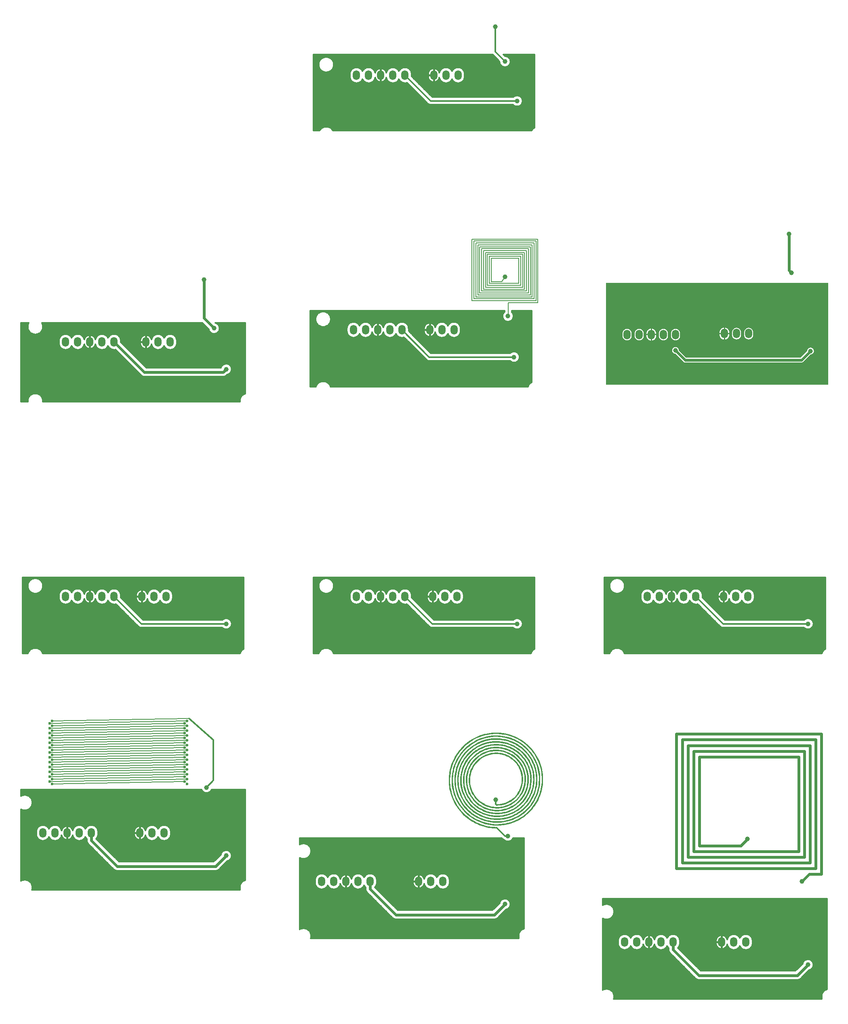
<source format=gbl>
%FSLAX44Y44*%
%MOMM*%
G71*
G01*
G75*
G04 Layer_Physical_Order=2*
G04 Layer_Color=16711680*
%ADD10O,0.6101X2.0320*%
%ADD11O,0.6096X2.0320*%
%ADD12O,0.3000X0.9901*%
%ADD13R,0.3000X0.9901*%
%ADD14C,0.3000*%
%ADD15C,0.5999*%
%ADD16R,0.5100X2.0201*%
%ADD17R,1.4501X1.2499*%
%ADD18R,1.2499X1.4501*%
%ADD19R,3.0000X2.8001*%
%ADD20C,1.5001*%
%ADD21C,0.5001*%
%ADD22C,0.3000*%
%ADD23C,0.5999*%
%ADD24C,0.3010*%
%ADD25C,0.4001*%
%ADD26C,0.3099*%
%ADD27C,0.1501*%
%ADD28C,1.0000*%
%ADD29C,0.3500*%
%ADD30C,0.1999*%
%ADD31C,0.7000*%
%ADD32C,1.0000*%
%ADD33O,1.5001X2.0000*%
G36*
X2902890Y11470746D02*
X2437689Y11470746D01*
X2437689Y11684182D01*
X2902890Y11684182D01*
X2902890Y11470746D01*
X2902890Y11470746D02*
G37*
G36*
X2214143Y10742173D02*
X2216887Y10741893D01*
X2219554Y10741588D01*
X2222398Y10741207D01*
X2226335Y10740573D01*
X2230018Y10739760D01*
X2233397Y10738921D01*
X2236546Y10737982D01*
X2240966Y10736559D01*
X2242820Y10735771D01*
X2246300Y10734401D01*
X2249830Y10732826D01*
X2253005Y10731250D01*
X2257476Y10728761D01*
X2258898Y10727847D01*
X2262200Y10725764D01*
X2263191Y10725104D01*
X2266290Y10722894D01*
X2268982Y10720812D01*
X2271878Y10718424D01*
X2275967Y10714716D01*
X2279828Y10710854D01*
X2283333Y10706816D01*
X2286381Y10702854D01*
X2289708Y10698180D01*
X2291359Y10695590D01*
X2293899Y10691245D01*
X2296922Y10685200D01*
X2298446Y10681746D01*
X2299310Y10679485D01*
X2300199Y10677073D01*
X2301011Y10674812D01*
X2302027Y10671510D01*
X2302942Y10668131D01*
X2303729Y10664702D01*
X2304720Y10659419D01*
X2305279Y10655153D01*
X2305863Y10648751D01*
X2305863Y10639988D01*
X2305736Y10639836D01*
X2305609Y10636432D01*
X2305609Y10636407D01*
X2305253Y10633181D01*
X2304821Y10629752D01*
X2303882Y10624443D01*
X2301926Y10616772D01*
X2300148Y10611362D01*
X2299233Y10608950D01*
X2298192Y10606410D01*
X2296897Y10603362D01*
X2294890Y10599348D01*
X2292096Y10594243D01*
X2290064Y10591094D01*
X2289073Y10589595D01*
X2287143Y10586877D01*
X2283892Y10582584D01*
X2279802Y10577987D01*
X2275053Y10573237D01*
X2272817Y10571230D01*
X2268626Y10567750D01*
X2265655Y10565515D01*
X2263191Y10563865D01*
X2262353Y10563280D01*
X2259178Y10561223D01*
X2255012Y10558810D01*
X2248484Y10555660D01*
X2245741Y10554492D01*
X2242185Y10553070D01*
X2238908Y10551952D01*
X2235098Y10550809D01*
X2232076Y10549996D01*
X2226742Y10548854D01*
X2222398Y10548218D01*
X2219452Y10547837D01*
X2216734Y10547609D01*
X2211756Y10547329D01*
X2211756Y10547278D01*
X2207006Y10547278D01*
X2207006Y10547329D01*
X2202510Y10547507D01*
X2197405Y10548015D01*
X2192477Y10548751D01*
X2185975Y10550175D01*
X2180869Y10551622D01*
X2174672Y10553781D01*
X2172233Y10554746D01*
X2168601Y10556448D01*
X2164740Y10558302D01*
X2160194Y10560842D01*
X2158568Y10561832D01*
X2156206Y10563407D01*
X2153895Y10564982D01*
X2151151Y10566938D01*
X2148992Y10568690D01*
X2144420Y10572577D01*
X2139112Y10577886D01*
X2135759Y10581721D01*
X2132381Y10585988D01*
X2129180Y10590636D01*
X2126564Y10594929D01*
X2124507Y10598739D01*
X2121992Y10603794D01*
X2120646Y10607120D01*
X2120011Y10608848D01*
X2119122Y10611235D01*
X2118462Y10613167D01*
X2117090Y10617662D01*
X2116252Y10620913D01*
X2115236Y10626044D01*
X2114321Y10632343D01*
X2113839Y10638693D01*
X2113839Y10644561D01*
X2113864Y10644561D01*
X2113864Y10645195D01*
X2114118Y10650173D01*
X2114144Y10650173D01*
X2114626Y10654796D01*
X2114880Y10656676D01*
X2115439Y10659800D01*
X2116303Y10663992D01*
X2116455Y10664551D01*
X2116480Y10664551D01*
X2116582Y10665007D01*
X2116709Y10665515D01*
X2116836Y10666023D01*
X2116836Y10666049D01*
X2116963Y10666481D01*
X2116938Y10666532D01*
X2116988Y10666735D01*
X2118462Y10671663D01*
X2119960Y10675980D01*
X2121484Y10679740D01*
X2121662Y10680171D01*
X2121992Y10680831D01*
X2122272Y10681492D01*
X2124456Y10685861D01*
X2125345Y10687537D01*
X2125828Y10688502D01*
X2127555Y10691398D01*
X2128672Y10693202D01*
X2129841Y10694954D01*
X2132559Y10698815D01*
X2134006Y10700745D01*
X2136750Y10704022D01*
X2140458Y10708086D01*
X2145640Y10713038D01*
X2147367Y10714486D01*
X2149704Y10716443D01*
X2151380Y10717687D01*
X2153514Y10719236D01*
X2156104Y10720989D01*
X2159432Y10723071D01*
X2161261Y10724215D01*
X2167458Y10727339D01*
X2170201Y10728584D01*
X2173427Y10729955D01*
X2176577Y10731099D01*
X2180006Y10732317D01*
X2188312Y10734425D01*
X2193747Y10735391D01*
X2197862Y10735924D01*
X2201799Y10736178D01*
X2204212Y10736305D01*
X2210841Y10736305D01*
X2214448Y10736077D01*
X2218563Y10735721D01*
X2221205Y10735365D01*
X2223567Y10734934D01*
X2229383Y10733765D01*
X2235911Y10731910D01*
X2239340Y10730718D01*
X2241550Y10729854D01*
X2245258Y10728354D01*
X2250973Y10725485D01*
X2254733Y10723402D01*
X2256866Y10722107D01*
X2259152Y10720582D01*
X2261311Y10719160D01*
X2262302Y10718398D01*
X2266544Y10715071D01*
X2270404Y10711693D01*
X2275332Y10706765D01*
X2278609Y10703132D01*
X2281606Y10699272D01*
X2285111Y10694269D01*
X2287778Y10689900D01*
X2291029Y10683677D01*
X2292223Y10680958D01*
X2293595Y10677631D01*
X2294433Y10675472D01*
X2295220Y10673287D01*
X2296719Y10668081D01*
X2297786Y10664119D01*
X2298471Y10660333D01*
X2299132Y10656117D01*
X2299640Y10650580D01*
X2299792Y10647355D01*
X2299818Y10647355D01*
X2299894Y10645017D01*
X2299843Y10638896D01*
X2299767Y10638845D01*
X2299233Y10633156D01*
X2298573Y10628558D01*
X2297176Y10622386D01*
X2295957Y10617687D01*
X2293518Y10610779D01*
X2292274Y10607705D01*
X2289581Y10602091D01*
X2288464Y10600135D01*
X2285873Y10595665D01*
X2284222Y10593125D01*
X2282317Y10590408D01*
X2279269Y10586445D01*
X2275992Y10582686D01*
X2271776Y10578419D01*
X2268626Y10575548D01*
X2264766Y10572349D01*
X2261692Y10570114D01*
X2261489Y10569987D01*
X2259381Y10568513D01*
X2256917Y10566887D01*
X2254250Y10565287D01*
X2250440Y10563254D01*
X2247417Y10561757D01*
X2244649Y10560537D01*
X2242566Y10559674D01*
X2238375Y10558074D01*
X2233320Y10556549D01*
X2228952Y10555458D01*
X2225726Y10554822D01*
X2220900Y10554010D01*
X2216988Y10553604D01*
X2212162Y10553298D01*
X2205406Y10553298D01*
X2205406Y10553374D01*
X2200961Y10553679D01*
X2198319Y10553959D01*
X2196033Y10554314D01*
X2193265Y10554772D01*
X2188870Y10555660D01*
X2186127Y10556295D01*
X2183892Y10557007D01*
X2183867Y10556981D01*
X2180361Y10558099D01*
X2177821Y10559014D01*
X2175256Y10560029D01*
X2171268Y10561757D01*
X2166112Y10564373D01*
X2163191Y10566024D01*
X2161616Y10567014D01*
X2156384Y10570519D01*
X2152574Y10573517D01*
X2148307Y10577225D01*
X2143404Y10582102D01*
X2139442Y10586674D01*
X2137054Y10589874D01*
X2134311Y10593888D01*
X2131568Y10598256D01*
X2128368Y10604302D01*
X2127072Y10607247D01*
X2126082Y10609738D01*
X2125193Y10612074D01*
X2124558Y10613877D01*
X2123923Y10615782D01*
X2123389Y10617585D01*
X2122424Y10621218D01*
X2121535Y10625078D01*
X2120798Y10628965D01*
X2120113Y10634883D01*
X2119935Y10639404D01*
X2119884Y10639404D01*
X2119833Y10642122D01*
X2119909Y10647583D01*
X2120011Y10647684D01*
X2120240Y10651063D01*
X2121078Y10657438D01*
X2121205Y10657515D01*
X2121129Y10657819D01*
X2121256Y10657896D01*
X2121205Y10658201D01*
X2121332Y10658276D01*
X2121281Y10658479D01*
X2121560Y10659496D01*
X2121586Y10659546D01*
X2121535Y10659648D01*
X2121560Y10659800D01*
X2122399Y10663738D01*
X2123719Y10668258D01*
X2124659Y10671282D01*
X2125904Y10674634D01*
X2127809Y10679155D01*
X2129917Y10683397D01*
X2132660Y10688300D01*
X2133879Y10690051D01*
X2133905Y10690103D01*
X2134083Y10690483D01*
X2135327Y10692389D01*
X2137080Y10694852D01*
X2139594Y10698079D01*
X2142338Y10701304D01*
X2145640Y10704784D01*
X2149500Y10708365D01*
X2153717Y10711921D01*
X2157197Y10714512D01*
X2159432Y10716011D01*
X2163851Y10718779D01*
X2169084Y10721472D01*
X2171217Y10722538D01*
X2173021Y10723301D01*
X2175281Y10724265D01*
X2179269Y10725713D01*
X2181860Y10726526D01*
X2182089Y10726603D01*
X2185467Y10727543D01*
X2188769Y10728380D01*
X2193798Y10729320D01*
X2198802Y10729955D01*
X2204339Y10730336D01*
X2210638Y10730336D01*
X2213458Y10730159D01*
X2215871Y10729955D01*
X2218157Y10729701D01*
X2222906Y10728939D01*
X2225421Y10728507D01*
X2230222Y10727365D01*
X2234590Y10726018D01*
X2239315Y10724291D01*
X2243353Y10722640D01*
X2247341Y10720608D01*
X2251964Y10718093D01*
X2256180Y10715400D01*
X2258314Y10713877D01*
X2260270Y10712378D01*
X2264435Y10709000D01*
X2268931Y10704784D01*
X2272640Y10700847D01*
X2276653Y10695894D01*
X2281123Y10689391D01*
X2283384Y10685404D01*
X2285746Y10680679D01*
X2286991Y10677936D01*
X2288210Y10675015D01*
X2289150Y10672373D01*
X2289683Y10670773D01*
X2290648Y10667700D01*
X2291029Y10666277D01*
X2291994Y10662441D01*
X2292909Y10657362D01*
X2293391Y10653425D01*
X2293798Y10648650D01*
X2293798Y10645449D01*
X2293874Y10645374D01*
X2293772Y10639176D01*
X2293722Y10639125D01*
X2293366Y10634730D01*
X2292629Y10629447D01*
X2291385Y10623733D01*
X2290470Y10620278D01*
X2288210Y10613573D01*
X2286152Y10608746D01*
X2284222Y10604758D01*
X2281758Y10600441D01*
X2280056Y10597698D01*
X2277466Y10593912D01*
X2275738Y10591627D01*
X2272360Y10587639D01*
X2268372Y10583448D01*
X2266798Y10581924D01*
X2261464Y10577352D01*
X2258797Y10575397D01*
X2254885Y10572729D01*
X2251253Y10570469D01*
X2247443Y10568411D01*
X2244852Y10567167D01*
X2240610Y10565338D01*
X2238172Y10564398D01*
X2233854Y10562950D01*
X2229307Y10561705D01*
X2227047Y10561198D01*
X2222449Y10560283D01*
X2218868Y10559851D01*
X2212772Y10559343D01*
X2212772Y10559268D01*
X2207184Y10559268D01*
X2207184Y10559343D01*
X2204872Y10559420D01*
X2200453Y10559775D01*
X2197278Y10560156D01*
X2191791Y10561122D01*
X2189709Y10561630D01*
X2185314Y10562798D01*
X2181631Y10564017D01*
X2178101Y10565312D01*
X2174392Y10566887D01*
X2169998Y10569097D01*
X2164893Y10572018D01*
X2163826Y10572729D01*
X2160803Y10574736D01*
X2160219Y10575142D01*
X2157070Y10577505D01*
X2153514Y10580527D01*
X2149500Y10584464D01*
X2146351Y10587792D01*
X2143023Y10591804D01*
X2139569Y10596681D01*
X2137715Y10599628D01*
X2135810Y10602981D01*
X2133651Y10607247D01*
X2132686Y10609305D01*
X2131695Y10611693D01*
X2130933Y10613700D01*
X2130628Y10614614D01*
X2129612Y10617662D01*
X2128469Y10621370D01*
X2127656Y10625054D01*
X2126336Y10632572D01*
X2125904Y10638464D01*
X2125878Y10646694D01*
X2125980Y10646770D01*
X2125980Y10648599D01*
X2126717Y10654974D01*
X2126844Y10655026D01*
X2126793Y10655355D01*
X2126920Y10655406D01*
X2126844Y10655736D01*
X2126971Y10655787D01*
X2126945Y10655940D01*
X2127072Y10656676D01*
X2127047Y10656727D01*
X2127225Y10657642D01*
X2128241Y10662441D01*
X2129434Y10666760D01*
X2131009Y10671179D01*
X2131822Y10673287D01*
X2131898Y10673491D01*
X2133702Y10677555D01*
X2135530Y10681188D01*
X2137562Y10684819D01*
X2139569Y10687893D01*
X2141068Y10690103D01*
X2142795Y10692490D01*
X2145513Y10695792D01*
X2148357Y10698942D01*
X2151761Y10702371D01*
X2153895Y10704302D01*
X2157552Y10707247D01*
X2159305Y10708568D01*
X2163064Y10711210D01*
X2165172Y10712582D01*
X2168576Y10714537D01*
X2175154Y10717712D01*
X2178253Y10718982D01*
X2181098Y10719973D01*
X2186153Y10721573D01*
X2190115Y10722538D01*
X2194484Y10723351D01*
X2197735Y10723783D01*
X2199538Y10723986D01*
X2204441Y10724316D01*
X2211197Y10724316D01*
X2213407Y10724164D01*
X2217090Y10723834D01*
X2219884Y10723428D01*
X2223745Y10722716D01*
X2226335Y10722107D01*
X2231492Y10720709D01*
X2234514Y10719694D01*
X2237130Y10718754D01*
X2241042Y10717078D01*
X2245868Y10714690D01*
X2248967Y10712911D01*
X2254275Y10709407D01*
X2254453Y10709280D01*
X2258212Y10706410D01*
X2261667Y10703489D01*
X2265502Y10699703D01*
X2268779Y10696173D01*
X2272259Y10691729D01*
X2275002Y10687792D01*
X2277212Y10684260D01*
X2280387Y10678140D01*
X2281784Y10674812D01*
X2282342Y10673466D01*
X2283409Y10670544D01*
X2284019Y10668843D01*
X2284527Y10667141D01*
X2285797Y10662441D01*
X2286584Y10658759D01*
X2287575Y10651901D01*
X2287803Y10648751D01*
X2287829Y10648751D01*
X2287905Y10647532D01*
X2287905Y10640624D01*
X2287803Y10640573D01*
X2287524Y10636432D01*
X2286660Y10630006D01*
X2285721Y10625790D01*
X2284654Y10621802D01*
X2283130Y10617230D01*
X2282317Y10615223D01*
X2281174Y10612302D01*
X2279396Y10608544D01*
X2277669Y10605292D01*
X2275662Y10602015D01*
X2274037Y10599449D01*
X2270989Y10595386D01*
X2267509Y10591195D01*
X2262302Y10585938D01*
X2258924Y10583042D01*
X2255647Y10580527D01*
X2253539Y10579054D01*
X2252447Y10578292D01*
X2249932Y10576666D01*
X2246351Y10574634D01*
X2242642Y10572755D01*
X2240382Y10571738D01*
X2236394Y10570164D01*
X2232050Y10568666D01*
X2227885Y10567573D01*
X2224253Y10566735D01*
X2221255Y10566201D01*
X2216963Y10565745D01*
X2214397Y10565491D01*
X2207260Y10565211D01*
X2207260Y10565312D01*
X2204644Y10565439D01*
X2202942Y10565566D01*
X2201647Y10565693D01*
X2199538Y10565947D01*
X2195297Y10566582D01*
X2193392Y10566963D01*
X2188261Y10568157D01*
X2182292Y10570138D01*
X2179447Y10571230D01*
X2176374Y10572603D01*
X2171217Y10575193D01*
X2166671Y10578013D01*
X2164131Y10579816D01*
X2161134Y10581949D01*
X2156739Y10585734D01*
X2152574Y10589900D01*
X2149323Y10593531D01*
X2147189Y10596199D01*
X2144497Y10600110D01*
X2141880Y10604327D01*
X2139137Y10609686D01*
X2137664Y10613040D01*
X2137105Y10614385D01*
X2135886Y10617764D01*
X2135556Y10618627D01*
X2134413Y10622615D01*
X2133041Y10628483D01*
X2132178Y10634553D01*
X2131873Y10639583D01*
X2131822Y10644307D01*
X2131873Y10644357D01*
X2132000Y10647990D01*
X2132051Y10647990D01*
X2132076Y10648701D01*
X2132127Y10648676D01*
X2132432Y10652079D01*
X2132533Y10652942D01*
X2133397Y10658022D01*
X2134997Y10664321D01*
X2136445Y10668665D01*
X2137080Y10670164D01*
X2137943Y10672450D01*
X2137969Y10672476D01*
X2139315Y10675396D01*
X2140356Y10677504D01*
X2143150Y10682483D01*
X2145792Y10686445D01*
X2148789Y10690382D01*
X2151583Y10693633D01*
X2154606Y10696732D01*
X2157679Y10699628D01*
X2160778Y10702142D01*
X2162759Y10703666D01*
X2165223Y10705393D01*
X2167509Y10706892D01*
X2170532Y10708746D01*
X2176983Y10711971D01*
X2181377Y10713724D01*
X2184603Y10714843D01*
X2188972Y10716112D01*
X2192299Y10716772D01*
X2192706Y10716925D01*
X2195830Y10717534D01*
X2199488Y10717915D01*
X2204542Y10718347D01*
X2210613Y10718322D01*
X2216633Y10717839D01*
X2220900Y10717205D01*
X2222221Y10716899D01*
X2223846Y10716570D01*
X2227656Y10715604D01*
X2231136Y10714512D01*
X2234540Y10713318D01*
X2237334Y10712175D01*
X2242109Y10709813D01*
X2245639Y10707882D01*
X2248662Y10705978D01*
X2248662Y10705952D01*
X2249576Y10705393D01*
X2250719Y10704606D01*
X2252701Y10703158D01*
X2257806Y10698892D01*
X2258949Y10697773D01*
X2263216Y10693379D01*
X2266188Y10689823D01*
X2268804Y10686216D01*
X2270938Y10682939D01*
X2272970Y10679358D01*
X2275053Y10675244D01*
X2276069Y10672958D01*
X2277161Y10670342D01*
X2277897Y10668107D01*
X2277923Y10668107D01*
X2278659Y10665872D01*
X2279752Y10661985D01*
X2280742Y10657413D01*
X2281555Y10651825D01*
X2281860Y10646211D01*
X2281809Y10638972D01*
X2281733Y10638896D01*
X2281276Y10634553D01*
X2280336Y10629320D01*
X2279675Y10626171D01*
X2278380Y10621903D01*
X2277313Y10618805D01*
X2276323Y10616290D01*
X2275586Y10614487D01*
X2273249Y10609686D01*
X2270481Y10604962D01*
X2268677Y10602346D01*
X2266264Y10599044D01*
X2262810Y10594929D01*
X2257349Y10589493D01*
X2256257Y10588605D01*
X2252193Y10585404D01*
X2248891Y10583169D01*
X2248891Y10583143D01*
X2247443Y10582203D01*
X2243150Y10579689D01*
X2238756Y10577505D01*
X2234286Y10575752D01*
X2228520Y10573846D01*
X2224862Y10573009D01*
X2222652Y10572577D01*
X2218563Y10571917D01*
X2211349Y10571282D01*
X2207311Y10571282D01*
X2207311Y10571307D01*
X2202307Y10571663D01*
X2198472Y10572119D01*
X2195551Y10572628D01*
X2193569Y10573059D01*
X2188616Y10574330D01*
X2184527Y10575701D01*
X2182622Y10576462D01*
X2182597Y10576488D01*
X2180412Y10577378D01*
X2176628Y10579207D01*
X2172513Y10581416D01*
X2168474Y10584006D01*
X2166518Y10585531D01*
X2163724Y10587562D01*
X2161489Y10589543D01*
X2157908Y10592998D01*
X2155977Y10595031D01*
X2152472Y10599196D01*
X2150389Y10602117D01*
X2147367Y10606969D01*
X2144903Y10611566D01*
X2142973Y10615909D01*
X2142134Y10618145D01*
X2141296Y10620455D01*
X2139848Y10625332D01*
X2139061Y10629219D01*
X2138324Y10633790D01*
X2137943Y10638007D01*
X2137842Y10638947D01*
X2137842Y10646720D01*
X2137969Y10646770D01*
X2137969Y10647482D01*
X2138020Y10647532D01*
X2138045Y10648243D01*
X2138604Y10653094D01*
X2138782Y10653425D01*
X2138731Y10653705D01*
X2138858Y10653755D01*
X2138832Y10653907D01*
X2139391Y10657108D01*
X2140255Y10660867D01*
X2141474Y10664829D01*
X2143608Y10670469D01*
X2146884Y10676970D01*
X2148307Y10679384D01*
X2150313Y10682483D01*
X2153031Y10686089D01*
X2156079Y10689696D01*
X2160499Y10694141D01*
X2163216Y10696478D01*
X2166188Y10698789D01*
X2170532Y10701761D01*
X2171014Y10702065D01*
X2172360Y10702777D01*
X2172310Y10702854D01*
X2172589Y10702904D01*
X2173834Y10703539D01*
X2173757Y10703666D01*
X2178583Y10706130D01*
X2183435Y10708060D01*
X2185594Y10708822D01*
X2188769Y10709813D01*
X2191106Y10710474D01*
X2196770Y10711616D01*
X2198370Y10711820D01*
X2203933Y10712302D01*
X2210968Y10712302D01*
X2215998Y10711820D01*
X2218106Y10711541D01*
X2221586Y10710906D01*
X2224100Y10710347D01*
X2225040Y10710016D01*
X2226412Y10709686D01*
X2228850Y10708975D01*
X2230755Y10708289D01*
X2232838Y10707501D01*
X2236495Y10705927D01*
X2239772Y10704302D01*
X2243709Y10702065D01*
X2244115Y10701787D01*
X2247824Y10699272D01*
X2249119Y10698231D01*
X2250465Y10697189D01*
X2251075Y10696808D01*
X2253640Y10694497D01*
X2256587Y10691652D01*
X2259940Y10687994D01*
X2262607Y10684565D01*
X2265782Y10679968D01*
X2267407Y10677098D01*
X2269871Y10672196D01*
X2270912Y10669757D01*
X2271903Y10667242D01*
X2272690Y10664880D01*
X2273122Y10663458D01*
X2274037Y10659928D01*
X2274900Y10655863D01*
X2275586Y10651113D01*
X2275891Y10646364D01*
X2275891Y10642401D01*
X2275815Y10642325D01*
X2275688Y10638770D01*
X2275662Y10638770D01*
X2275637Y10638109D01*
X2274926Y10632876D01*
X2274011Y10628533D01*
X2272868Y10624393D01*
X2271471Y10620278D01*
X2270354Y10617458D01*
X2267890Y10612379D01*
X2266290Y10609585D01*
X2266213Y10609432D01*
X2264105Y10606180D01*
X2261946Y10603209D01*
X2258441Y10599094D01*
X2254453Y10595056D01*
X2253336Y10594065D01*
X2249703Y10591042D01*
X2247722Y10589569D01*
X2245284Y10587944D01*
X2241753Y10585836D01*
X2237588Y10583600D01*
X2235683Y10582762D01*
X2233397Y10581848D01*
X2229485Y10580450D01*
X2226716Y10579613D01*
X2223211Y10578774D01*
X2219300Y10578063D01*
X2215947Y10577632D01*
X2211375Y10577301D01*
X2211375Y10577251D01*
X2207438Y10577251D01*
X2207438Y10577301D01*
X2205965Y10577378D01*
X2202739Y10577632D01*
X2199538Y10578063D01*
X2197887Y10578317D01*
X2195525Y10578749D01*
X2192198Y10579510D01*
X2190496Y10580020D01*
X2186610Y10581315D01*
X2183613Y10582483D01*
X2179396Y10584490D01*
X2174850Y10586953D01*
X2171979Y10588859D01*
X2170303Y10590154D01*
X2167712Y10592109D01*
X2165350Y10594142D01*
X2162302Y10597087D01*
X2160092Y10599425D01*
X2157781Y10602244D01*
X2155292Y10605571D01*
X2153234Y10608848D01*
X2151228Y10612328D01*
X2150085Y10614614D01*
X2148103Y10619237D01*
X2147570Y10620709D01*
X2147087Y10622107D01*
X2146071Y10625485D01*
X2145132Y10629270D01*
X2144293Y10634095D01*
X2143862Y10639099D01*
X2143836Y10645475D01*
X2143912Y10645551D01*
X2144116Y10648802D01*
X2144827Y10653856D01*
X2145259Y10655914D01*
X2146478Y10660842D01*
X2147748Y10664551D01*
X2148789Y10667242D01*
X2148840Y10667268D01*
X2149119Y10667980D01*
X2149805Y10669529D01*
X2151278Y10672450D01*
X2152091Y10673973D01*
X2153310Y10676082D01*
X2155520Y10679409D01*
X2157806Y10682483D01*
X2161718Y10686902D01*
X2165477Y10690535D01*
X2169744Y10693989D01*
X2171421Y10695106D01*
X2174316Y10697037D01*
X2177999Y10699146D01*
X2180539Y10700415D01*
X2183409Y10701685D01*
X2185518Y10702472D01*
X2187372Y10703108D01*
X2190826Y10704175D01*
X2192376Y10704530D01*
X2196109Y10705393D01*
X2198853Y10705750D01*
X2202028Y10706156D01*
X2204517Y10706359D01*
X2211400Y10706283D01*
X2215540Y10705851D01*
X2217318Y10705546D01*
X2221230Y10704885D01*
X2224659Y10703971D01*
X2228621Y10702701D01*
X2230882Y10701888D01*
X2235556Y10699729D01*
X2238045Y10698408D01*
X2241804Y10696122D01*
X2244115Y10694523D01*
X2247494Y10691931D01*
X2250948Y10688833D01*
X2254301Y10685353D01*
X2256587Y10682610D01*
X2258898Y10679409D01*
X2260524Y10676946D01*
X2261972Y10674584D01*
X2264943Y10668640D01*
X2265680Y10666683D01*
X2266696Y10663966D01*
X2266798Y10663661D01*
X2267458Y10661426D01*
X2268372Y10657717D01*
X2268982Y10655076D01*
X2269566Y10650682D01*
X2269871Y10646542D01*
X2269871Y10641182D01*
X2269820Y10641157D01*
X2269439Y10636483D01*
X2268703Y10632216D01*
X2267763Y10628203D01*
X2266137Y10623174D01*
X2265477Y10621421D01*
X2264029Y10618068D01*
X2262200Y10614537D01*
X2261413Y10613191D01*
X2259279Y10609738D01*
X2256765Y10606359D01*
X2254225Y10603336D01*
X2251304Y10600339D01*
X2248814Y10598053D01*
X2244852Y10594878D01*
X2241906Y10592897D01*
X2238553Y10590864D01*
X2236368Y10589696D01*
X2231365Y10587461D01*
X2227986Y10586267D01*
X2224938Y10585353D01*
X2221941Y10584591D01*
X2218512Y10583982D01*
X2215490Y10583600D01*
X2211324Y10583346D01*
X2211324Y10583270D01*
X2207514Y10583270D01*
X2207514Y10583346D01*
X2204822Y10583473D01*
X2199742Y10584032D01*
X2195906Y10584794D01*
X2194052Y10585303D01*
X2190598Y10586293D01*
X2187245Y10587487D01*
X2184984Y10588401D01*
X2179853Y10590991D01*
X2176450Y10593125D01*
X2174138Y10594777D01*
X2171344Y10596885D01*
X2169287Y10598662D01*
X2165858Y10601964D01*
X2162607Y10605775D01*
X2160295Y10608873D01*
X2158568Y10611566D01*
X2156866Y10614589D01*
X2154606Y10619160D01*
X2153742Y10621320D01*
X2153082Y10623123D01*
X2152142Y10626121D01*
X2151024Y10630159D01*
X2150415Y10633740D01*
X2149856Y10639785D01*
X2149856Y10645322D01*
X2149907Y10645399D01*
X2150110Y10648573D01*
X2150923Y10653882D01*
X2151863Y10657769D01*
X2152625Y10660359D01*
X2154326Y10664932D01*
X2155647Y10667725D01*
X2156943Y10670342D01*
X2158187Y10672577D01*
X2160041Y10675421D01*
X2162962Y10679308D01*
X2165909Y10682559D01*
X2167230Y10683905D01*
X2169465Y10686039D01*
X2171268Y10687562D01*
X2173376Y10689163D01*
X2175231Y10690408D01*
X2178126Y10692338D01*
X2181250Y10694039D01*
X2183282Y10695081D01*
X2183714Y10695259D01*
X2186915Y10696580D01*
X2189302Y10697443D01*
X2192198Y10698307D01*
X2194204Y10698840D01*
X2197151Y10699449D01*
X2200046Y10699933D01*
X2202917Y10700187D01*
X2204822Y10700314D01*
X2210232Y10700314D01*
X2212340Y10700187D01*
X2216404Y10699679D01*
X2221078Y10698713D01*
X2225548Y10697443D01*
X2226716Y10697012D01*
X2229790Y10695792D01*
X2232533Y10694523D01*
X2235505Y10692998D01*
X2239416Y10690509D01*
X2241194Y10689240D01*
X2244420Y10686674D01*
X2245411Y10685785D01*
X2245436Y10685811D01*
X2246884Y10684490D01*
X2251024Y10679994D01*
X2253945Y10676056D01*
X2256053Y10672856D01*
X2258568Y10668030D01*
X2259228Y10666506D01*
X2260016Y10664728D01*
X2260625Y10663102D01*
X2261184Y10661503D01*
X2262149Y10658302D01*
X2262734Y10655559D01*
X2263394Y10651825D01*
X2263826Y10647151D01*
X2263902Y10641055D01*
X2263826Y10641005D01*
X2263470Y10636890D01*
X2262530Y10632114D01*
X2261514Y10628076D01*
X2259736Y10623275D01*
X2258720Y10620837D01*
X2258060Y10619541D01*
X2258035Y10619541D01*
X2257374Y10618246D01*
X2255114Y10614309D01*
X2253107Y10611464D01*
X2250745Y10608492D01*
X2247925Y10605419D01*
X2244573Y10602321D01*
X2242414Y10600542D01*
X2240407Y10599146D01*
X2238375Y10597748D01*
X2234463Y10595487D01*
X2230755Y10593684D01*
X2227605Y10592490D01*
X2224913Y10591602D01*
X2221535Y10590713D01*
X2218360Y10590052D01*
X2214220Y10589493D01*
X2210689Y10589315D01*
X2210689Y10589240D01*
X2208327Y10589240D01*
X2208327Y10592363D01*
X2212619Y10592415D01*
X2218588Y10593151D01*
X2224634Y10594675D01*
X2227529Y10595691D01*
X2230552Y10596960D01*
X2232914Y10598154D01*
X2235530Y10599552D01*
X2238400Y10601431D01*
X2239315Y10602041D01*
X2241702Y10603870D01*
X2244268Y10606156D01*
X2247671Y10609585D01*
X2250389Y10612963D01*
X2252396Y10615656D01*
X2254936Y10620151D01*
X2255622Y10621421D01*
X2256561Y10623580D01*
X2256536Y10623606D01*
X2257247Y10625282D01*
X2257603Y10626145D01*
X2258974Y10630413D01*
X2259660Y10633156D01*
X2260473Y10638058D01*
X2260854Y10642935D01*
X2260778Y10646974D01*
X2260702Y10647050D01*
X2260549Y10649792D01*
X2259990Y10653654D01*
X2259178Y10657438D01*
X2258060Y10661146D01*
X2257171Y10663458D01*
X2257120Y10663635D01*
X2257044Y10663813D01*
X2255952Y10666277D01*
X2255723Y10666913D01*
X2254682Y10668995D01*
X2253666Y10670850D01*
X2251558Y10674227D01*
X2249170Y10677402D01*
X2246325Y10680679D01*
X2244242Y10682686D01*
X2241626Y10685048D01*
X2239569Y10686674D01*
X2238832Y10687207D01*
X2236699Y10688680D01*
X2232711Y10691017D01*
X2229993Y10692363D01*
X2227936Y10693226D01*
X2224684Y10694523D01*
X2220417Y10695741D01*
X2217090Y10696427D01*
X2213204Y10697037D01*
X2209267Y10697266D01*
X2205101Y10697266D01*
X2201672Y10697062D01*
X2197659Y10696504D01*
X2193798Y10695564D01*
X2191588Y10694929D01*
X2188540Y10693912D01*
X2185873Y10692871D01*
X2182393Y10691245D01*
X2179320Y10689493D01*
X2176450Y10687562D01*
X2173275Y10685251D01*
X2169973Y10682305D01*
X2167331Y10679689D01*
X2164436Y10676285D01*
X2160854Y10671129D01*
X2157857Y10665363D01*
X2156612Y10662391D01*
X2155469Y10659165D01*
X2154961Y10657565D01*
X2154479Y10655686D01*
X2153844Y10652561D01*
X2153285Y10648955D01*
X2152955Y10645475D01*
X2152904Y10639861D01*
X2152955Y10639785D01*
X2153260Y10635696D01*
X2154022Y10631149D01*
X2154860Y10627797D01*
X2156028Y10623860D01*
X2157451Y10620253D01*
X2158086Y10618805D01*
X2159686Y10615656D01*
X2161311Y10612937D01*
X2163191Y10610067D01*
X2166137Y10606309D01*
X2168627Y10603489D01*
X2170100Y10602117D01*
X2174062Y10598535D01*
X2176272Y10596935D01*
X2178380Y10595513D01*
X2181479Y10593633D01*
X2185010Y10591830D01*
X2188032Y10590459D01*
X2189709Y10589823D01*
X2192579Y10588883D01*
X2194636Y10588274D01*
X2199183Y10587207D01*
X2207285Y10586318D01*
X2210740Y10586318D01*
X2210740Y10586394D01*
X2213483Y10586521D01*
X2214905Y10586648D01*
X2217750Y10586953D01*
X2221128Y10587588D01*
X2225497Y10588680D01*
X2230222Y10590306D01*
X2233193Y10591602D01*
X2236165Y10593024D01*
X2241702Y10596326D01*
X2243176Y10597494D01*
X2245106Y10598916D01*
X2247722Y10601152D01*
X2251735Y10605089D01*
X2255368Y10609534D01*
X2257552Y10612709D01*
X2259584Y10616189D01*
X2260346Y10617560D01*
X2261489Y10619846D01*
X2261667Y10620354D01*
X2263343Y10624291D01*
X2264308Y10627365D01*
X2264918Y10629550D01*
X2265934Y10633842D01*
X2266544Y10637982D01*
X2266798Y10642502D01*
X2266798Y10642528D01*
X2266696Y10648878D01*
X2266645Y10648929D01*
X2266264Y10652892D01*
X2265223Y10657947D01*
X2264131Y10661959D01*
X2262073Y10667496D01*
X2259838Y10672094D01*
X2257450Y10676183D01*
X2255520Y10678977D01*
X2253615Y10681466D01*
X2250719Y10684768D01*
X2246960Y10688375D01*
X2245411Y10689722D01*
X2242769Y10691729D01*
X2240636Y10693278D01*
X2238553Y10694650D01*
X2235302Y10696401D01*
X2232863Y10697595D01*
X2228037Y10699679D01*
X2225929Y10700415D01*
X2223135Y10701202D01*
X2220189Y10701964D01*
X2217953Y10702371D01*
X2215083Y10702803D01*
X2213153Y10703031D01*
X2209927Y10703285D01*
X2205939Y10703285D01*
X2203171Y10703158D01*
X2198294Y10702650D01*
X2194712Y10701964D01*
X2191283Y10701127D01*
X2186838Y10699679D01*
X2183587Y10698383D01*
X2180869Y10697113D01*
X2177796Y10695513D01*
X2174850Y10693735D01*
X2172106Y10691931D01*
X2168881Y10689442D01*
X2165655Y10686547D01*
X2162429Y10683193D01*
X2159406Y10679536D01*
X2156993Y10676234D01*
X2155850Y10674329D01*
X2153920Y10670900D01*
X2152701Y10668436D01*
X2151659Y10666227D01*
X2150821Y10663992D01*
X2150034Y10661934D01*
X2149399Y10659902D01*
X2148510Y10656523D01*
X2147799Y10653069D01*
X2147214Y10649005D01*
X2146910Y10645068D01*
X2146986Y10638770D01*
X2147037Y10638744D01*
X2147214Y10635771D01*
X2148053Y10630210D01*
X2148942Y10626399D01*
X2150288Y10622260D01*
X2151558Y10618856D01*
X2151964Y10617839D01*
X2152904Y10615808D01*
X2155012Y10611743D01*
X2156638Y10609026D01*
X2158721Y10606029D01*
X2161845Y10602015D01*
X2165833Y10597850D01*
X2166595Y10597139D01*
X2169465Y10594675D01*
X2171598Y10592922D01*
X2172538Y10592236D01*
X2173757Y10591373D01*
X2176653Y10589493D01*
X2178837Y10588248D01*
X2182647Y10586318D01*
X2185314Y10585099D01*
X2188210Y10584032D01*
X2189505Y10583575D01*
X2193138Y10582483D01*
X2195170Y10581975D01*
X2197887Y10581390D01*
X2200351Y10581035D01*
X2203069Y10580680D01*
X2206752Y10580425D01*
X2206752Y10580349D01*
X2212340Y10580349D01*
X2212340Y10580425D01*
X2217242Y10580831D01*
X2218893Y10581111D01*
X2222424Y10581746D01*
X2226208Y10582635D01*
X2227453Y10583016D01*
X2230603Y10584083D01*
X2234565Y10585581D01*
X2240559Y10588579D01*
X2241093Y10588934D01*
X2241118Y10588909D01*
X2246859Y10592668D01*
X2248992Y10594344D01*
X2252294Y10597214D01*
X2255266Y10600110D01*
X2257831Y10603007D01*
X2260397Y10606257D01*
X2262581Y10609407D01*
X2265426Y10614233D01*
X2268144Y10620024D01*
X2268728Y10621726D01*
X2269439Y10623630D01*
X2270582Y10627339D01*
X2270608Y10627339D01*
X2270709Y10627720D01*
X2270709Y10627745D01*
X2270836Y10628229D01*
X2270836Y10628253D01*
X2270963Y10628711D01*
X2270938Y10628762D01*
X2271192Y10629828D01*
X2271852Y10632852D01*
X2272360Y10637017D01*
X2272487Y10637372D01*
X2272817Y10642375D01*
X2272843Y10642401D01*
X2272792Y10647405D01*
X2272716Y10647482D01*
X2272487Y10651266D01*
X2271878Y10655355D01*
X2271039Y10659292D01*
X2270277Y10662340D01*
X2268322Y10668081D01*
X2267814Y10669301D01*
X2265959Y10673237D01*
X2264258Y10676565D01*
X2262200Y10679891D01*
X2260524Y10682305D01*
X2257196Y10686495D01*
X2253082Y10690789D01*
X2249424Y10694218D01*
X2247265Y10695894D01*
X2245589Y10697139D01*
X2244090Y10698180D01*
X2240483Y10700415D01*
X2239061Y10701278D01*
X2234667Y10703463D01*
X2231746Y10704657D01*
X2227885Y10706105D01*
X2225345Y10706791D01*
X2222932Y10707451D01*
X2217877Y10708492D01*
X2215413Y10708822D01*
X2210867Y10709254D01*
X2205736Y10709254D01*
X2202586Y10709127D01*
X2199183Y10708798D01*
X2195119Y10708187D01*
X2193722Y10707858D01*
X2189861Y10706993D01*
X2186940Y10706105D01*
X2186457Y10705927D01*
X2182876Y10704606D01*
X2178533Y10702701D01*
X2176628Y10701761D01*
X2173224Y10699830D01*
X2171852Y10698942D01*
X2169719Y10697571D01*
X2168068Y10696377D01*
X2165274Y10694218D01*
X2162454Y10691729D01*
X2158416Y10687792D01*
X2154885Y10683524D01*
X2151939Y10679435D01*
X2149831Y10675980D01*
X2147138Y10670748D01*
X2146351Y10669045D01*
X2145157Y10666023D01*
X2144166Y10663280D01*
X2143506Y10661096D01*
X2143023Y10659242D01*
X2142185Y10655787D01*
X2141449Y10651393D01*
X2141042Y10646744D01*
X2140966Y10644307D01*
X2140915Y10644255D01*
X2141017Y10637144D01*
X2141068Y10637092D01*
X2141576Y10632292D01*
X2142541Y10627339D01*
X2143557Y10623555D01*
X2145690Y10617230D01*
X2147265Y10613623D01*
X2148942Y10610271D01*
X2150491Y10607679D01*
X2152802Y10603997D01*
X2155749Y10600034D01*
X2158517Y10596707D01*
X2162759Y10592516D01*
X2166772Y10589061D01*
X2168652Y10587639D01*
X2172056Y10585327D01*
X2172437Y10585048D01*
X2176755Y10582559D01*
X2181784Y10580070D01*
X2183130Y10579536D01*
X2187042Y10578013D01*
X2189404Y10577301D01*
X2191334Y10576742D01*
X2192452Y10576488D01*
X2196516Y10575548D01*
X2198700Y10575167D01*
X2202612Y10574634D01*
X2207006Y10574380D01*
X2207006Y10574330D01*
X2211248Y10574330D01*
X2211248Y10574380D01*
X2212823Y10574457D01*
X2216201Y10574711D01*
X2220468Y10575270D01*
X2223922Y10575930D01*
X2226412Y10576539D01*
X2229891Y10577454D01*
X2235022Y10579257D01*
X2237435Y10580298D01*
X2241194Y10582128D01*
X2243303Y10583270D01*
X2245868Y10584845D01*
X2248052Y10586217D01*
X2248637Y10586648D01*
X2252548Y10589468D01*
X2257552Y10593888D01*
X2261159Y10597672D01*
X2263267Y10600161D01*
X2266798Y10604911D01*
X2268474Y10607604D01*
X2269439Y10609102D01*
X2269871Y10609915D01*
X2270912Y10611846D01*
X2270887Y10611846D01*
X2271725Y10613420D01*
X2272386Y10614995D01*
X2273173Y10616620D01*
X2273224Y10616722D01*
X2274316Y10619644D01*
X2274545Y10620074D01*
X2275637Y10623326D01*
X2276094Y10624672D01*
X2277161Y10629066D01*
X2277897Y10632725D01*
X2278482Y10637296D01*
X2278786Y10642046D01*
X2278812Y10646262D01*
X2278736Y10646364D01*
X2278609Y10649717D01*
X2278304Y10653044D01*
X2277720Y10656981D01*
X2276323Y10662823D01*
X2274951Y10667344D01*
X2273910Y10670112D01*
X2272894Y10672627D01*
X2270709Y10677225D01*
X2268703Y10680730D01*
X2266112Y10684819D01*
X2263775Y10687893D01*
X2260727Y10691627D01*
X2255164Y10697164D01*
X2253844Y10698231D01*
X2249653Y10701609D01*
X2248535Y10702345D01*
X2245716Y10704225D01*
X2242591Y10706156D01*
X2237765Y10708594D01*
X2235175Y10709736D01*
X2232914Y10710651D01*
X2229993Y10711718D01*
X2229485Y10711870D01*
X2225751Y10712937D01*
X2221408Y10713953D01*
X2219706Y10714208D01*
X2216353Y10714740D01*
X2210283Y10715299D01*
X2204517Y10715299D01*
X2202053Y10715122D01*
X2198141Y10714740D01*
X2194281Y10714105D01*
X2190623Y10713268D01*
X2186483Y10712251D01*
X2184806Y10711693D01*
X2181047Y10710347D01*
X2178939Y10709482D01*
X2173859Y10707070D01*
X2170176Y10704987D01*
X2168627Y10704022D01*
X2166620Y10702701D01*
X2164766Y10701456D01*
X2161311Y10698739D01*
X2158289Y10696046D01*
X2155088Y10692922D01*
X2152244Y10689696D01*
X2149043Y10685759D01*
X2146757Y10682432D01*
X2144395Y10678596D01*
X2141652Y10673160D01*
X2140331Y10670088D01*
X2139366Y10667649D01*
X2138578Y10665566D01*
X2137537Y10661807D01*
X2136902Y10659343D01*
X2136038Y10655381D01*
X2135353Y10651113D01*
X2134870Y10645144D01*
X2134870Y10638770D01*
X2134997Y10638643D01*
X2135048Y10636610D01*
X2135099Y10636584D01*
X2135734Y10630895D01*
X2136851Y10625409D01*
X2137943Y10621599D01*
X2139366Y10617052D01*
X2140280Y10614791D01*
X2141880Y10611083D01*
X2143557Y10607629D01*
X2144624Y10605775D01*
X2144903Y10605292D01*
X2147113Y10601787D01*
X2148967Y10598967D01*
X2151964Y10595132D01*
X2156079Y10590636D01*
X2158365Y10588401D01*
X2162048Y10585200D01*
X2163851Y10583778D01*
X2165833Y10582279D01*
X2168144Y10580680D01*
X2170735Y10579054D01*
X2174469Y10576996D01*
X2179650Y10574457D01*
X2183663Y10572906D01*
X2186635Y10571891D01*
X2189378Y10571078D01*
X2193646Y10569987D01*
X2195119Y10569681D01*
X2197811Y10569249D01*
X2202815Y10568615D01*
X2206879Y10568411D01*
X2206879Y10568361D01*
X2211502Y10568361D01*
X2211502Y10568411D01*
X2213432Y10568488D01*
X2218969Y10568944D01*
X2221941Y10569427D01*
X2225218Y10570062D01*
X2230095Y10571307D01*
X2233016Y10572145D01*
X2236673Y10573517D01*
X2239467Y10574685D01*
X2243303Y10576514D01*
X2246554Y10578215D01*
X2250313Y10580527D01*
X2252980Y10582255D01*
X2255215Y10583956D01*
X2257882Y10586064D01*
X2262734Y10590610D01*
X2265324Y10593303D01*
X2268957Y10597621D01*
X2270582Y10599856D01*
X2273427Y10604072D01*
X2275434Y10607552D01*
X2277618Y10611846D01*
X2279167Y10615529D01*
X2279701Y10616824D01*
X2280310Y10618500D01*
X2282190Y10624291D01*
X2283028Y10627949D01*
X2283054Y10628177D01*
X2283485Y10630032D01*
X2283993Y10632826D01*
X2284603Y10638210D01*
X2284857Y10642579D01*
X2284603Y10650326D01*
X2284578Y10650352D01*
X2284222Y10654136D01*
X2283130Y10660588D01*
X2282215Y10664119D01*
X2280895Y10668563D01*
X2280107Y10670621D01*
X2279371Y10672603D01*
X2278304Y10675193D01*
X2275967Y10680121D01*
X2274697Y10682305D01*
X2272436Y10686115D01*
X2270201Y10689290D01*
X2267763Y10692542D01*
X2264105Y10696782D01*
X2260270Y10700593D01*
X2259635Y10701177D01*
X2256612Y10703743D01*
X2254910Y10705114D01*
X2252472Y10706943D01*
X2250338Y10708416D01*
X2247849Y10710016D01*
X2243988Y10712150D01*
X2239696Y10714309D01*
X2236292Y10715731D01*
X2231568Y10717458D01*
X2228012Y10718575D01*
X2223541Y10719668D01*
X2218665Y10720507D01*
X2214778Y10720989D01*
X2210232Y10721268D01*
X2204237Y10721268D01*
X2201621Y10721066D01*
X2199234Y10720862D01*
X2195449Y10720405D01*
X2192909Y10719922D01*
X2191004Y10719618D01*
X2188718Y10719008D01*
X2184603Y10717966D01*
X2180742Y10716671D01*
X2178837Y10715909D01*
X2174773Y10714208D01*
X2169287Y10711464D01*
X2167026Y10710093D01*
X2161007Y10706105D01*
X2158035Y10703743D01*
X2154631Y10700897D01*
X2151329Y10697672D01*
X2148789Y10694954D01*
X2145182Y10690636D01*
X2143100Y10687665D01*
X2140280Y10683397D01*
X2138451Y10680121D01*
X2136216Y10675675D01*
X2135505Y10674126D01*
X2134845Y10672526D01*
X2134159Y10670875D01*
X2133143Y10668131D01*
X2132711Y10666862D01*
X2131314Y10662137D01*
X2130069Y10656396D01*
X2129434Y10652053D01*
X2128901Y10645348D01*
X2128901Y10638464D01*
X2129028Y10638337D01*
X2129206Y10635188D01*
X2129739Y10630565D01*
X2130552Y10626018D01*
X2131924Y10620481D01*
X2134133Y10613903D01*
X2135581Y10610372D01*
X2138223Y10604810D01*
X2140610Y10600746D01*
X2142084Y10598485D01*
X2144014Y10595640D01*
X2147189Y10591475D01*
X2150212Y10588071D01*
X2153234Y10584972D01*
X2156384Y10582152D01*
X2160880Y10578444D01*
X2163394Y10576692D01*
X2165833Y10575040D01*
X2168068Y10573669D01*
X2171446Y10571764D01*
X2175078Y10569935D01*
X2176475Y10569326D01*
X2180031Y10567877D01*
X2184552Y10566252D01*
X2187854Y10565261D01*
X2191080Y10564474D01*
X2195043Y10563661D01*
X2198878Y10563026D01*
X2202053Y10562697D01*
X2206676Y10562391D01*
X2206676Y10562316D01*
X2211756Y10562316D01*
X2211756Y10562391D01*
X2213280Y10562443D01*
X2217903Y10562874D01*
X2222043Y10563383D01*
X2226513Y10564246D01*
X2230628Y10565211D01*
X2233092Y10565896D01*
X2236419Y10567014D01*
X2238172Y10567700D01*
X2241093Y10568868D01*
X2245462Y10570824D01*
X2249602Y10573009D01*
X2251659Y10574304D01*
X2256866Y10577759D01*
X2261438Y10581289D01*
X2266747Y10586166D01*
X2269109Y10588528D01*
X2272284Y10592236D01*
X2275002Y10595767D01*
X2276323Y10597621D01*
X2278405Y10600770D01*
X2281225Y10605673D01*
X2283257Y10609762D01*
X2284705Y10613115D01*
X2284857Y10613522D01*
X2286533Y10618068D01*
X2288184Y10623503D01*
X2288261Y10623834D01*
X2288362Y10624241D01*
X2288362Y10624266D01*
X2288489Y10624723D01*
X2288464Y10624749D01*
X2288769Y10626069D01*
X2289505Y10629651D01*
X2289581Y10629803D01*
X2289531Y10630083D01*
X2289658Y10630133D01*
X2289607Y10630464D01*
X2289734Y10630514D01*
X2289708Y10630667D01*
X2289835Y10631378D01*
X2289785Y10631404D01*
X2289937Y10632469D01*
X2289962Y10632469D01*
X2290013Y10633003D01*
X2290064Y10633029D01*
X2290496Y10636890D01*
X2290724Y10640394D01*
X2290775Y10640446D01*
X2290826Y10646770D01*
X2290750Y10646847D01*
X2290699Y10649691D01*
X2290648Y10649691D01*
X2290623Y10650276D01*
X2289912Y10656498D01*
X2289150Y10661121D01*
X2287473Y10667598D01*
X2285848Y10672653D01*
X2284781Y10675345D01*
X2282850Y10679637D01*
X2280742Y10683905D01*
X2279777Y10685684D01*
X2278456Y10687792D01*
X2276831Y10690306D01*
X2274926Y10693125D01*
X2272919Y10695691D01*
X2270531Y10698636D01*
X2267433Y10701964D01*
X2266188Y10703209D01*
X2263877Y10705419D01*
X2259914Y10708822D01*
X2257603Y10710601D01*
X2255876Y10711844D01*
X2254936Y10712505D01*
X2252955Y10713877D01*
X2250338Y10715452D01*
X2246630Y10717585D01*
X2242769Y10719541D01*
X2239442Y10721014D01*
X2236368Y10722183D01*
X2233143Y10723275D01*
X2230247Y10724138D01*
X2226640Y10725078D01*
X2225065Y10725383D01*
X2221941Y10726044D01*
X2219985Y10726399D01*
X2217522Y10726730D01*
X2213458Y10727111D01*
X2210587Y10727288D01*
X2205558Y10727288D01*
X2202561Y10727161D01*
X2201139Y10727059D01*
X2198903Y10726857D01*
X2197227Y10726730D01*
X2191918Y10725840D01*
X2189378Y10725383D01*
X2184248Y10724114D01*
X2178482Y10722183D01*
X2175231Y10720913D01*
X2172284Y10719642D01*
X2167636Y10717357D01*
X2167052Y10717052D01*
X2161921Y10713953D01*
X2160880Y10713268D01*
X2159356Y10712227D01*
X2156206Y10709889D01*
X2153336Y10707705D01*
X2148967Y10703793D01*
X2146452Y10701254D01*
X2142947Y10697443D01*
X2139213Y10692617D01*
X2135327Y10686852D01*
X2133321Y10683320D01*
X2129841Y10676234D01*
X2129409Y10675117D01*
X2128088Y10671738D01*
X2127326Y10669681D01*
X2127072Y10668918D01*
X2125777Y10664373D01*
X2124862Y10660867D01*
X2123973Y10655863D01*
X2123186Y10650098D01*
X2122932Y10646034D01*
X2122856Y10640370D01*
X2122907Y10640344D01*
X2123237Y10634578D01*
X2123821Y10629727D01*
X2124481Y10625688D01*
X2125726Y10620380D01*
X2127352Y10614918D01*
X2128114Y10612937D01*
X2129028Y10610448D01*
X2130196Y10607756D01*
X2130857Y10606460D01*
X2130806Y10606436D01*
X2134210Y10599729D01*
X2136496Y10596123D01*
X2137842Y10594015D01*
X2139823Y10591144D01*
X2142515Y10587766D01*
X2147011Y10582711D01*
X2150948Y10578876D01*
X2154606Y10575828D01*
X2158111Y10573059D01*
X2161362Y10570824D01*
X2163267Y10569604D01*
X2168398Y10566582D01*
X2172843Y10564398D01*
X2177466Y10562417D01*
X2179599Y10561553D01*
X2184324Y10560029D01*
X2189302Y10558708D01*
X2191487Y10558226D01*
X2196262Y10557311D01*
X2198878Y10556981D01*
X2201545Y10556753D01*
X2206625Y10556422D01*
X2206625Y10556346D01*
X2212010Y10556346D01*
X2212010Y10556422D01*
X2214016Y10556473D01*
X2215744Y10556600D01*
X2217598Y10556803D01*
X2220646Y10557134D01*
X2225700Y10557896D01*
X2229790Y10558835D01*
X2232914Y10559597D01*
X2236495Y10560715D01*
X2238172Y10561299D01*
X2239442Y10561757D01*
X2245131Y10564043D01*
X2249322Y10566100D01*
X2252777Y10567928D01*
X2257933Y10571155D01*
X2261235Y10573491D01*
X2265299Y10576666D01*
X2268576Y10579536D01*
X2272259Y10583195D01*
X2274976Y10586090D01*
X2276754Y10588274D01*
X2276754Y10588300D01*
X2278837Y10590864D01*
X2279675Y10592034D01*
X2282647Y10596326D01*
X2284984Y10600110D01*
X2286533Y10602878D01*
X2287905Y10605597D01*
X2290039Y10610372D01*
X2290851Y10612277D01*
X2291639Y10614385D01*
X2293264Y10619465D01*
X2293823Y10621421D01*
X2294890Y10625815D01*
X2295804Y10630895D01*
X2295906Y10631860D01*
X2295931Y10631860D01*
X2296236Y10634528D01*
X2296262Y10634528D01*
X2296541Y10637703D01*
X2296846Y10642097D01*
X2296668Y10650453D01*
X2296617Y10650504D01*
X2296185Y10655101D01*
X2295601Y10658937D01*
X2294687Y10663788D01*
X2293798Y10667395D01*
X2292375Y10672069D01*
X2290775Y10676539D01*
X2289378Y10679891D01*
X2288565Y10681670D01*
X2286229Y10686368D01*
X2284857Y10688730D01*
X2283079Y10691677D01*
X2280971Y10694929D01*
X2279371Y10697113D01*
X2276170Y10701254D01*
X2271624Y10706307D01*
X2266721Y10710930D01*
X2264054Y10713165D01*
X2260321Y10716086D01*
X2259635Y10716544D01*
X2257120Y10718271D01*
X2255952Y10719084D01*
X2252828Y10720989D01*
X2247976Y10723656D01*
X2243455Y10725815D01*
X2243099Y10725967D01*
X2239874Y10727263D01*
X2235683Y10728761D01*
X2232254Y10729854D01*
X2227250Y10731099D01*
X2222856Y10732013D01*
X2218284Y10732699D01*
X2215693Y10732953D01*
X2213508Y10733080D01*
X2210638Y10733257D01*
X2203577Y10733257D01*
X2198268Y10732876D01*
X2192858Y10732166D01*
X2187626Y10731174D01*
X2183994Y10730234D01*
X2181022Y10729371D01*
X2176323Y10727797D01*
X2173529Y10726704D01*
X2169541Y10724977D01*
X2164537Y10722513D01*
X2158162Y10718728D01*
X2155419Y10716849D01*
X2152294Y10714537D01*
X2150212Y10712861D01*
X2146554Y10709762D01*
X2142134Y10705393D01*
X2141271Y10704504D01*
X2137512Y10700262D01*
X2134286Y10696021D01*
X2131289Y10691652D01*
X2128571Y10687181D01*
X2125091Y10680248D01*
X2124405Y10678698D01*
X2124304Y10678469D01*
X2122907Y10675015D01*
X2122018Y10672577D01*
X2121560Y10671282D01*
X2120341Y10667344D01*
X2119351Y10663635D01*
X2118893Y10661249D01*
X2118868Y10661249D01*
X2117903Y10656244D01*
X2117217Y10650427D01*
X2116963Y10646187D01*
X2116887Y10639023D01*
X2116938Y10638998D01*
X2117242Y10633715D01*
X2118030Y10627872D01*
X2118995Y10622690D01*
X2120087Y10618450D01*
X2121535Y10613496D01*
X2123618Y10607933D01*
X2125345Y10603945D01*
X2127758Y10599019D01*
X2129282Y10596351D01*
X2131924Y10592058D01*
X2133778Y10589442D01*
X2136750Y10585353D01*
X2140433Y10580984D01*
X2145360Y10575955D01*
X2148205Y10573390D01*
X2152142Y10570037D01*
X2155927Y10567268D01*
X2157298Y10566379D01*
X2159229Y10565059D01*
X2161718Y10563510D01*
X2166036Y10561045D01*
X2170532Y10558861D01*
X2174113Y10557286D01*
X2177542Y10555940D01*
X2181200Y10554720D01*
X2186711Y10553146D01*
X2190267Y10552307D01*
X2195525Y10551393D01*
X2198827Y10550911D01*
X2206854Y10550326D01*
X2212594Y10550326D01*
X2212594Y10550377D01*
X2218284Y10550758D01*
X2221509Y10551216D01*
X2225802Y10551851D01*
X2231365Y10552993D01*
X2236699Y10554518D01*
X2242414Y10556396D01*
X2245106Y10557463D01*
X2248484Y10558988D01*
X2253259Y10561350D01*
X2255698Y10562798D01*
X2259990Y10565388D01*
X2262810Y10567242D01*
X2266010Y10569604D01*
X2268296Y10571434D01*
X2272462Y10574990D01*
X2276170Y10578622D01*
X2277110Y10579587D01*
X2281072Y10584058D01*
X2284628Y10588655D01*
X2286965Y10591957D01*
X2288692Y10594650D01*
X2291588Y10599552D01*
X2293137Y10602600D01*
X2293315Y10602981D01*
X2293950Y10604429D01*
X2296211Y10609611D01*
X2296541Y10610448D01*
X2297760Y10613750D01*
X2298319Y10615604D01*
X2298903Y10617256D01*
X2299564Y10619795D01*
X2299691Y10619897D01*
X2299665Y10619999D01*
X2299792Y10620481D01*
X2299792Y10620507D01*
X2299919Y10620989D01*
X2299919Y10621014D01*
X2300046Y10621498D01*
X2300046Y10621522D01*
X2300173Y10621980D01*
X2300148Y10622006D01*
X2300453Y10623250D01*
X2301316Y10627720D01*
X2302078Y10632394D01*
X2302281Y10634857D01*
X2302510Y10636686D01*
X2302789Y10641995D01*
X2302815Y10642020D01*
X2302815Y10646643D01*
X2302739Y10646744D01*
X2302688Y10649590D01*
X2302637Y10649615D01*
X2302434Y10652841D01*
X2301723Y10658582D01*
X2300808Y10663611D01*
X2299284Y10670037D01*
X2297151Y10676565D01*
X2296084Y10679282D01*
X2294941Y10682102D01*
X2294026Y10684185D01*
X2292045Y10688197D01*
X2291486Y10689264D01*
X2289531Y10692668D01*
X2287397Y10696072D01*
X2284882Y10699780D01*
X2283739Y10701381D01*
X2279701Y10706434D01*
X2275357Y10711007D01*
X2272487Y10713826D01*
X2267941Y10717788D01*
X2263572Y10721141D01*
X2261210Y10722767D01*
X2259228Y10724138D01*
X2256638Y10725739D01*
X2251888Y10728354D01*
X2246579Y10730972D01*
X2242693Y10732596D01*
X2237130Y10734578D01*
X2236749Y10734705D01*
X2232406Y10736001D01*
X2226183Y10737499D01*
X2222119Y10738185D01*
X2216506Y10738845D01*
X2210968Y10739252D01*
X2203145Y10739226D01*
X2200021Y10739048D01*
X2197405Y10738794D01*
X2194662Y10738464D01*
X2192096Y10738083D01*
X2186711Y10737067D01*
X2181708Y10735873D01*
X2179625Y10735264D01*
X2176602Y10734274D01*
X2171090Y10732216D01*
X2167763Y10730845D01*
X2161083Y10727440D01*
X2156993Y10725028D01*
X2155114Y10723809D01*
X2154149Y10723174D01*
X2153310Y10722589D01*
X2151405Y10721294D01*
X2147976Y10718805D01*
X2144039Y10715553D01*
X2140077Y10711896D01*
X2136902Y10708645D01*
X2132940Y10704149D01*
X2129206Y10699323D01*
X2124964Y10692922D01*
X2122424Y10688350D01*
X2119732Y10683016D01*
X2117725Y10678291D01*
X2117192Y10676970D01*
X2116480Y10675015D01*
X2115718Y10672754D01*
X2114626Y10669021D01*
X2113432Y10664728D01*
X2112772Y10661451D01*
X2112061Y10657388D01*
X2111299Y10651672D01*
X2110867Y10644611D01*
X2110969Y10637449D01*
X2111045Y10637372D01*
X2111350Y10632267D01*
X2111959Y10627745D01*
X2112975Y10622208D01*
X2113788Y10618728D01*
X2114372Y10616366D01*
X2116658Y10609204D01*
X2118665Y10604149D01*
X2120138Y10600796D01*
X2122399Y10596224D01*
X2126310Y10589823D01*
X2126742Y10589087D01*
X2128418Y10586497D01*
X2130273Y10583982D01*
X2133676Y10579663D01*
X2136927Y10575905D01*
X2142312Y10570544D01*
X2147037Y10566481D01*
X2151050Y10563357D01*
X2151583Y10562976D01*
X2153615Y10561578D01*
X2155850Y10560105D01*
X2158644Y10558328D01*
X2162099Y10556372D01*
X2165909Y10554365D01*
X2172843Y10551292D01*
X2176043Y10550123D01*
X2180158Y10548777D01*
X2183587Y10547787D01*
X2186889Y10546948D01*
X2190928Y10546085D01*
X2192731Y10545754D01*
X2197202Y10545068D01*
X2200046Y10544814D01*
X2203196Y10544535D01*
X2208403Y10544358D01*
X2208403Y10541310D01*
X2206930Y10541310D01*
X2206930Y10541360D01*
X2202866Y10541538D01*
X2199945Y10541741D01*
X2196744Y10542072D01*
X2193874Y10542452D01*
X2188185Y10543468D01*
X2183460Y10544612D01*
X2180311Y10545500D01*
X2174621Y10547406D01*
X2171548Y10548523D01*
X2167103Y10550428D01*
X2162734Y10552612D01*
X2160321Y10553832D01*
X2156587Y10556041D01*
X2151634Y10559216D01*
X2147672Y10562062D01*
X2144446Y10564652D01*
X2140687Y10567877D01*
X2137385Y10571129D01*
X2134260Y10574354D01*
X2129892Y10579486D01*
X2126793Y10583550D01*
X2124761Y10586420D01*
X2122627Y10589874D01*
X2120316Y10593761D01*
X2117242Y10599882D01*
X2114753Y10605520D01*
X2113788Y10608239D01*
X2113788Y10608264D01*
X2113051Y10610372D01*
X2111375Y10615808D01*
X2110562Y10619084D01*
X2109394Y10624697D01*
X2108810Y10628076D01*
X2108124Y10634324D01*
X2107819Y10639988D01*
X2107844Y10646770D01*
X2107946Y10646847D01*
X2107946Y10648345D01*
X2108175Y10650961D01*
X2108657Y10655228D01*
X2109064Y10657921D01*
X2110054Y10663560D01*
X2111197Y10668234D01*
X2112620Y10673186D01*
X2114906Y10679510D01*
X2117115Y10684591D01*
X2119655Y10689646D01*
X2120900Y10691931D01*
X2122729Y10695031D01*
X2124278Y10697418D01*
X2126488Y10700745D01*
X2130044Y10705393D01*
X2133244Y10709203D01*
X2137308Y10713369D01*
X2140610Y10716544D01*
X2143684Y10719211D01*
X2148307Y10722869D01*
X2151253Y10724951D01*
X2153336Y10726373D01*
X2155774Y10727872D01*
X2160295Y10730463D01*
X2167128Y10733867D01*
X2170608Y10735341D01*
X2174392Y10736686D01*
X2178406Y10738083D01*
X2182520Y10739175D01*
X2185949Y10740013D01*
X2189023Y10740648D01*
X2194636Y10741588D01*
X2199615Y10742096D01*
X2205050Y10742350D01*
X2210968Y10742350D01*
X2214143Y10742173D01*
X2214143Y10742173D02*
G37*
%LPC*%
G36*
X2481682Y11588217D02*
X2480853Y11588180D01*
X2480030Y11588071D01*
X2479220Y11587892D01*
X2478429Y11587643D01*
X2477663Y11587325D01*
X2476927Y11586942D01*
X2476227Y11586497D01*
X2475569Y11585991D01*
X2474957Y11585431D01*
X2474397Y11584819D01*
X2473892Y11584161D01*
X2473446Y11583461D01*
X2473063Y11582726D01*
X2472745Y11581959D01*
X2472496Y11581167D01*
X2472316Y11580358D01*
X2472208Y11579535D01*
X2472172Y11578706D01*
X2472172Y11573707D01*
X2472208Y11572878D01*
X2472316Y11572057D01*
X2472496Y11571246D01*
X2472745Y11570455D01*
X2473063Y11569689D01*
X2473446Y11568953D01*
X2473892Y11568253D01*
X2474397Y11567595D01*
X2474957Y11566984D01*
X2475569Y11566423D01*
X2476227Y11565918D01*
X2476927Y11565472D01*
X2477663Y11565089D01*
X2478429Y11564772D01*
X2479220Y11564521D01*
X2480030Y11564342D01*
X2480853Y11564235D01*
X2481682Y11564198D01*
X2482510Y11564235D01*
X2483333Y11564342D01*
X2484143Y11564521D01*
X2484934Y11564772D01*
X2485701Y11565089D01*
X2486436Y11565472D01*
X2487136Y11565918D01*
X2487794Y11566423D01*
X2488406Y11566984D01*
X2488966Y11567595D01*
X2489471Y11568253D01*
X2489917Y11568953D01*
X2490300Y11569689D01*
X2490618Y11570455D01*
X2490867Y11571246D01*
X2491047Y11572057D01*
X2491155Y11572878D01*
X2491191Y11573707D01*
X2491191Y11578706D01*
X2491155Y11579535D01*
X2491047Y11580358D01*
X2490867Y11581167D01*
X2490618Y11581959D01*
X2490300Y11582726D01*
X2489917Y11583461D01*
X2489471Y11584161D01*
X2488966Y11584819D01*
X2488406Y11585431D01*
X2487794Y11585991D01*
X2487136Y11586497D01*
X2486436Y11586942D01*
X2485701Y11587325D01*
X2484934Y11587643D01*
X2484143Y11587892D01*
X2483333Y11588071D01*
X2482510Y11588180D01*
X2481682Y11588217D01*
X2481682Y11588217D02*
G37*
G36*
X2507082Y11588217D02*
X2506253Y11588180D01*
X2505430Y11588071D01*
X2504620Y11587892D01*
X2503829Y11587643D01*
X2503063Y11587325D01*
X2502327Y11586942D01*
X2501627Y11586497D01*
X2500969Y11585991D01*
X2500357Y11585431D01*
X2499797Y11584819D01*
X2499292Y11584161D01*
X2498846Y11583461D01*
X2498463Y11582726D01*
X2498145Y11581959D01*
X2497896Y11581167D01*
X2497716Y11580358D01*
X2497608Y11579535D01*
X2497572Y11578706D01*
X2497572Y11573707D01*
X2497608Y11572878D01*
X2497716Y11572057D01*
X2497896Y11571246D01*
X2498145Y11570455D01*
X2498463Y11569689D01*
X2498846Y11568953D01*
X2499292Y11568253D01*
X2499797Y11567595D01*
X2500357Y11566984D01*
X2500969Y11566423D01*
X2501627Y11565918D01*
X2502327Y11565472D01*
X2503063Y11565089D01*
X2503829Y11564772D01*
X2504620Y11564521D01*
X2505430Y11564342D01*
X2506253Y11564235D01*
X2507082Y11564198D01*
X2507910Y11564235D01*
X2508733Y11564342D01*
X2509543Y11564521D01*
X2510334Y11564772D01*
X2511101Y11565089D01*
X2511836Y11565472D01*
X2512536Y11565918D01*
X2513194Y11566423D01*
X2513806Y11566984D01*
X2514366Y11567595D01*
X2514871Y11568253D01*
X2515317Y11568953D01*
X2515700Y11569689D01*
X2516018Y11570455D01*
X2516267Y11571246D01*
X2516447Y11572057D01*
X2516555Y11572878D01*
X2516591Y11573707D01*
X2516591Y11578706D01*
X2516555Y11579535D01*
X2516447Y11580358D01*
X2516267Y11581167D01*
X2516018Y11581959D01*
X2515700Y11582726D01*
X2515317Y11583461D01*
X2514871Y11584161D01*
X2514366Y11584819D01*
X2513806Y11585431D01*
X2513194Y11585991D01*
X2512536Y11586497D01*
X2511836Y11586942D01*
X2511101Y11587325D01*
X2510334Y11587643D01*
X2509543Y11587892D01*
X2508733Y11588071D01*
X2507910Y11588180D01*
X2507082Y11588217D01*
X2507082Y11588217D02*
G37*
G36*
X2557882Y11588217D02*
X2557053Y11588180D01*
X2556230Y11588071D01*
X2555420Y11587892D01*
X2554629Y11587643D01*
X2553863Y11587325D01*
X2553127Y11586942D01*
X2552427Y11586497D01*
X2551769Y11585991D01*
X2551157Y11585431D01*
X2550597Y11584819D01*
X2550092Y11584161D01*
X2549646Y11583461D01*
X2549263Y11582726D01*
X2548945Y11581959D01*
X2548696Y11581167D01*
X2548516Y11580358D01*
X2548408Y11579535D01*
X2548372Y11578706D01*
X2548372Y11573707D01*
X2548408Y11572878D01*
X2548516Y11572057D01*
X2548696Y11571246D01*
X2548945Y11570455D01*
X2549263Y11569689D01*
X2549646Y11568953D01*
X2550092Y11568253D01*
X2550597Y11567595D01*
X2551157Y11566984D01*
X2551769Y11566423D01*
X2552427Y11565918D01*
X2553127Y11565472D01*
X2553863Y11565089D01*
X2554629Y11564772D01*
X2555420Y11564521D01*
X2556230Y11564342D01*
X2557053Y11564235D01*
X2557882Y11564198D01*
X2558710Y11564235D01*
X2559533Y11564342D01*
X2560343Y11564521D01*
X2561134Y11564772D01*
X2561901Y11565089D01*
X2562636Y11565472D01*
X2563336Y11565918D01*
X2563994Y11566423D01*
X2564606Y11566984D01*
X2565166Y11567595D01*
X2565671Y11568253D01*
X2566117Y11568953D01*
X2566500Y11569689D01*
X2566818Y11570455D01*
X2567067Y11571246D01*
X2567247Y11572057D01*
X2567355Y11572878D01*
X2567391Y11573707D01*
X2567391Y11578706D01*
X2567355Y11579535D01*
X2567247Y11580358D01*
X2567067Y11581167D01*
X2566818Y11581959D01*
X2566500Y11582726D01*
X2566117Y11583461D01*
X2565671Y11584161D01*
X2565166Y11584819D01*
X2564606Y11585431D01*
X2563994Y11585991D01*
X2563336Y11586497D01*
X2562636Y11586942D01*
X2561901Y11587325D01*
X2561134Y11587643D01*
X2560343Y11587892D01*
X2559533Y11588071D01*
X2558710Y11588180D01*
X2557882Y11588217D01*
X2557882Y11588217D02*
G37*
G36*
X2583129Y11550170D02*
X2582442Y11550137D01*
X2581762Y11550035D01*
X2581095Y11549868D01*
X2580447Y11549636D01*
X2579825Y11549342D01*
X2579236Y11548989D01*
X2578683Y11548579D01*
X2578174Y11548118D01*
X2577711Y11547607D01*
X2577302Y11547056D01*
X2576948Y11546465D01*
X2576654Y11545844D01*
X2576423Y11545197D01*
X2576255Y11544529D01*
X2576154Y11543849D01*
X2576121Y11543162D01*
X2576154Y11542474D01*
X2576255Y11541794D01*
X2576423Y11541127D01*
X2576654Y11540480D01*
X2576948Y11539858D01*
X2577302Y11539268D01*
X2577711Y11538716D01*
X2578174Y11538206D01*
X2578683Y11537744D01*
X2579236Y11537334D01*
X2579825Y11536981D01*
X2580447Y11536687D01*
X2581095Y11536455D01*
X2581762Y11536288D01*
X2582442Y11536187D01*
X2583052Y11536157D01*
X2599984Y11519225D01*
X2600403Y11518850D01*
X2600403Y11518850D01*
X2600403Y11518850D01*
X2600403Y11518850D01*
X2600403Y11518850D01*
X2600403Y11518850D01*
X2600403Y11518850D01*
X2600403Y11518850D01*
X2600403Y11518850D01*
X2600403Y11518850D01*
X2600403Y11518850D01*
X2600403Y11518850D01*
X2600861Y11518525D01*
X2601353Y11518253D01*
X2601872Y11518038D01*
X2602411Y11517883D01*
X2602965Y11517789D01*
X2603525Y11517758D01*
X2847213Y11517758D01*
X2847774Y11517789D01*
X2848327Y11517883D01*
X2848867Y11518038D01*
X2849386Y11518253D01*
X2849877Y11518525D01*
X2850335Y11518850D01*
X2850754Y11519225D01*
X2850754Y11519225D01*
X2850754Y11519225D01*
X2866289Y11534760D01*
X2866899Y11534790D01*
X2867580Y11534891D01*
X2868246Y11535057D01*
X2868894Y11535289D01*
X2869516Y11535583D01*
X2870106Y11535938D01*
X2870658Y11536346D01*
X2871168Y11536809D01*
X2871630Y11537318D01*
X2872039Y11537871D01*
X2872393Y11538461D01*
X2872687Y11539082D01*
X2872919Y11539730D01*
X2873086Y11540397D01*
X2873187Y11541078D01*
X2873221Y11541765D01*
X2873187Y11542451D01*
X2873086Y11543132D01*
X2872919Y11543799D01*
X2872687Y11544447D01*
X2872393Y11545068D01*
X2872039Y11545658D01*
X2871630Y11546211D01*
X2871168Y11546720D01*
X2870658Y11547183D01*
X2870106Y11547592D01*
X2869516Y11547946D01*
X2868894Y11548240D01*
X2868246Y11548472D01*
X2867580Y11548638D01*
X2866899Y11548739D01*
X2866212Y11548773D01*
X2865525Y11548739D01*
X2864845Y11548638D01*
X2864178Y11548472D01*
X2863530Y11548240D01*
X2862908Y11547946D01*
X2862318Y11547592D01*
X2861766Y11547183D01*
X2861256Y11546720D01*
X2860795Y11546211D01*
X2860385Y11545658D01*
X2860031Y11545068D01*
X2859737Y11544447D01*
X2859506Y11543799D01*
X2859338Y11543132D01*
X2859237Y11542451D01*
X2859207Y11541842D01*
X2845139Y11527773D01*
X2605600Y11527773D01*
X2590134Y11543239D01*
X2590104Y11543849D01*
X2590003Y11544529D01*
X2589836Y11545197D01*
X2589604Y11545844D01*
X2589310Y11546465D01*
X2588957Y11547056D01*
X2588547Y11547607D01*
X2588085Y11548118D01*
X2587575Y11548579D01*
X2587023Y11548989D01*
X2586433Y11549342D01*
X2585811Y11549636D01*
X2585164Y11549868D01*
X2584496Y11550035D01*
X2583816Y11550137D01*
X2583129Y11550170D01*
X2583129Y11550170D02*
G37*
G36*
X2531212Y11574937D02*
X2522431Y11574937D01*
X2522431Y11573707D01*
X2522470Y11572832D01*
X2522584Y11571963D01*
X2522774Y11571106D01*
X2523038Y11570270D01*
X2523373Y11569460D01*
X2523778Y11568683D01*
X2524249Y11567943D01*
X2524783Y11567247D01*
X2525375Y11566602D01*
X2526022Y11566008D01*
X2526717Y11565475D01*
X2527457Y11565004D01*
X2528234Y11564600D01*
X2529044Y11564264D01*
X2529880Y11564000D01*
X2530736Y11563810D01*
X2531212Y11563748D01*
X2531212Y11574937D01*
X2531212Y11574937D02*
G37*
G36*
X2542532Y11574937D02*
X2533752Y11574937D01*
X2533752Y11563748D01*
X2534227Y11563810D01*
X2535083Y11564000D01*
X2535919Y11564264D01*
X2536729Y11564600D01*
X2537507Y11565004D01*
X2538246Y11565475D01*
X2538942Y11566008D01*
X2539588Y11566602D01*
X2540181Y11567247D01*
X2540714Y11567943D01*
X2541185Y11568683D01*
X2541590Y11569460D01*
X2541926Y11570270D01*
X2542189Y11571106D01*
X2542379Y11571963D01*
X2542493Y11572832D01*
X2542532Y11573707D01*
X2542532Y11574937D01*
X2542532Y11574937D02*
G37*
G36*
X2583282Y11588217D02*
X2582453Y11588180D01*
X2581630Y11588071D01*
X2580820Y11587892D01*
X2580029Y11587643D01*
X2579263Y11587325D01*
X2578527Y11586942D01*
X2577827Y11586497D01*
X2577169Y11585991D01*
X2576557Y11585431D01*
X2575997Y11584819D01*
X2575492Y11584161D01*
X2575046Y11583461D01*
X2574663Y11582726D01*
X2574345Y11581959D01*
X2574096Y11581167D01*
X2573916Y11580358D01*
X2573808Y11579535D01*
X2573772Y11578706D01*
X2573772Y11573707D01*
X2573808Y11572878D01*
X2573916Y11572057D01*
X2574096Y11571246D01*
X2574345Y11570455D01*
X2574663Y11569689D01*
X2575046Y11568953D01*
X2575492Y11568253D01*
X2575997Y11567595D01*
X2576557Y11566984D01*
X2577169Y11566423D01*
X2577827Y11565918D01*
X2578527Y11565472D01*
X2579263Y11565089D01*
X2580029Y11564772D01*
X2580820Y11564521D01*
X2581630Y11564342D01*
X2582453Y11564235D01*
X2583282Y11564198D01*
X2584110Y11564235D01*
X2584933Y11564342D01*
X2585743Y11564521D01*
X2586534Y11564772D01*
X2587301Y11565089D01*
X2588036Y11565472D01*
X2588736Y11565918D01*
X2589394Y11566423D01*
X2590006Y11566984D01*
X2590566Y11567595D01*
X2591071Y11568253D01*
X2591517Y11568953D01*
X2591900Y11569689D01*
X2592218Y11570455D01*
X2592467Y11571246D01*
X2592647Y11572057D01*
X2592755Y11572878D01*
X2592791Y11573707D01*
X2592791Y11578706D01*
X2592755Y11579535D01*
X2592647Y11580358D01*
X2592467Y11581167D01*
X2592218Y11581959D01*
X2591900Y11582726D01*
X2591517Y11583461D01*
X2591071Y11584161D01*
X2590566Y11584819D01*
X2590006Y11585431D01*
X2589394Y11585991D01*
X2588736Y11586497D01*
X2588036Y11586942D01*
X2587301Y11587325D01*
X2586534Y11587643D01*
X2585743Y11587892D01*
X2584933Y11588071D01*
X2584110Y11588180D01*
X2583282Y11588217D01*
X2583282Y11588217D02*
G37*
G36*
X2533752Y11588667D02*
X2533752Y11577477D01*
X2542532Y11577477D01*
X2542532Y11578706D01*
X2542493Y11579583D01*
X2542379Y11580452D01*
X2542189Y11581307D01*
X2541926Y11582144D01*
X2541590Y11582954D01*
X2541185Y11583732D01*
X2540714Y11584471D01*
X2540181Y11585166D01*
X2539588Y11585813D01*
X2538942Y11586405D01*
X2538246Y11586938D01*
X2537507Y11587410D01*
X2536729Y11587815D01*
X2535919Y11588151D01*
X2535083Y11588414D01*
X2534227Y11588604D01*
X2533752Y11588667D01*
X2533752Y11588667D02*
G37*
G36*
X2531212Y11588667D02*
X2530736Y11588604D01*
X2529880Y11588414D01*
X2529044Y11588151D01*
X2528234Y11587815D01*
X2527457Y11587410D01*
X2526717Y11586938D01*
X2526022Y11586405D01*
X2525375Y11585813D01*
X2524783Y11585166D01*
X2524249Y11584471D01*
X2523778Y11583732D01*
X2523373Y11582954D01*
X2523038Y11582144D01*
X2522774Y11581307D01*
X2522584Y11580452D01*
X2522470Y11579583D01*
X2522431Y11578706D01*
X2522431Y11577477D01*
X2531212Y11577477D01*
X2531212Y11588667D01*
X2531212Y11588667D02*
G37*
G36*
X2686990Y11590724D02*
X2686990Y11579535D01*
X2695770Y11579535D01*
X2695770Y11580764D01*
X2695732Y11581639D01*
X2695617Y11582509D01*
X2695428Y11583365D01*
X2695164Y11584202D01*
X2694828Y11585011D01*
X2694424Y11585789D01*
X2693952Y11586528D01*
X2693419Y11587224D01*
X2692827Y11587870D01*
X2692180Y11588463D01*
X2691484Y11588997D01*
X2690745Y11589468D01*
X2689967Y11589872D01*
X2689157Y11590208D01*
X2688321Y11590471D01*
X2687465Y11590662D01*
X2686990Y11590724D01*
X2686990Y11590724D02*
G37*
G36*
X2684450Y11590724D02*
X2683975Y11590662D01*
X2683119Y11590471D01*
X2682282Y11590208D01*
X2681472Y11589872D01*
X2680695Y11589468D01*
X2679955Y11588997D01*
X2679260Y11588463D01*
X2678613Y11587870D01*
X2678021Y11587224D01*
X2677487Y11586528D01*
X2677016Y11585789D01*
X2676611Y11585011D01*
X2676276Y11584202D01*
X2676012Y11583365D01*
X2675822Y11582509D01*
X2675708Y11581639D01*
X2675670Y11580764D01*
X2675670Y11579535D01*
X2684450Y11579535D01*
X2684450Y11590724D01*
X2684450Y11590724D02*
G37*
G36*
X2695770Y11576995D02*
X2686990Y11576995D01*
X2686990Y11565804D01*
X2687465Y11565868D01*
X2688321Y11566057D01*
X2689157Y11566321D01*
X2689967Y11566656D01*
X2690745Y11567062D01*
X2691484Y11567533D01*
X2692180Y11568066D01*
X2692827Y11568658D01*
X2693419Y11569305D01*
X2693952Y11570000D01*
X2694424Y11570740D01*
X2694828Y11571517D01*
X2695164Y11572328D01*
X2695428Y11573164D01*
X2695617Y11574020D01*
X2695732Y11574889D01*
X2695770Y11575765D01*
X2695770Y11576995D01*
X2695770Y11576995D02*
G37*
G36*
X2684450Y11576995D02*
X2675670Y11576995D01*
X2675670Y11575765D01*
X2675708Y11574889D01*
X2675822Y11574020D01*
X2676012Y11573164D01*
X2676276Y11572328D01*
X2676611Y11571517D01*
X2677016Y11570740D01*
X2677487Y11570000D01*
X2678021Y11569305D01*
X2678613Y11568658D01*
X2679260Y11568066D01*
X2679955Y11567533D01*
X2680695Y11567062D01*
X2681472Y11566656D01*
X2682282Y11566321D01*
X2683119Y11566057D01*
X2683975Y11565868D01*
X2684450Y11565804D01*
X2684450Y11576995D01*
X2684450Y11576995D02*
G37*
G36*
X2736520Y11590273D02*
X2735691Y11590237D01*
X2734868Y11590129D01*
X2734059Y11589950D01*
X2733267Y11589700D01*
X2732501Y11589382D01*
X2731765Y11588999D01*
X2731065Y11588553D01*
X2730407Y11588048D01*
X2729796Y11587488D01*
X2729235Y11586876D01*
X2728730Y11586218D01*
X2728284Y11585519D01*
X2727901Y11584783D01*
X2727584Y11584016D01*
X2727334Y11583225D01*
X2727155Y11582415D01*
X2727046Y11581593D01*
X2727010Y11580764D01*
X2727010Y11575765D01*
X2727046Y11574937D01*
X2727155Y11574114D01*
X2727334Y11573303D01*
X2727584Y11572512D01*
X2727901Y11571746D01*
X2728284Y11571011D01*
X2728730Y11570310D01*
X2729235Y11569652D01*
X2729796Y11569041D01*
X2730407Y11568480D01*
X2731065Y11567975D01*
X2731765Y11567529D01*
X2732501Y11567146D01*
X2733267Y11566829D01*
X2734059Y11566580D01*
X2734868Y11566400D01*
X2735691Y11566292D01*
X2736520Y11566255D01*
X2737349Y11566292D01*
X2738171Y11566400D01*
X2738981Y11566580D01*
X2739772Y11566829D01*
X2740539Y11567146D01*
X2741275Y11567529D01*
X2741974Y11567975D01*
X2742632Y11568480D01*
X2743244Y11569041D01*
X2743805Y11569652D01*
X2744310Y11570310D01*
X2744755Y11571011D01*
X2745139Y11571746D01*
X2745456Y11572512D01*
X2745705Y11573303D01*
X2745885Y11574114D01*
X2745993Y11574937D01*
X2746029Y11575765D01*
X2746029Y11580764D01*
X2745993Y11581593D01*
X2745885Y11582415D01*
X2745705Y11583225D01*
X2745456Y11584016D01*
X2745139Y11584783D01*
X2744755Y11585519D01*
X2744310Y11586218D01*
X2743805Y11586876D01*
X2743244Y11587488D01*
X2742632Y11588048D01*
X2741974Y11588553D01*
X2741275Y11588999D01*
X2740539Y11589382D01*
X2739772Y11589700D01*
X2738981Y11589950D01*
X2738171Y11590129D01*
X2737349Y11590237D01*
X2736520Y11590273D01*
X2736520Y11590273D02*
G37*
G36*
X2711120Y11590273D02*
X2710291Y11590237D01*
X2709468Y11590129D01*
X2708658Y11589950D01*
X2707867Y11589700D01*
X2707101Y11589382D01*
X2706365Y11588999D01*
X2705665Y11588553D01*
X2705007Y11588048D01*
X2704395Y11587488D01*
X2703835Y11586876D01*
X2703330Y11586218D01*
X2702884Y11585519D01*
X2702501Y11584783D01*
X2702184Y11584016D01*
X2701934Y11583225D01*
X2701754Y11582415D01*
X2701646Y11581593D01*
X2701610Y11580764D01*
X2701610Y11575765D01*
X2701646Y11574937D01*
X2701754Y11574114D01*
X2701934Y11573303D01*
X2702184Y11572512D01*
X2702501Y11571746D01*
X2702884Y11571011D01*
X2703330Y11570310D01*
X2703835Y11569652D01*
X2704395Y11569041D01*
X2705007Y11568480D01*
X2705665Y11567975D01*
X2706365Y11567529D01*
X2707101Y11567146D01*
X2707867Y11566829D01*
X2708658Y11566580D01*
X2709468Y11566400D01*
X2710291Y11566292D01*
X2711120Y11566255D01*
X2711949Y11566292D01*
X2712771Y11566400D01*
X2713581Y11566580D01*
X2714372Y11566829D01*
X2715139Y11567146D01*
X2715875Y11567529D01*
X2716574Y11567975D01*
X2717232Y11568480D01*
X2717844Y11569041D01*
X2718405Y11569652D01*
X2718910Y11570310D01*
X2719355Y11571011D01*
X2719738Y11571746D01*
X2720056Y11572512D01*
X2720305Y11573303D01*
X2720485Y11574114D01*
X2720593Y11574937D01*
X2720630Y11575765D01*
X2720630Y11580764D01*
X2720593Y11581593D01*
X2720485Y11582415D01*
X2720305Y11583225D01*
X2720056Y11584016D01*
X2719738Y11584783D01*
X2719355Y11585519D01*
X2718910Y11586218D01*
X2718405Y11586876D01*
X2717844Y11587488D01*
X2717232Y11588048D01*
X2716574Y11588553D01*
X2715875Y11588999D01*
X2715139Y11589382D01*
X2714372Y11589700D01*
X2713581Y11589950D01*
X2712771Y11590129D01*
X2711949Y11590237D01*
X2711120Y11590273D01*
X2711120Y11590273D02*
G37*
%LPD*%
G54D14*
X2208403Y10542833D02*
D03*
X2208378Y10590840D02*
D03*
G54D15*
X2009112Y11490526D02*
D03*
D03*
X1271727Y10639938D02*
D03*
X1276807Y10645017D02*
D03*
X1271727Y10650098D02*
D03*
X1276807Y10655177D02*
D03*
X1271727Y10660258D02*
D03*
X1276807Y10665338D02*
D03*
X1271727Y10670417D02*
D03*
X1276807Y10675498D02*
D03*
X1271727Y10680577D02*
D03*
X1276807Y10685658D02*
D03*
X1271727Y10690737D02*
D03*
X1276807Y10695818D02*
D03*
X1271727Y10700897D02*
D03*
X1276807Y10705978D02*
D03*
X1271727Y10711057D02*
D03*
X1276807Y10716138D02*
D03*
X1271727Y10721217D02*
D03*
X1276807Y10726399D02*
D03*
X1271727Y10731378D02*
D03*
X1276807Y10736458D02*
D03*
X1271727Y10741538D02*
D03*
X1276807Y10746617D02*
D03*
X1271727Y10751698D02*
D03*
X1276807Y10756777D02*
D03*
X1271727Y10761858D02*
D03*
X1276807Y10766937D02*
D03*
X1559636Y10766937D02*
D03*
X1554556Y10761858D02*
D03*
X1559636Y10756777D02*
D03*
X1554556Y10751698D02*
D03*
X1559636Y10746617D02*
D03*
X1554556Y10741538D02*
D03*
X1559636Y10736458D02*
D03*
X1554556Y10731479D02*
D03*
X1559636Y10726298D02*
D03*
X1554556Y10721217D02*
D03*
X1559636Y10716138D02*
D03*
X1554556Y10711057D02*
D03*
X1559636Y10705978D02*
D03*
X1554556Y10700897D02*
D03*
X1559636Y10695818D02*
D03*
X1554556Y10690737D02*
D03*
X1559636Y10685658D02*
D03*
X1554556Y10680577D02*
D03*
X1559636Y10675498D02*
D03*
X1554556Y10670417D02*
D03*
X1559636Y10665338D02*
D03*
X1554556Y10660258D02*
D03*
X1559636Y10655177D02*
D03*
X1554556Y10650098D02*
D03*
X1559636Y10645017D02*
D03*
X1554556Y10639938D02*
D03*
X1276807Y10634857D02*
D03*
X1559687Y10634730D02*
D03*
G54D22*
X2067103Y11528962D02*
X2244903Y11528962D01*
X2009953Y11586113D02*
X2067103Y11528962D01*
X2070278Y12065538D02*
X2251253Y12065538D01*
X2016303Y12119513D02*
X2070278Y12065538D01*
X2205406Y12168535D02*
X2225853Y12148088D01*
X2205406Y12168535D02*
X2205406Y12221163D01*
X2225573Y10525663D02*
X2232203Y10525663D01*
X2208403Y10542833D02*
X2225573Y10525663D01*
X2206803Y10592440D02*
X2208378Y10590840D01*
X2206803Y10592440D02*
X2206803Y10601863D01*
X1563853Y10771534D02*
X1614957Y10727238D01*
X1614957Y10641868D02*
X1614957Y10727238D01*
X1600378Y10627263D02*
X1614957Y10641868D01*
G54D23*
X2847213Y11522765D02*
X2866212Y11541765D01*
X2603525Y11522765D02*
X2847213Y11522765D01*
X2583129Y11543162D02*
X2603525Y11522765D01*
X2820746Y11710955D02*
X2825928Y11705773D01*
X2820746Y11710955D02*
X2820746Y11786215D01*
X1635303Y11497213D02*
X1641653Y11503563D01*
X1470203Y11497213D02*
X1635303Y11497213D01*
X1406703Y11560713D02*
X1470203Y11497213D01*
X2838628Y10233563D02*
X2860853Y10255789D01*
X2632253Y10233563D02*
X2838628Y10233563D01*
X2578278Y10287538D02*
X2632253Y10233563D01*
X2578278Y10287538D02*
X2578278Y10303413D01*
X2203628Y10360563D02*
X2225853Y10382788D01*
X1997253Y10360563D02*
X2203628Y10360563D01*
X1943278Y10414539D02*
X1997253Y10360563D01*
X1943278Y10414539D02*
X1943278Y10430413D01*
X1619428Y10462163D02*
X1641653Y10484388D01*
X1413053Y10462163D02*
X1619428Y10462163D01*
X1359078Y10516138D02*
X1413053Y10462163D01*
X1359078Y10516138D02*
X1359078Y10532013D01*
X2848153Y10430413D02*
X2863139Y10445425D01*
X2889148Y10445425D01*
X2889148Y10739430D01*
X2585136Y10739430D02*
X2889148Y10739430D01*
X2585136Y10457413D02*
X2585136Y10739430D01*
X2585136Y10457413D02*
X2877134Y10457413D01*
X2877134Y10727416D01*
X2597150Y10727416D02*
X2877134Y10727416D01*
X2597150Y10469427D02*
X2597150Y10727416D01*
X2597150Y10469427D02*
X2865145Y10469427D01*
X2865145Y10715426D01*
X2609139Y10715426D02*
X2865145Y10715426D01*
X2609139Y10481416D02*
X2609139Y10715426D01*
X2609139Y10481416D02*
X2853157Y10481416D01*
X2853157Y10703412D01*
X2621153Y10703412D02*
X2853157Y10703412D01*
X2621153Y10493405D02*
X2621153Y10703412D01*
X2621153Y10493405D02*
X2841142Y10493405D01*
X2841142Y10691423D01*
X2633142Y10691423D02*
X2841142Y10691423D01*
X2633142Y10505419D02*
X2633142Y10691423D01*
X2633142Y10505419D02*
X2719959Y10505419D01*
X2733853Y10519313D01*
X1594790Y11610751D02*
X1616253Y11589288D01*
X1594790Y11610751D02*
X1594790Y11691014D01*
G54D24*
X1817802Y11625331D02*
X2225319Y11625331D01*
X2240382Y11625331D02*
X2281479Y11625331D01*
X1817802Y11622588D02*
X1837487Y11622588D01*
X1852193Y11622588D02*
X2223795Y11622588D01*
X2240610Y11622588D02*
X2281479Y11622588D01*
X1817802Y11619819D02*
X1833677Y11619819D01*
X1856029Y11619819D02*
X2221865Y11619819D01*
X2242515Y11619819D02*
X2281479Y11619819D01*
X1817802Y11617075D02*
X1831416Y11617075D01*
X1858289Y11617075D02*
X2220925Y11617075D01*
X2243480Y11617075D02*
X2281479Y11617075D01*
X1817802Y11614307D02*
X1829968Y11614307D01*
X1859712Y11614307D02*
X2220671Y11614307D01*
X2243709Y11614307D02*
X2281479Y11614307D01*
X1817802Y11611564D02*
X1829156Y11611564D01*
X1860550Y11611564D02*
X2221103Y11611564D01*
X2243277Y11611564D02*
X2281479Y11611564D01*
X1817802Y11608795D02*
X1828825Y11608795D01*
X1860855Y11608795D02*
X2222297Y11608795D01*
X2242109Y11608795D02*
X2281479Y11608795D01*
X1817802Y11606052D02*
X1828978Y11606052D01*
X1860702Y11606052D02*
X2224583Y11606052D01*
X2239823Y11606052D02*
X2281479Y11606052D01*
X1817802Y11603284D02*
X1829638Y11603284D01*
X1860042Y11603284D02*
X2230526Y11603284D01*
X2233854Y11603284D02*
X2281479Y11603284D01*
X1817802Y11600541D02*
X1830857Y11600541D01*
X1858848Y11600541D02*
X1900936Y11600541D01*
X1915744Y11600541D02*
X1926336Y11600541D01*
X1941144Y11600541D02*
X1957680Y11600541D01*
X1960601Y11600541D02*
X1977136Y11600541D01*
X1991944Y11600541D02*
X2002536Y11600541D01*
X2017344Y11600541D02*
X2066646Y11600541D01*
X2069567Y11600541D02*
X2086102Y11600541D01*
X2100885Y11600541D02*
X2111502Y11600541D01*
X2126285Y11600541D02*
X2281479Y11600541D01*
X1817802Y11597771D02*
X1832788Y11597771D01*
X1856892Y11597771D02*
X1897736Y11597771D01*
X1918970Y11597771D02*
X1923136Y11597771D01*
X1944370Y11597771D02*
X1951380Y11597771D01*
X1966900Y11597771D02*
X1973936Y11597771D01*
X1995170Y11597771D02*
X1999336Y11597771D01*
X2020570Y11597771D02*
X2060346Y11597771D01*
X2075866Y11597771D02*
X2082876Y11597771D01*
X2104111Y11597771D02*
X2108276Y11597771D01*
X2129511Y11597771D02*
X2281479Y11597771D01*
X1817802Y11595028D02*
X1835937Y11595028D01*
X1853743Y11595028D02*
X1895856Y11595028D01*
X1920824Y11595028D02*
X1921256Y11595028D01*
X1946224Y11595028D02*
X1948993Y11595028D01*
X1969313Y11595028D02*
X1972056Y11595028D01*
X1997024Y11595028D02*
X1997456Y11595028D01*
X2022424Y11595028D02*
X2057933Y11595028D01*
X2078253Y11595028D02*
X2081022Y11595028D01*
X2105965Y11595028D02*
X2106422Y11595028D01*
X2131365Y11595028D02*
X2281479Y11595028D01*
X1817802Y11592260D02*
X1894815Y11592260D01*
X1947291Y11592260D02*
X1947697Y11592260D01*
X1970583Y11592260D02*
X1971015Y11592260D01*
X2023491Y11592260D02*
X2056663Y11592260D01*
X2079523Y11592260D02*
X2079955Y11592260D01*
X2132432Y11592260D02*
X2281479Y11592260D01*
X1817802Y11589517D02*
X1894357Y11589517D01*
X2023948Y11589517D02*
X2056130Y11589517D01*
X2132889Y11589517D02*
X2281479Y11589517D01*
X1817802Y11586748D02*
X1894332Y11586748D01*
X2023974Y11586748D02*
X2056079Y11586748D01*
X2132914Y11586748D02*
X2281479Y11586748D01*
X1817802Y11584005D02*
X1894332Y11584005D01*
X2023974Y11584005D02*
X2056079Y11584005D01*
X2132914Y11584005D02*
X2281479Y11584005D01*
X1817802Y11581237D02*
X1894535Y11581237D01*
X2026183Y11581237D02*
X2056333Y11581237D01*
X2132711Y11581237D02*
X2281479Y11581237D01*
X1817802Y11578492D02*
X1895297Y11578492D01*
X1946808Y11578492D02*
X1948307Y11578492D01*
X1969999Y11578492D02*
X1971497Y11578492D01*
X2028927Y11578492D02*
X2057248Y11578492D01*
X2078939Y11578492D02*
X2080438Y11578492D01*
X2131949Y11578492D02*
X2281479Y11578492D01*
X1817802Y11575724D02*
X1896745Y11575724D01*
X1919935Y11575724D02*
X1922145Y11575724D01*
X1945335Y11575724D02*
X1950085Y11575724D01*
X1968195Y11575724D02*
X1972945Y11575724D01*
X1996135Y11575724D02*
X1998345Y11575724D01*
X2031695Y11575724D02*
X2059051Y11575724D01*
X2077136Y11575724D02*
X2081911Y11575724D01*
X2105101Y11575724D02*
X2107311Y11575724D01*
X2130501Y11575724D02*
X2281479Y11575724D01*
X1817802Y11572981D02*
X1899209Y11572981D01*
X1917471Y11572981D02*
X1924609Y11572981D01*
X1942871Y11572981D02*
X1953590Y11572981D01*
X1964690Y11572981D02*
X1975409Y11572981D01*
X1993671Y11572981D02*
X2000809Y11572981D01*
X2034438Y11572981D02*
X2062556Y11572981D01*
X2073656Y11572981D02*
X2084375Y11572981D01*
X2102637Y11572981D02*
X2109775Y11572981D01*
X2128037Y11572981D02*
X2281479Y11572981D01*
X1817802Y11570212D02*
X1904213Y11570212D01*
X1912493Y11570212D02*
X1929613Y11570212D01*
X1937893Y11570212D02*
X1980413Y11570212D01*
X1988693Y11570212D02*
X2005813Y11570212D01*
X2014093Y11570212D02*
X2014499Y11570212D01*
X2037207Y11570212D02*
X2089353Y11570212D01*
X2097634Y11570212D02*
X2114753Y11570212D01*
X2123034Y11570212D02*
X2281479Y11570212D01*
X1817802Y11567469D02*
X2017243Y11567469D01*
X2039950Y11567469D02*
X2281479Y11567469D01*
X1817802Y11564701D02*
X2020011Y11564701D01*
X2042719Y11564701D02*
X2281479Y11564701D01*
X1817802Y11561958D02*
X2022754Y11561958D01*
X2045462Y11561958D02*
X2281479Y11561958D01*
X1817802Y11559189D02*
X2025523Y11559189D01*
X2048231Y11559189D02*
X2281479Y11559189D01*
X1817802Y11556445D02*
X2028266Y11556445D01*
X2050974Y11556445D02*
X2281479Y11556445D01*
X1817802Y11553677D02*
X2031035Y11553677D01*
X2053742Y11553677D02*
X2281479Y11553677D01*
X1817802Y11550934D02*
X2033778Y11550934D01*
X2056486Y11550934D02*
X2281479Y11550934D01*
X1817802Y11548165D02*
X2036547Y11548165D01*
X2059254Y11548165D02*
X2281479Y11548165D01*
X1817802Y11545422D02*
X2039290Y11545422D01*
X2061997Y11545422D02*
X2281479Y11545422D01*
X1817802Y11542654D02*
X2042058Y11542654D01*
X2064766Y11542654D02*
X2281479Y11542654D01*
X1817802Y11539911D02*
X2044802Y11539911D01*
X2067509Y11539911D02*
X2241245Y11539911D01*
X2248535Y11539911D02*
X2281479Y11539911D01*
X1817802Y11537142D02*
X2047570Y11537142D01*
X2070278Y11537142D02*
X2236775Y11537142D01*
X2253031Y11537142D02*
X2281479Y11537142D01*
X1817802Y11534398D02*
X2050313Y11534398D01*
X2255063Y11534398D02*
X2281479Y11534398D01*
X1817802Y11531630D02*
X2053082Y11531630D01*
X2256104Y11531630D02*
X2281479Y11531630D01*
X1817802Y11528887D02*
X2055825Y11528887D01*
X2256409Y11528887D02*
X2281479Y11528887D01*
X1817802Y11526118D02*
X2058594Y11526118D01*
X2256053Y11526118D02*
X2281479Y11526118D01*
X1817802Y11523375D02*
X2061337Y11523375D01*
X2254961Y11523375D02*
X2281479Y11523375D01*
X1817802Y11520607D02*
X2236953Y11520607D01*
X2252828Y11520607D02*
X2281479Y11520607D01*
X1817802Y11517864D02*
X2241855Y11517864D01*
X2247951Y11517864D02*
X2281479Y11517864D01*
X1817802Y11515094D02*
X2281479Y11515094D01*
X1817802Y11512351D02*
X2281479Y11512351D01*
X1817802Y11509583D02*
X2281479Y11509583D01*
X1817802Y11506840D02*
X2281479Y11506840D01*
X1817802Y11504071D02*
X2281479Y11504071D01*
X1817802Y11501328D02*
X2281479Y11501328D01*
X1817802Y11498560D02*
X2281479Y11498560D01*
X1817802Y11495815D02*
X2281479Y11495815D01*
X1817802Y11493047D02*
X2281479Y11493047D01*
X1817802Y11490304D02*
X2281479Y11490304D01*
X1817802Y11487535D02*
X2281479Y11487535D01*
X1817802Y11484792D02*
X2281479Y11484792D01*
X1817802Y11482024D02*
X2281479Y11482024D01*
X1817802Y11479281D02*
X2281479Y11479281D01*
X1817802Y11476512D02*
X1837461Y11476512D01*
X1852244Y11476512D02*
X2281479Y11476512D01*
X1817802Y11473768D02*
X1833651Y11473768D01*
X1856054Y11473768D02*
X2278151Y11473768D01*
X1817802Y11471000D02*
X1831391Y11471000D01*
X1858289Y11471000D02*
X2275891Y11471000D01*
X1817802Y11468257D02*
X1829968Y11468257D01*
X1859737Y11468257D02*
X2274468Y11468257D01*
X1860841Y11609456D02*
X1860880Y11608337D01*
X1860724Y11610569D02*
X1860841Y11609456D01*
X1860530Y11611670D02*
X1860724Y11610569D01*
X1860259Y11612755D02*
X1860530Y11611670D01*
X1859914Y11613820D02*
X1860259Y11612755D01*
X1859495Y11614857D02*
X1859914Y11613820D01*
X1859004Y11615862D02*
X1859495Y11614857D01*
X1858445Y11616831D02*
X1859004Y11615862D01*
X1857819Y11617759D02*
X1858445Y11616831D01*
X1857130Y11618640D02*
X1857819Y11617759D01*
X1856382Y11619471D02*
X1857130Y11618640D01*
X1855577Y11620249D02*
X1856382Y11619471D01*
X1854720Y11620968D02*
X1855577Y11620249D01*
X1853815Y11621625D02*
X1854720Y11620968D01*
X1852867Y11622218D02*
X1853815Y11621625D01*
X1851879Y11622743D02*
X1852867Y11622218D01*
X1850857Y11623198D02*
X1851879Y11622743D01*
X1849805Y11623580D02*
X1850857Y11623198D01*
X1848730Y11623889D02*
X1849805Y11623580D01*
X1847636Y11624122D02*
X1848730Y11623889D01*
X1846528Y11624277D02*
X1847636Y11624122D01*
X1845412Y11624355D02*
X1846528Y11624277D01*
X1844293Y11624355D02*
X1845412Y11624355D01*
X1843177Y11624277D02*
X1844293Y11624355D01*
X1842070Y11624122D02*
X1843177Y11624277D01*
X1840975Y11623889D02*
X1842070Y11624122D01*
X1839900Y11623580D02*
X1840975Y11623889D01*
X1838849Y11623198D02*
X1839900Y11623580D01*
X1837827Y11622743D02*
X1838849Y11623198D01*
X1836839Y11622218D02*
X1837827Y11622743D01*
X1835890Y11621625D02*
X1836839Y11622218D01*
X1834985Y11620968D02*
X1835890Y11621625D01*
X1834128Y11620249D02*
X1834985Y11620968D01*
X1833324Y11619471D02*
X1834128Y11620249D01*
X1832575Y11618640D02*
X1833324Y11619471D01*
X1831886Y11617759D02*
X1832575Y11618640D01*
X1831261Y11616831D02*
X1831886Y11617759D01*
X1830701Y11615862D02*
X1831261Y11616831D01*
X1830211Y11614857D02*
X1830701Y11615862D01*
X1829792Y11613820D02*
X1830211Y11614857D01*
X1829446Y11612755D02*
X1829792Y11613820D01*
X1829176Y11611670D02*
X1829446Y11612755D01*
X1828981Y11610569D02*
X1829176Y11611670D01*
X1828864Y11609456D02*
X1828981Y11610569D01*
X1828825Y11608337D02*
X1828864Y11609456D01*
X1828825Y11608337D02*
X1828864Y11607220D01*
X1828981Y11606107D01*
X1829176Y11605006D01*
X1829446Y11603920D01*
X1829792Y11602856D01*
X1830211Y11601819D01*
X1830701Y11600814D01*
X1831261Y11599845D01*
X1831886Y11598917D01*
X1832575Y11598036D01*
X1833324Y11597205D01*
X1834128Y11596427D01*
X1834985Y11595708D01*
X1835890Y11595051D01*
X1836839Y11594458D01*
X1837827Y11593933D01*
X1838849Y11593478D01*
X1839900Y11593094D01*
X1840975Y11592787D01*
X1842070Y11592554D01*
X1843177Y11592399D01*
X1844293Y11592321D01*
X1845412Y11592321D01*
X1846528Y11592399D01*
X1847636Y11592554D01*
X1848730Y11592787D01*
X1849805Y11593094D01*
X1850857Y11593478D01*
X1851879Y11593933D01*
X1852867Y11594458D01*
X1853815Y11595051D01*
X1854720Y11595708D01*
X1855577Y11596427D01*
X1856382Y11597205D01*
X1857130Y11598036D01*
X1857819Y11598917D01*
X1858445Y11599845D01*
X1859004Y11600814D01*
X1859495Y11601819D01*
X1859914Y11602856D01*
X1860259Y11603920D01*
X1860530Y11605006D01*
X1860724Y11606107D01*
X1860841Y11607220D01*
X1860880Y11608337D01*
X2079752Y11591447D02*
X2079944Y11592238D01*
X2080229Y11593174D01*
X2080578Y11594088D01*
X2080991Y11594976D01*
X2081464Y11595833D01*
X2081996Y11596654D01*
X2082584Y11597437D01*
X2083225Y11598176D01*
X2083916Y11598870D01*
X2084654Y11599513D01*
X2085435Y11600103D01*
X2086255Y11600637D01*
X2087110Y11601112D01*
X2087997Y11601527D01*
X2088910Y11601880D01*
X2089845Y11602167D01*
X2090799Y11602388D01*
X2091765Y11602543D01*
X2092740Y11602629D01*
X2093719Y11602648D01*
X2094696Y11602598D01*
X2095668Y11602480D01*
X2096629Y11602295D01*
X2097574Y11602042D01*
X2098500Y11601725D01*
X2099402Y11601344D01*
X2100274Y11600901D01*
X2101114Y11600398D01*
X2101917Y11599838D01*
X2102678Y11599222D01*
X2103395Y11598556D01*
X2104063Y11597842D01*
X2104680Y11597081D01*
X2105243Y11596281D01*
X2105748Y11595443D01*
X2106193Y11594572D01*
X2106514Y11595210D01*
X2107003Y11596057D01*
X2107550Y11596869D01*
X2108153Y11597640D01*
X2108808Y11598367D01*
X2109512Y11599047D01*
X2110261Y11599677D01*
X2111053Y11600251D01*
X2111883Y11600770D01*
X2112747Y11601229D01*
X2113641Y11601627D01*
X2114561Y11601962D01*
X2115502Y11602231D01*
X2116459Y11602435D01*
X2117428Y11602572D01*
X2118404Y11602640D01*
X2119383Y11602640D01*
X2120359Y11602572D01*
X2121328Y11602435D01*
X2122285Y11602231D01*
X2123226Y11601962D01*
X2124146Y11601627D01*
X2125040Y11601229D01*
X2125904Y11600770D01*
X2126734Y11600251D01*
X2127525Y11599677D01*
X2128275Y11599047D01*
X2128979Y11598367D01*
X2129634Y11597640D01*
X2130237Y11596869D01*
X2130784Y11596057D01*
X2131273Y11595210D01*
X2131702Y11594330D01*
X2132069Y11593423D01*
X2132371Y11592493D01*
X2132608Y11591543D01*
X2132778Y11590579D01*
X2132880Y11589606D01*
X2132914Y11588628D01*
X2132914Y11583624D02*
X2132914Y11588628D01*
X2132909Y11582932D02*
X2132914Y11583624D01*
X2132827Y11581956D02*
X2132909Y11582932D01*
X2132676Y11580988D02*
X2132827Y11581956D01*
X2132459Y11580033D02*
X2132676Y11580988D01*
X2132175Y11579095D02*
X2132459Y11580033D01*
X2131827Y11578180D02*
X2132175Y11579095D01*
X2131416Y11577291D02*
X2131827Y11578180D01*
X2130944Y11576433D02*
X2131416Y11577291D01*
X2130413Y11575610D02*
X2130944Y11576433D01*
X2129826Y11574825D02*
X2130413Y11575610D01*
X2129185Y11574084D02*
X2129826Y11574825D01*
X2128495Y11573390D02*
X2129185Y11574084D01*
X2127758Y11572745D02*
X2128495Y11573390D01*
X2126977Y11572153D02*
X2127758Y11572745D01*
X2126157Y11571617D02*
X2126977Y11572153D01*
X2125302Y11571140D02*
X2126157Y11571617D01*
X2124415Y11570723D02*
X2125302Y11571140D01*
X2123502Y11570370D02*
X2124415Y11570723D01*
X2122566Y11570081D02*
X2123502Y11570370D01*
X2121613Y11569857D02*
X2122566Y11570081D01*
X2120646Y11569701D02*
X2121613Y11569857D01*
X2119670Y11569613D02*
X2120646Y11569701D01*
X2118691Y11569592D02*
X2119670Y11569613D01*
X2117713Y11569641D02*
X2118691Y11569592D01*
X2116740Y11569757D02*
X2117713Y11569641D01*
X2115778Y11569941D02*
X2116740Y11569757D01*
X2114831Y11570192D02*
X2115778Y11569941D01*
X2113904Y11570508D02*
X2114831Y11570192D01*
X2113001Y11570887D02*
X2113904Y11570508D01*
X2112127Y11571329D02*
X2113001Y11570887D01*
X2111286Y11571832D02*
X2112127Y11571329D01*
X2110482Y11572391D02*
X2111286Y11571832D01*
X2109719Y11573005D02*
X2110482Y11572391D01*
X2109001Y11573671D02*
X2109719Y11573005D01*
X2108331Y11574386D02*
X2109001Y11573671D01*
X2107712Y11575145D02*
X2108331Y11574386D01*
X2107148Y11575945D02*
X2107712Y11575145D01*
X2106641Y11576783D02*
X2107148Y11575945D01*
X2106193Y11577655D02*
X2106641Y11576783D01*
X2105849Y11576970D02*
X2106193Y11577655D01*
X2105354Y11576124D02*
X2105849Y11576970D01*
X2104802Y11575315D02*
X2105354Y11576124D01*
X2104195Y11574547D02*
X2104802Y11575315D01*
X2103536Y11573822D02*
X2104195Y11574547D01*
X2102828Y11573146D02*
X2103536Y11573822D01*
X2102074Y11572521D02*
X2102828Y11573146D01*
X2101279Y11571948D02*
X2102074Y11572521D01*
X2100445Y11571434D02*
X2101279Y11571948D01*
X2099578Y11570979D02*
X2100445Y11571434D01*
X2098681Y11570585D02*
X2099578Y11570979D01*
X2097759Y11570255D02*
X2098681Y11570585D01*
X2096816Y11569990D02*
X2097759Y11570255D01*
X2095857Y11569791D02*
X2096816Y11569990D01*
X2094886Y11569661D02*
X2095857Y11569791D01*
X2093909Y11569597D02*
X2094886Y11569661D01*
X2092929Y11569602D02*
X2093909Y11569597D01*
X2091953Y11569675D02*
X2092929Y11569602D01*
X2090983Y11569817D02*
X2091953Y11569675D01*
X2090027Y11570026D02*
X2090983Y11569817D01*
X2089086Y11570302D02*
X2090027Y11570026D01*
X2088168Y11570641D02*
X2089086Y11570302D01*
X2087275Y11571044D02*
X2088168Y11570641D01*
X2086413Y11571509D02*
X2087275Y11571044D01*
X2085585Y11572031D02*
X2086413Y11571509D01*
X2084796Y11572612D02*
X2085585Y11572031D01*
X2084048Y11573246D02*
X2084796Y11572612D01*
X2083347Y11573929D02*
X2084048Y11573246D01*
X2082696Y11574661D02*
X2083347Y11573929D01*
X2082097Y11575436D02*
X2082696Y11574661D01*
X2081554Y11576251D02*
X2082097Y11575436D01*
X2081068Y11577102D02*
X2081554Y11576251D01*
X2080644Y11577985D02*
X2081068Y11577102D01*
X2080282Y11578894D02*
X2080644Y11577985D01*
X2079984Y11579828D02*
X2080282Y11578894D01*
X2079752Y11580779D02*
X2079984Y11579828D01*
X2079642Y11580312D02*
X2079752Y11580779D01*
X2079383Y11579514D02*
X2079642Y11580312D01*
X2079069Y11578738D02*
X2079383Y11579514D01*
X2078701Y11577983D02*
X2079069Y11578738D01*
X2078282Y11577257D02*
X2078701Y11577983D01*
X2077813Y11576562D02*
X2078282Y11577257D01*
X2077297Y11575901D02*
X2077813Y11576562D01*
X2076736Y11575278D02*
X2077297Y11575901D01*
X2076132Y11574696D02*
X2076736Y11575278D01*
X2075490Y11574156D02*
X2076132Y11574696D01*
X2074812Y11573663D02*
X2075490Y11574156D01*
X2074100Y11573219D02*
X2074812Y11573663D01*
X2073360Y11572826D02*
X2074100Y11573219D01*
X2072594Y11572484D02*
X2073360Y11572826D01*
X2071806Y11572197D02*
X2072594Y11572484D01*
X2071000Y11571967D02*
X2071806Y11572197D01*
X2070180Y11571792D02*
X2071000Y11571967D01*
X2069349Y11571675D02*
X2070180Y11571792D01*
X2068513Y11571617D02*
X2069349Y11571675D01*
X2067674Y11571617D02*
X2068513Y11571617D01*
X2066838Y11571675D02*
X2067674Y11571617D01*
X2066007Y11571792D02*
X2066838Y11571675D01*
X2065187Y11571967D02*
X2066007Y11571792D01*
X2064381Y11572197D02*
X2065187Y11571967D01*
X2063593Y11572484D02*
X2064381Y11572197D01*
X2062827Y11572826D02*
X2063593Y11572484D01*
X2062086Y11573219D02*
X2062827Y11572826D01*
X2061375Y11573663D02*
X2062086Y11573219D01*
X2060697Y11574156D02*
X2061375Y11573663D01*
X2060054Y11574696D02*
X2060697Y11574156D01*
X2059451Y11575278D02*
X2060054Y11574696D01*
X2058890Y11575901D02*
X2059451Y11575278D01*
X2058374Y11576562D02*
X2058890Y11575901D01*
X2057905Y11577257D02*
X2058374Y11576562D01*
X2057486Y11577983D02*
X2057905Y11577257D01*
X2057118Y11578738D02*
X2057486Y11577983D01*
X2056804Y11579514D02*
X2057118Y11578738D01*
X2056545Y11580312D02*
X2056804Y11579514D01*
X2056342Y11581125D02*
X2056545Y11580312D01*
X2056196Y11581952D02*
X2056342Y11581125D01*
X2056109Y11582786D02*
X2056196Y11581952D01*
X2056079Y11583624D02*
X2056109Y11582786D01*
X2056079Y11583624D02*
X2056079Y11588628D01*
X2056109Y11589131D01*
X2056174Y11589966D01*
X2056296Y11590793D01*
X2056476Y11591611D01*
X2056712Y11592415D01*
X2057004Y11593199D01*
X2057350Y11593962D01*
X2057748Y11594698D01*
X2058197Y11595405D01*
X2058694Y11596079D01*
X2059237Y11596716D01*
X2059822Y11597314D01*
X2060448Y11597870D01*
X2061112Y11598381D01*
X2061809Y11598844D01*
X2062537Y11599258D01*
X2063292Y11599619D01*
X2064071Y11599928D01*
X2064869Y11600181D01*
X2065683Y11600377D01*
X2066508Y11600518D01*
X2067341Y11600598D01*
X2068178Y11600621D01*
X2069015Y11600587D01*
X2069847Y11600493D01*
X2070670Y11600342D01*
X2071481Y11600134D01*
X2072275Y11599869D01*
X2073049Y11599551D01*
X2073799Y11599178D01*
X2074521Y11598755D01*
X2075212Y11598281D01*
X2075868Y11597761D01*
X2076486Y11597197D01*
X2077064Y11596591D01*
X2077597Y11595945D01*
X2078085Y11595265D01*
X2078523Y11594551D01*
X2078911Y11593810D01*
X2079246Y11593042D01*
X2079527Y11592253D01*
X2079752Y11591447D01*
X1921053Y11594572D02*
X1921414Y11595300D01*
X1921909Y11596145D01*
X1922463Y11596953D01*
X1923071Y11597720D01*
X1923731Y11598444D01*
X1924440Y11599119D01*
X1925195Y11599742D01*
X1925991Y11600312D01*
X1926825Y11600825D01*
X1927693Y11601279D01*
X1928590Y11601671D01*
X1929512Y11602000D01*
X1930455Y11602262D01*
X1931415Y11602458D01*
X1932385Y11602588D01*
X1933362Y11602650D01*
X1934341Y11602643D01*
X1935318Y11602567D01*
X1936286Y11602424D01*
X1937243Y11602214D01*
X1938182Y11601937D01*
X1939099Y11601597D01*
X1939991Y11601191D01*
X1940852Y11600726D01*
X1941679Y11600201D01*
X1942467Y11599620D01*
X1943213Y11598986D01*
X1943912Y11598301D01*
X1944562Y11597568D01*
X1945159Y11596792D01*
X1945701Y11595977D01*
X1946185Y11595126D01*
X1946608Y11594242D01*
X1946968Y11593333D01*
X1947264Y11592399D01*
X1947494Y11591447D01*
X1947535Y11591611D01*
X1947772Y11592415D01*
X1948064Y11593199D01*
X1948409Y11593962D01*
X1948808Y11594698D01*
X1949256Y11595405D01*
X1949753Y11596079D01*
X1950296Y11596716D01*
X1950882Y11597314D01*
X1951508Y11597870D01*
X1952171Y11598381D01*
X1952869Y11598844D01*
X1953597Y11599258D01*
X1954352Y11599619D01*
X1955130Y11599928D01*
X1955928Y11600181D01*
X1956742Y11600377D01*
X1957567Y11600518D01*
X1958401Y11600598D01*
X1959238Y11600621D01*
X1960074Y11600587D01*
X1960906Y11600493D01*
X1961729Y11600342D01*
X1962540Y11600134D01*
X1963335Y11599869D01*
X1964109Y11599551D01*
X1964859Y11599178D01*
X1965581Y11598755D01*
X1966272Y11598281D01*
X1966928Y11597761D01*
X1967546Y11597197D01*
X1968123Y11596591D01*
X1968657Y11595945D01*
X1969144Y11595265D01*
X1969583Y11594551D01*
X1969970Y11593810D01*
X1970305Y11593042D01*
X1970586Y11592253D01*
X1970811Y11591447D01*
X1971004Y11592238D01*
X1971288Y11593174D01*
X1971638Y11594088D01*
X1972050Y11594976D01*
X1972524Y11595833D01*
X1973056Y11596654D01*
X1973643Y11597437D01*
X1974285Y11598176D01*
X1974976Y11598870D01*
X1975713Y11599513D01*
X1976494Y11600103D01*
X1977314Y11600637D01*
X1978170Y11601112D01*
X1979056Y11601527D01*
X1979969Y11601880D01*
X1980905Y11602167D01*
X1981858Y11602388D01*
X1982825Y11602543D01*
X1983799Y11602629D01*
X1984778Y11602648D01*
X1985755Y11602598D01*
X1986727Y11602480D01*
X1987688Y11602295D01*
X1988634Y11602042D01*
X1989560Y11601725D01*
X1990461Y11601344D01*
X1991334Y11600901D01*
X1992173Y11600398D01*
X1992976Y11599838D01*
X1993737Y11599222D01*
X1994454Y11598556D01*
X1995123Y11597842D01*
X1995739Y11597081D01*
X1996302Y11596281D01*
X1996807Y11595443D01*
X1997253Y11594572D01*
X1997573Y11595210D01*
X1998062Y11596057D01*
X1998610Y11596869D01*
X1999212Y11597640D01*
X1999867Y11598367D01*
X2000571Y11599047D01*
X2001321Y11599677D01*
X2002112Y11600251D01*
X2002942Y11600770D01*
X2003806Y11601229D01*
X2004700Y11601627D01*
X2005620Y11601962D01*
X2006561Y11602231D01*
X2007518Y11602435D01*
X2008487Y11602572D01*
X2009464Y11602640D01*
X2010442Y11602640D01*
X2011418Y11602572D01*
X2012388Y11602435D01*
X2013345Y11602231D01*
X2014285Y11601962D01*
X2015205Y11601627D01*
X2016099Y11601229D01*
X2016963Y11600770D01*
X2017793Y11600251D01*
X2018585Y11599677D01*
X2019335Y11599047D01*
X2020038Y11598367D01*
X2020693Y11597640D01*
X2021296Y11596869D01*
X2021843Y11596057D01*
X2022332Y11595210D01*
X2022761Y11594330D01*
X2023128Y11593423D01*
X2023430Y11592493D01*
X2023667Y11591543D01*
X2023837Y11590579D01*
X2023939Y11589606D01*
X2023974Y11588628D01*
X2023974Y11583624D02*
X2023974Y11588628D01*
X2023974Y11583624D02*
X2023975Y11583588D01*
X2023974Y11583552D02*
X2023975Y11583588D01*
X2023974Y11583517D02*
X2023974Y11583552D01*
X2023974Y11583481D02*
X2023974Y11583517D01*
X2023974Y11583446D02*
X2023974Y11583481D01*
X2023974Y11583446D02*
X2070430Y11536990D01*
X2236622Y11536990D01*
X2237170Y11537518D01*
X2237786Y11538037D01*
X2238436Y11538512D01*
X2239118Y11538939D01*
X2239828Y11539319D01*
X2240563Y11539647D01*
X2241319Y11539924D01*
X2242092Y11540148D01*
X2242879Y11540316D01*
X2243676Y11540430D01*
X2244479Y11540487D01*
X2245284Y11540488D01*
X2246087Y11540435D01*
X2246884Y11540323D01*
X2247672Y11540157D01*
X2248446Y11539938D01*
X2249203Y11539663D01*
X2249939Y11539337D01*
X2250650Y11538961D01*
X2251333Y11538535D01*
X2251985Y11538064D01*
X2252603Y11537548D01*
X2253183Y11536990D01*
X2253723Y11536392D01*
X2254220Y11535759D01*
X2254671Y11535093D01*
X2255075Y11534396D01*
X2255429Y11533673D01*
X2255732Y11532927D01*
X2255982Y11532163D01*
X2256178Y11531382D01*
X2256320Y11530590D01*
X2256405Y11529789D01*
X2256435Y11528984D01*
X2256408Y11528180D02*
X2256435Y11528984D01*
X2256326Y11527379D02*
X2256408Y11528180D01*
X2256187Y11526587D02*
X2256326Y11527379D01*
X2255994Y11525806D02*
X2256187Y11526587D01*
X2255747Y11525039D02*
X2255994Y11525806D01*
X2255447Y11524292D02*
X2255747Y11525039D01*
X2255095Y11523568D02*
X2255447Y11524292D01*
X2254694Y11522870D02*
X2255095Y11523568D01*
X2254245Y11522202D02*
X2254694Y11522870D01*
X2253751Y11521567D02*
X2254245Y11522202D01*
X2253213Y11520968D02*
X2253751Y11521567D01*
X2252635Y11520408D02*
X2253213Y11520968D01*
X2252020Y11519889D02*
X2252635Y11520408D01*
X2251369Y11519414D02*
X2252020Y11519889D01*
X2250688Y11518987D02*
X2251369Y11519414D01*
X2249978Y11518607D02*
X2250688Y11518987D01*
X2249243Y11518279D02*
X2249978Y11518607D01*
X2248487Y11518002D02*
X2249243Y11518279D01*
X2247714Y11517778D02*
X2248487Y11518002D01*
X2246927Y11517610D02*
X2247714Y11517778D01*
X2246130Y11517496D02*
X2246927Y11517610D01*
X2245327Y11517439D02*
X2246130Y11517496D01*
X2244522Y11517438D02*
X2245327Y11517439D01*
X2243719Y11517491D02*
X2244522Y11517438D01*
X2242922Y11517603D02*
X2243719Y11517491D01*
X2242134Y11517769D02*
X2242922Y11517603D01*
X2241360Y11517988D02*
X2242134Y11517769D01*
X2240603Y11518263D02*
X2241360Y11517988D01*
X2239867Y11518589D02*
X2240603Y11518263D01*
X2239155Y11518965D02*
X2239867Y11518589D01*
X2238472Y11519391D02*
X2239155Y11518965D01*
X2237820Y11519862D02*
X2238472Y11519391D01*
X2237202Y11520378D02*
X2237820Y11519862D01*
X2236622Y11520936D02*
X2237202Y11520378D01*
X2067103Y11520936D02*
X2236622Y11520936D01*
X2066909Y11520936D02*
X2067103Y11520936D01*
X2066349Y11520970D02*
X2066909Y11520936D01*
X2065794Y11521042D02*
X2066349Y11520970D01*
X2065244Y11521152D02*
X2065794Y11521042D01*
X2064704Y11521301D02*
X2065244Y11521152D01*
X2064175Y11521487D02*
X2064704Y11521301D01*
X2063661Y11521710D02*
X2064175Y11521487D01*
X2063163Y11521968D02*
X2063661Y11521710D01*
X2062685Y11522260D02*
X2063163Y11521968D01*
X2062228Y11522584D02*
X2062685Y11522260D01*
X2061795Y11522939D02*
X2062228Y11522584D01*
X2061388Y11523324D02*
X2061795Y11522939D01*
X2014398Y11570314D02*
X2061388Y11523324D01*
X2013626Y11570081D02*
X2014398Y11570314D01*
X2012672Y11569857D02*
X2013626Y11570081D01*
X2011705Y11569701D02*
X2012672Y11569857D01*
X2010730Y11569613D02*
X2011705Y11569701D01*
X2009750Y11569592D02*
X2010730Y11569613D01*
X2008772Y11569641D02*
X2009750Y11569592D01*
X2007800Y11569757D02*
X2008772Y11569641D01*
X2006837Y11569941D02*
X2007800Y11569757D01*
X2005891Y11570192D02*
X2006837Y11569941D01*
X2004964Y11570508D02*
X2005891Y11570192D01*
X2004061Y11570887D02*
X2004964Y11570508D01*
X2003187Y11571329D02*
X2004061Y11570887D01*
X2002346Y11571832D02*
X2003187Y11571329D01*
X2001542Y11572391D02*
X2002346Y11571832D01*
X2000779Y11573005D02*
X2001542Y11572391D01*
X2000060Y11573671D02*
X2000779Y11573005D01*
X1999390Y11574386D02*
X2000060Y11573671D01*
X1998771Y11575145D02*
X1999390Y11574386D01*
X1998207Y11575945D02*
X1998771Y11575145D01*
X1997700Y11576783D02*
X1998207Y11575945D01*
X1997253Y11577655D02*
X1997700Y11576783D01*
X1996908Y11576970D02*
X1997253Y11577655D01*
X1996414Y11576124D02*
X1996908Y11576970D01*
X1995862Y11575315D02*
X1996414Y11576124D01*
X1995255Y11574547D02*
X1995862Y11575315D01*
X1994595Y11573822D02*
X1995255Y11574547D01*
X1993887Y11573146D02*
X1994595Y11573822D01*
X1993134Y11572521D02*
X1993887Y11573146D01*
X1992338Y11571948D02*
X1993134Y11572521D01*
X1991505Y11571434D02*
X1992338Y11571948D01*
X1990637Y11570979D02*
X1991505Y11571434D01*
X1989740Y11570585D02*
X1990637Y11570979D01*
X1988818Y11570255D02*
X1989740Y11570585D01*
X1987875Y11569990D02*
X1988818Y11570255D01*
X1986916Y11569791D02*
X1987875Y11569990D01*
X1985946Y11569661D02*
X1986916Y11569791D01*
X1984968Y11569597D02*
X1985946Y11569661D01*
X1983989Y11569602D02*
X1984968Y11569597D01*
X1983012Y11569675D02*
X1983989Y11569602D01*
X1982043Y11569817D02*
X1983012Y11569675D01*
X1981086Y11570026D02*
X1982043Y11569817D01*
X1980146Y11570302D02*
X1981086Y11570026D01*
X1979227Y11570641D02*
X1980146Y11570302D01*
X1978335Y11571044D02*
X1979227Y11570641D01*
X1977472Y11571509D02*
X1978335Y11571044D01*
X1976644Y11572031D02*
X1977472Y11571509D01*
X1975855Y11572612D02*
X1976644Y11572031D01*
X1975108Y11573246D02*
X1975855Y11572612D01*
X1974407Y11573929D02*
X1975108Y11573246D01*
X1973755Y11574661D02*
X1974407Y11573929D01*
X1973156Y11575436D02*
X1973755Y11574661D01*
X1972613Y11576251D02*
X1973156Y11575436D01*
X1972128Y11577102D02*
X1972613Y11576251D01*
X1971703Y11577985D02*
X1972128Y11577102D01*
X1971341Y11578894D02*
X1971703Y11577985D01*
X1971043Y11579828D02*
X1971341Y11578894D01*
X1970811Y11580779D02*
X1971043Y11579828D01*
X1970782Y11580662D02*
X1970811Y11580779D01*
X1970547Y11579858D02*
X1970782Y11580662D01*
X1970257Y11579072D02*
X1970547Y11579858D01*
X1969912Y11578309D02*
X1970257Y11579072D01*
X1969515Y11577571D02*
X1969912Y11578309D01*
X1969068Y11576863D02*
X1969515Y11577571D01*
X1968572Y11576188D02*
X1969068Y11576863D01*
X1968031Y11575549D02*
X1968572Y11576188D01*
X1967446Y11574950D02*
X1968031Y11575549D01*
X1966821Y11574392D02*
X1967446Y11574950D01*
X1966158Y11573879D02*
X1966821Y11574392D01*
X1965461Y11573414D02*
X1966158Y11573879D01*
X1964734Y11572999D02*
X1965461Y11573414D01*
X1963979Y11572637D02*
X1964734Y11572999D01*
X1963201Y11572327D02*
X1963979Y11572637D01*
X1962403Y11572072D02*
X1963201Y11572327D01*
X1961589Y11571873D02*
X1962403Y11572072D01*
X1960763Y11571732D02*
X1961589Y11571873D01*
X1959930Y11571648D02*
X1960763Y11571732D01*
X1959093Y11571624D02*
X1959930Y11571648D01*
X1958256Y11571656D02*
X1959093Y11571624D01*
X1957423Y11571748D02*
X1958256Y11571656D01*
X1956599Y11571898D02*
X1957423Y11571748D01*
X1955787Y11572104D02*
X1956599Y11571898D01*
X1954992Y11572368D02*
X1955787Y11572104D01*
X1954217Y11572686D02*
X1954992Y11572368D01*
X1953466Y11573057D02*
X1954217Y11572686D01*
X1952742Y11573479D02*
X1953466Y11573057D01*
X1952050Y11573950D02*
X1952742Y11573479D01*
X1951393Y11574469D02*
X1952050Y11573950D01*
X1950773Y11575033D02*
X1951393Y11574469D01*
X1950194Y11575638D02*
X1950773Y11575033D01*
X1949659Y11576283D02*
X1950194Y11575638D01*
X1949170Y11576963D02*
X1949659Y11576283D01*
X1948730Y11577676D02*
X1949170Y11576963D01*
X1948340Y11578417D02*
X1948730Y11577676D01*
X1948004Y11579185D02*
X1948340Y11578417D01*
X1947721Y11579973D02*
X1948004Y11579185D01*
X1947494Y11580779D02*
X1947721Y11579973D01*
X1947318Y11580033D02*
X1947494Y11580779D01*
X1947035Y11579095D02*
X1947318Y11580033D01*
X1946687Y11578180D02*
X1947035Y11579095D01*
X1946275Y11577291D02*
X1946687Y11578180D01*
X1945803Y11576433D02*
X1946275Y11577291D01*
X1945272Y11575610D02*
X1945803Y11576433D01*
X1944685Y11574825D02*
X1945272Y11575610D01*
X1944045Y11574084D02*
X1944685Y11574825D01*
X1943354Y11573390D02*
X1944045Y11574084D01*
X1942617Y11572745D02*
X1943354Y11573390D01*
X1941836Y11572153D02*
X1942617Y11572745D01*
X1941017Y11571617D02*
X1941836Y11572153D01*
X1940161Y11571140D02*
X1941017Y11571617D01*
X1939275Y11570723D02*
X1940161Y11571140D01*
X1938362Y11570370D02*
X1939275Y11570723D01*
X1937426Y11570081D02*
X1938362Y11570370D01*
X1936472Y11569857D02*
X1937426Y11570081D01*
X1935505Y11569701D02*
X1936472Y11569857D01*
X1934530Y11569613D02*
X1935505Y11569701D01*
X1933550Y11569592D02*
X1934530Y11569613D01*
X1932572Y11569641D02*
X1933550Y11569592D01*
X1931600Y11569757D02*
X1932572Y11569641D01*
X1930638Y11569941D02*
X1931600Y11569757D01*
X1929691Y11570192D02*
X1930638Y11569941D01*
X1928764Y11570508D02*
X1929691Y11570192D01*
X1927861Y11570887D02*
X1928764Y11570508D01*
X1926987Y11571329D02*
X1927861Y11570887D01*
X1926146Y11571832D02*
X1926987Y11571329D01*
X1925342Y11572391D02*
X1926146Y11571832D01*
X1924579Y11573005D02*
X1925342Y11572391D01*
X1923860Y11573671D02*
X1924579Y11573005D01*
X1923190Y11574386D02*
X1923860Y11573671D01*
X1922571Y11575145D02*
X1923190Y11574386D01*
X1922007Y11575945D02*
X1922571Y11575145D01*
X1921500Y11576783D02*
X1922007Y11575945D01*
X1921053Y11577655D02*
X1921500Y11576783D01*
X1920732Y11577041D02*
X1921053Y11577655D01*
X1920243Y11576194D02*
X1920732Y11577041D01*
X1919696Y11575382D02*
X1920243Y11576194D01*
X1919093Y11574612D02*
X1919696Y11575382D01*
X1918439Y11573884D02*
X1919093Y11574612D01*
X1917735Y11573204D02*
X1918439Y11573884D01*
X1916985Y11572576D02*
X1917735Y11573204D01*
X1916193Y11572000D02*
X1916985Y11572576D01*
X1915363Y11571482D02*
X1916193Y11572000D01*
X1914499Y11571022D02*
X1915363Y11571482D01*
X1913605Y11570624D02*
X1914499Y11571022D01*
X1912686Y11570289D02*
X1913605Y11570624D01*
X1911745Y11570020D02*
X1912686Y11570289D01*
X1910788Y11569816D02*
X1911745Y11570020D01*
X1909818Y11569680D02*
X1910788Y11569816D01*
X1908842Y11569612D02*
X1909818Y11569680D01*
X1907863Y11569612D02*
X1908842Y11569612D01*
X1906887Y11569680D02*
X1907863Y11569612D01*
X1905918Y11569816D02*
X1906887Y11569680D01*
X1904961Y11570020D02*
X1905918Y11569816D01*
X1904020Y11570289D02*
X1904961Y11570020D01*
X1903100Y11570624D02*
X1904020Y11570289D01*
X1902207Y11571022D02*
X1903100Y11570624D01*
X1901342Y11571482D02*
X1902207Y11571022D01*
X1900513Y11572000D02*
X1901342Y11571482D01*
X1899721Y11572576D02*
X1900513Y11572000D01*
X1898971Y11573204D02*
X1899721Y11572576D01*
X1898267Y11573884D02*
X1898971Y11573204D01*
X1897612Y11574612D02*
X1898267Y11573884D01*
X1897010Y11575382D02*
X1897612Y11574612D01*
X1896463Y11576194D02*
X1897010Y11575382D01*
X1895973Y11577041D02*
X1896463Y11576194D01*
X1895544Y11577921D02*
X1895973Y11577041D01*
X1895177Y11578828D02*
X1895544Y11577921D01*
X1894875Y11579760D02*
X1895177Y11578828D01*
X1894638Y11580709D02*
X1894875Y11579760D01*
X1894468Y11581672D02*
X1894638Y11580709D01*
X1894366Y11582645D02*
X1894468Y11581672D01*
X1894332Y11583624D02*
X1894366Y11582645D01*
X1894332Y11583624D02*
X1894332Y11588628D01*
X1894349Y11589342D01*
X1894433Y11590317D01*
X1894585Y11591284D01*
X1894804Y11592238D01*
X1895088Y11593174D01*
X1895438Y11594088D01*
X1895850Y11594976D01*
X1896324Y11595833D01*
X1896855Y11596654D01*
X1897443Y11597437D01*
X1898085Y11598176D01*
X1898776Y11598870D01*
X1899513Y11599513D01*
X1900294Y11600103D01*
X1901114Y11600637D01*
X1901970Y11601112D01*
X1902856Y11601527D01*
X1903769Y11601880D01*
X1904705Y11602167D01*
X1905658Y11602388D01*
X1906625Y11602543D01*
X1907599Y11602629D01*
X1908578Y11602648D01*
X1909556Y11602598D01*
X1910527Y11602480D01*
X1911488Y11602295D01*
X1912434Y11602042D01*
X1913360Y11601725D01*
X1914261Y11601344D01*
X1915134Y11600901D01*
X1915973Y11600398D01*
X1916776Y11599838D01*
X1917537Y11599222D01*
X1918254Y11598556D01*
X1918922Y11597842D01*
X1919539Y11597081D01*
X1920102Y11596281D01*
X1920607Y11595443D01*
X1921053Y11594572D01*
X1829537Y11466987D02*
X1829610Y11467241D01*
X1829992Y11468292D01*
X1830447Y11469314D01*
X1830973Y11470302D01*
X1831566Y11471250D01*
X1832223Y11472156D01*
X1832942Y11473013D01*
X1833719Y11473817D01*
X1834551Y11474565D01*
X1835432Y11475254D01*
X1836360Y11475880D01*
X1837328Y11476439D01*
X1838334Y11476930D01*
X1839371Y11477349D01*
X1840435Y11477694D01*
X1841521Y11477965D01*
X1842622Y11478159D01*
X1843735Y11478276D01*
X1844853Y11478315D01*
X1845117Y11478307D01*
X1846234Y11478250D01*
X1847343Y11478114D01*
X1848441Y11477902D01*
X1849522Y11477614D01*
X1850580Y11477250D01*
X1851609Y11476814D01*
X1852606Y11476307D01*
X1853565Y11475732D01*
X1854482Y11475093D01*
X1855352Y11474390D01*
X1856170Y11473628D01*
X1856934Y11472810D01*
X1857638Y11471942D01*
X1858280Y11471027D01*
X1858857Y11470068D01*
X1859366Y11469072D01*
X1859804Y11468044D01*
X1860169Y11466987D01*
X2274037Y11466987D01*
X2274341Y11467928D01*
X2274771Y11468961D01*
X2275272Y11469962D01*
X2275842Y11470927D01*
X2276477Y11471848D01*
X2277176Y11472722D01*
X2277933Y11473546D01*
X2278746Y11474315D01*
X2279611Y11475026D01*
X2280524Y11475675D01*
X2281479Y11476259D01*
X2281479Y11625864D01*
X2240382Y11625864D02*
X2281479Y11625864D01*
X2240382Y11622816D02*
X2240382Y11625864D01*
X2240382Y11622816D02*
X2240678Y11622500D01*
X2241203Y11621890D01*
X2241683Y11621244D01*
X2242117Y11620568D01*
X2242503Y11619861D01*
X2242839Y11619130D01*
X2243123Y11618378D01*
X2243354Y11617606D01*
X2243530Y11616821D01*
X2243651Y11616027D01*
X2243717Y11615225D01*
X2243726Y11614420D01*
X2243680Y11613617D02*
X2243726Y11614420D01*
X2243577Y11612819D02*
X2243680Y11613617D01*
X2243419Y11612030D02*
X2243577Y11612819D01*
X2243206Y11611254D02*
X2243419Y11612030D01*
X2242940Y11610494D02*
X2243206Y11611254D01*
X2242621Y11609756D02*
X2242940Y11610494D01*
X2242252Y11609042D02*
X2242621Y11609756D01*
X2241833Y11608354D02*
X2242252Y11609042D01*
X2241368Y11607698D02*
X2241833Y11608354D01*
X2240858Y11607075D02*
X2241368Y11607698D01*
X2240306Y11606490D02*
X2240858Y11607075D01*
X2239714Y11605945D02*
X2240306Y11606490D01*
X2239086Y11605442D02*
X2239714Y11605945D01*
X2238425Y11604984D02*
X2239086Y11605442D01*
X2237733Y11604574D02*
X2238425Y11604984D01*
X2237014Y11604214D02*
X2237733Y11604574D01*
X2236271Y11603904D02*
X2237014Y11604214D01*
X2235509Y11603646D02*
X2236271Y11603904D01*
X2234731Y11603442D02*
X2235509Y11603646D01*
X2233940Y11603293D02*
X2234731Y11603442D01*
X2233141Y11603199D02*
X2233940Y11603293D01*
X2232337Y11603162D02*
X2233141Y11603199D01*
X2231533Y11603181D02*
X2232337Y11603162D01*
X2230732Y11603256D02*
X2231533Y11603181D01*
X2229938Y11603386D02*
X2230732Y11603256D01*
X2229155Y11603572D02*
X2229938Y11603386D01*
X2228387Y11603811D02*
X2229155Y11603572D01*
X2227638Y11604104D02*
X2228387Y11603811D01*
X2226910Y11604448D02*
X2227638Y11604104D01*
X2226209Y11604843D02*
X2226910Y11604448D01*
X2225537Y11605284D02*
X2226209Y11604843D01*
X2224897Y11605773D02*
X2225537Y11605284D01*
X2224293Y11606304D02*
X2224897Y11605773D01*
X2223727Y11606876D02*
X2224293Y11606304D01*
X2223203Y11607487D02*
X2223727Y11606876D01*
X2222723Y11608131D02*
X2223203Y11607487D01*
X2222288Y11608809D02*
X2222723Y11608131D01*
X2221902Y11609514D02*
X2222288Y11608809D01*
X2221567Y11610245D02*
X2221902Y11609514D01*
X2221283Y11610999D02*
X2221567Y11610245D01*
X2221052Y11611769D02*
X2221283Y11610999D01*
X2220875Y11612554D02*
X2221052Y11611769D01*
X2220754Y11613350D02*
X2220875Y11612554D01*
X2220689Y11614152D02*
X2220754Y11613350D01*
X2220679Y11614956D02*
X2220689Y11614152D01*
X2220679Y11614956D02*
X2220726Y11615759D01*
X2220829Y11616558D01*
X2220987Y11617346D01*
X2221200Y11618121D01*
X2221466Y11618881D01*
X2221785Y11619620D01*
X2222154Y11620334D01*
X2222572Y11621022D01*
X2223038Y11621678D01*
X2223548Y11622300D01*
X2224100Y11622886D01*
X2224691Y11623431D01*
X2225319Y11623933D01*
X2225319Y11625864D01*
X1817802Y11625864D02*
X2225319Y11625864D01*
X1817802Y11466987D02*
X1817802Y11625864D01*
X1817802Y11466987D02*
X1829537Y11466987D01*
X1211377Y10620837D02*
X1590802Y10620837D01*
X1609954Y10620837D02*
X1681404Y10620837D01*
X1211377Y10618093D02*
X1593393Y10618093D01*
X1607337Y10618093D02*
X1681404Y10618093D01*
X1211377Y10615325D02*
X1681404Y10615325D01*
X1211377Y10612582D02*
X1681404Y10612582D01*
X1211377Y10609813D02*
X1212139Y10609813D01*
X1226591Y10609813D02*
X1681404Y10609813D01*
X1230478Y10607070D02*
X1681404Y10607070D01*
X1232764Y10604302D02*
X1681404Y10604302D01*
X1234211Y10601558D02*
X1681404Y10601558D01*
X1235050Y10598789D02*
X1681404Y10598789D01*
X1235380Y10596046D02*
X1681404Y10596046D01*
X1235253Y10593278D02*
X1681404Y10593278D01*
X1234592Y10590535D02*
X1681404Y10590535D01*
X1233399Y10587766D02*
X1681404Y10587766D01*
X1231468Y10585023D02*
X1681404Y10585023D01*
X1228369Y10582255D02*
X1681404Y10582255D01*
X1211377Y10579510D02*
X1218717Y10579510D01*
X1220013Y10579510D02*
X1681404Y10579510D01*
X1211377Y10576742D02*
X1681404Y10576742D01*
X1211377Y10573999D02*
X1681404Y10573999D01*
X1211377Y10571230D02*
X1681404Y10571230D01*
X1211377Y10568488D02*
X1681404Y10568488D01*
X1211377Y10565719D02*
X1681404Y10565719D01*
X1211377Y10562976D02*
X1681404Y10562976D01*
X1211377Y10560208D02*
X1681404Y10560208D01*
X1211377Y10557463D02*
X1681404Y10557463D01*
X1211377Y10554695D02*
X1681404Y10554695D01*
X1211377Y10551952D02*
X1681404Y10551952D01*
X1211377Y10549183D02*
X1681404Y10549183D01*
X1211377Y10546440D02*
X1250061Y10546440D01*
X1264869Y10546440D02*
X1275461Y10546440D01*
X1290269Y10546440D02*
X1306805Y10546440D01*
X1309726Y10546440D02*
X1326261Y10546440D01*
X1341069Y10546440D02*
X1351661Y10546440D01*
X1366469Y10546440D02*
X1459205Y10546440D01*
X1462126Y10546440D02*
X1478661Y10546440D01*
X1493469Y10546440D02*
X1504061Y10546440D01*
X1518869Y10546440D02*
X1681404Y10546440D01*
X1211377Y10543672D02*
X1246861Y10543672D01*
X1268095Y10543672D02*
X1272261Y10543672D01*
X1293495Y10543672D02*
X1300505Y10543672D01*
X1316025Y10543672D02*
X1323061Y10543672D01*
X1344295Y10543672D02*
X1348461Y10543672D01*
X1369695Y10543672D02*
X1452905Y10543672D01*
X1468425Y10543672D02*
X1475461Y10543672D01*
X1496695Y10543672D02*
X1500861Y10543672D01*
X1522095Y10543672D02*
X1681404Y10543672D01*
X1211377Y10540929D02*
X1244981Y10540929D01*
X1269949Y10540929D02*
X1270381Y10540929D01*
X1295349Y10540929D02*
X1298118Y10540929D01*
X1318438Y10540929D02*
X1321181Y10540929D01*
X1346149Y10540929D02*
X1346581Y10540929D01*
X1371549Y10540929D02*
X1450518Y10540929D01*
X1470838Y10540929D02*
X1473581Y10540929D01*
X1498549Y10540929D02*
X1498981Y10540929D01*
X1523949Y10540929D02*
X1681404Y10540929D01*
X1211377Y10538160D02*
X1243940Y10538160D01*
X1296416Y10538160D02*
X1296822Y10538160D01*
X1319708Y10538160D02*
X1320140Y10538160D01*
X1372616Y10538160D02*
X1449222Y10538160D01*
X1472108Y10538160D02*
X1472540Y10538160D01*
X1525016Y10538160D02*
X1681404Y10538160D01*
X1211377Y10535416D02*
X1243482Y10535416D01*
X1373073Y10535416D02*
X1448689Y10535416D01*
X1525473Y10535416D02*
X1681404Y10535416D01*
X1211377Y10532648D02*
X1243457Y10532648D01*
X1373099Y10532648D02*
X1448664Y10532648D01*
X1525499Y10532648D02*
X1681404Y10532648D01*
X1211377Y10529905D02*
X1243457Y10529905D01*
X1373099Y10529905D02*
X1448664Y10529905D01*
X1525499Y10529905D02*
X1681404Y10529905D01*
X1211377Y10527136D02*
X1243660Y10527136D01*
X1372895Y10527136D02*
X1448892Y10527136D01*
X1525295Y10527136D02*
X1681404Y10527136D01*
X1211377Y10524393D02*
X1244422Y10524393D01*
X1295933Y10524393D02*
X1297432Y10524393D01*
X1319124Y10524393D02*
X1320622Y10524393D01*
X1372133Y10524393D02*
X1449832Y10524393D01*
X1471524Y10524393D02*
X1473022Y10524393D01*
X1524533Y10524393D02*
X1681404Y10524393D01*
X1211377Y10521625D02*
X1245870Y10521625D01*
X1269060Y10521625D02*
X1271270Y10521625D01*
X1294460Y10521625D02*
X1299210Y10521625D01*
X1317320Y10521625D02*
X1322070Y10521625D01*
X1345260Y10521625D02*
X1347470Y10521625D01*
X1370660Y10521625D02*
X1451635Y10521625D01*
X1469720Y10521625D02*
X1474470Y10521625D01*
X1497660Y10521625D02*
X1499870Y10521625D01*
X1523060Y10521625D02*
X1681404Y10521625D01*
X1211377Y10518881D02*
X1248334Y10518881D01*
X1266596Y10518881D02*
X1273734Y10518881D01*
X1291996Y10518881D02*
X1302715Y10518881D01*
X1313815Y10518881D02*
X1324534Y10518881D01*
X1342796Y10518881D02*
X1349553Y10518881D01*
X1369822Y10518881D02*
X1455115Y10518881D01*
X1466215Y10518881D02*
X1476934Y10518881D01*
X1495196Y10518881D02*
X1502334Y10518881D01*
X1520596Y10518881D02*
X1681404Y10518881D01*
X1211377Y10516112D02*
X1253338Y10516112D01*
X1261618Y10516112D02*
X1278738Y10516112D01*
X1287018Y10516112D02*
X1329538Y10516112D01*
X1337818Y10516112D02*
X1349553Y10516112D01*
X1372565Y10516112D02*
X1481938Y10516112D01*
X1490218Y10516112D02*
X1507338Y10516112D01*
X1515618Y10516112D02*
X1681404Y10516112D01*
X1211377Y10513369D02*
X1349959Y10513369D01*
X1375334Y10513369D02*
X1681404Y10513369D01*
X1211377Y10510601D02*
X1351331Y10510601D01*
X1378077Y10510601D02*
X1681404Y10510601D01*
X1211377Y10507858D02*
X1353896Y10507858D01*
X1380846Y10507858D02*
X1681404Y10507858D01*
X1211377Y10505089D02*
X1356639Y10505089D01*
X1383589Y10505089D02*
X1681404Y10505089D01*
X1211377Y10502346D02*
X1359408Y10502346D01*
X1386357Y10502346D02*
X1681404Y10502346D01*
X1211377Y10499578D02*
X1362151Y10499578D01*
X1389101Y10499578D02*
X1681404Y10499578D01*
X1211377Y10496833D02*
X1364920Y10496833D01*
X1391869Y10496833D02*
X1681404Y10496833D01*
X1211377Y10494065D02*
X1367663Y10494065D01*
X1394612Y10494065D02*
X1635379Y10494065D01*
X1647901Y10494065D02*
X1681404Y10494065D01*
X1211377Y10491322D02*
X1370432Y10491322D01*
X1397381Y10491322D02*
X1632433Y10491322D01*
X1650873Y10491322D02*
X1681404Y10491322D01*
X1211377Y10488553D02*
X1373175Y10488553D01*
X1400124Y10488553D02*
X1630909Y10488553D01*
X1652397Y10488553D02*
X1681404Y10488553D01*
X1211377Y10485811D02*
X1375943Y10485811D01*
X1402893Y10485811D02*
X1629588Y10485811D01*
X1653083Y10485811D02*
X1681404Y10485811D01*
X1211377Y10483042D02*
X1378687Y10483042D01*
X1405636Y10483042D02*
X1626819Y10483042D01*
X1653083Y10483042D02*
X1681404Y10483042D01*
X1211377Y10480299D02*
X1381455Y10480299D01*
X1408405Y10480299D02*
X1624076Y10480299D01*
X1652422Y10480299D02*
X1681404Y10480299D01*
X1211377Y10477531D02*
X1384198Y10477531D01*
X1411148Y10477531D02*
X1621307Y10477531D01*
X1650898Y10477531D02*
X1681404Y10477531D01*
X1211377Y10474786D02*
X1386967Y10474786D01*
X1413916Y10474786D02*
X1618564Y10474786D01*
X1648003Y10474786D02*
X1681404Y10474786D01*
X1211377Y10472018D02*
X1389710Y10472018D01*
X1416660Y10472018D02*
X1615796Y10472018D01*
X1642745Y10472018D02*
X1681404Y10472018D01*
X1211377Y10469275D02*
X1392479Y10469275D01*
X1640002Y10469275D02*
X1681404Y10469275D01*
X1211377Y10466506D02*
X1395222Y10466506D01*
X1637233Y10466506D02*
X1681404Y10466506D01*
X1211377Y10463763D02*
X1397991Y10463763D01*
X1634490Y10463763D02*
X1681404Y10463763D01*
X1211377Y10460995D02*
X1400734Y10460995D01*
X1631721Y10460995D02*
X1681404Y10460995D01*
X1211377Y10458252D02*
X1403502Y10458252D01*
X1628978Y10458252D02*
X1681404Y10458252D01*
X1211377Y10455483D02*
X1406246Y10455483D01*
X1626210Y10455483D02*
X1681404Y10455483D01*
X1211377Y10452739D02*
X1411757Y10452739D01*
X1620698Y10452739D02*
X1681404Y10452739D01*
X1211377Y10449971D02*
X1681404Y10449971D01*
X1211377Y10447228D02*
X1681404Y10447228D01*
X1211377Y10444459D02*
X1681404Y10444459D01*
X1211377Y10441716D02*
X1681404Y10441716D01*
X1211377Y10438948D02*
X1681404Y10438948D01*
X1211377Y10436204D02*
X1681404Y10436204D01*
X1211377Y10433435D02*
X1216254Y10433435D01*
X1222502Y10433435D02*
X1681404Y10433435D01*
X1228801Y10430692D02*
X1676679Y10430692D01*
X1231722Y10427924D02*
X1673733Y10427924D01*
X1233551Y10425181D02*
X1671904Y10425181D01*
X1234694Y10422412D02*
X1670761Y10422412D01*
X1235278Y10419669D02*
X1670177Y10419669D01*
X1235380Y10416901D02*
X1670101Y10416901D01*
X1234999Y10414156D02*
X1670482Y10414156D01*
X1472336Y10537347D02*
X1472529Y10538138D01*
X1472813Y10539075D01*
X1473163Y10539989D01*
X1473575Y10540876D01*
X1474049Y10541732D01*
X1474581Y10542554D01*
X1475168Y10543337D01*
X1475809Y10544076D01*
X1476501Y10544769D01*
X1477238Y10545413D01*
X1478019Y10546002D01*
X1478839Y10546537D01*
X1479695Y10547013D01*
X1480581Y10547427D01*
X1481494Y10547780D01*
X1482430Y10548066D01*
X1483383Y10548289D01*
X1484350Y10548442D01*
X1485325Y10548529D01*
X1486303Y10548547D01*
X1487280Y10548497D01*
X1488252Y10548380D01*
X1489213Y10548195D01*
X1490159Y10547943D01*
X1491085Y10547626D01*
X1491986Y10547244D01*
X1492859Y10546801D01*
X1493698Y10546298D01*
X1494501Y10545737D01*
X1495262Y10545123D01*
X1495979Y10544457D01*
X1496647Y10543741D01*
X1497265Y10542982D01*
X1497827Y10542181D01*
X1498332Y10541343D01*
X1498778Y10540471D01*
X1499098Y10541110D01*
X1499588Y10541958D01*
X1500135Y10542769D01*
X1500737Y10543540D01*
X1501392Y10544268D01*
X1502096Y10544948D01*
X1502846Y10545576D01*
X1503638Y10546151D01*
X1504467Y10546670D01*
X1505332Y10547129D01*
X1506225Y10547527D01*
X1507145Y10547863D01*
X1508086Y10548132D01*
X1509043Y10548335D01*
X1510012Y10548472D01*
X1510988Y10548540D01*
X1511967Y10548540D01*
X1512943Y10548472D01*
X1513913Y10548335D01*
X1514870Y10548132D01*
X1515811Y10547863D01*
X1516730Y10547527D01*
X1517624Y10547129D01*
X1518488Y10546670D01*
X1519318Y10546151D01*
X1520110Y10545576D01*
X1520860Y10544948D01*
X1521564Y10544268D01*
X1522218Y10543540D01*
X1522821Y10542769D01*
X1523368Y10541958D01*
X1523857Y10541110D01*
X1524286Y10540231D01*
X1524653Y10539323D01*
X1524955Y10538392D01*
X1525192Y10537443D01*
X1525362Y10536479D01*
X1525464Y10535505D01*
X1525499Y10534528D01*
X1525499Y10529524D02*
X1525499Y10534528D01*
X1525493Y10528832D02*
X1525499Y10529524D01*
X1525411Y10527855D02*
X1525493Y10528832D01*
X1525261Y10526888D02*
X1525411Y10527855D01*
X1525043Y10525933D02*
X1525261Y10526888D01*
X1524760Y10524995D02*
X1525043Y10525933D01*
X1524412Y10524080D02*
X1524760Y10524995D01*
X1524000Y10523191D02*
X1524412Y10524080D01*
X1523528Y10522333D02*
X1524000Y10523191D01*
X1522997Y10521510D02*
X1523528Y10522333D01*
X1522410Y10520725D02*
X1522997Y10521510D01*
X1521770Y10519984D02*
X1522410Y10520725D01*
X1521079Y10519290D02*
X1521770Y10519984D01*
X1520342Y10518645D02*
X1521079Y10519290D01*
X1519561Y10518053D02*
X1520342Y10518645D01*
X1518742Y10517517D02*
X1519561Y10518053D01*
X1517886Y10517040D02*
X1518742Y10517517D01*
X1517000Y10516624D02*
X1517886Y10517040D01*
X1516087Y10516270D02*
X1517000Y10516624D01*
X1515151Y10515980D02*
X1516087Y10516270D01*
X1514197Y10515757D02*
X1515151Y10515980D01*
X1513230Y10515601D02*
X1514197Y10515757D01*
X1512255Y10515513D02*
X1513230Y10515601D01*
X1511275Y10515492D02*
X1512255Y10515513D01*
X1510297Y10515541D02*
X1511275Y10515492D01*
X1509325Y10515657D02*
X1510297Y10515541D01*
X1508362Y10515841D02*
X1509325Y10515657D01*
X1507416Y10516091D02*
X1508362Y10515841D01*
X1506489Y10516407D02*
X1507416Y10516091D01*
X1505586Y10516788D02*
X1506489Y10516407D01*
X1504712Y10517230D02*
X1505586Y10516788D01*
X1503871Y10517732D02*
X1504712Y10517230D01*
X1503067Y10518291D02*
X1503871Y10517732D01*
X1502304Y10518905D02*
X1503067Y10518291D01*
X1501585Y10519572D02*
X1502304Y10518905D01*
X1500915Y10520286D02*
X1501585Y10519572D01*
X1500296Y10521045D02*
X1500915Y10520286D01*
X1499732Y10521846D02*
X1500296Y10521045D01*
X1499225Y10522683D02*
X1499732Y10521846D01*
X1498778Y10523555D02*
X1499225Y10522683D01*
X1498433Y10522870D02*
X1498778Y10523555D01*
X1497939Y10522025D02*
X1498433Y10522870D01*
X1497387Y10521216D02*
X1497939Y10522025D01*
X1496780Y10520447D02*
X1497387Y10521216D01*
X1496120Y10519723D02*
X1496780Y10520447D01*
X1495412Y10519045D02*
X1496120Y10519723D01*
X1494659Y10518420D02*
X1495412Y10519045D01*
X1493863Y10517849D02*
X1494659Y10518420D01*
X1493030Y10517334D02*
X1493863Y10517849D01*
X1492162Y10516879D02*
X1493030Y10517334D01*
X1491266Y10516486D02*
X1492162Y10516879D01*
X1490343Y10516155D02*
X1491266Y10516486D01*
X1489400Y10515890D02*
X1490343Y10516155D01*
X1488441Y10515691D02*
X1489400Y10515890D01*
X1487471Y10515560D02*
X1488441Y10515691D01*
X1486493Y10515497D02*
X1487471Y10515560D01*
X1485514Y10515502D02*
X1486493Y10515497D01*
X1484537Y10515576D02*
X1485514Y10515502D01*
X1483568Y10515718D02*
X1484537Y10515576D01*
X1482611Y10515927D02*
X1483568Y10515718D01*
X1481671Y10516201D02*
X1482611Y10515927D01*
X1480752Y10516541D02*
X1481671Y10516201D01*
X1479859Y10516945D02*
X1480752Y10516541D01*
X1478997Y10517408D02*
X1479859Y10516945D01*
X1478169Y10517932D02*
X1478997Y10517408D01*
X1477380Y10518512D02*
X1478169Y10517932D01*
X1476633Y10519146D02*
X1477380Y10518512D01*
X1475932Y10519829D02*
X1476633Y10519146D01*
X1475280Y10520560D02*
X1475932Y10519829D01*
X1474682Y10521335D02*
X1475280Y10520560D01*
X1474138Y10522151D02*
X1474682Y10521335D01*
X1473653Y10523002D02*
X1474138Y10522151D01*
X1473228Y10523884D02*
X1473653Y10523002D01*
X1472866Y10524794D02*
X1473228Y10523884D01*
X1472568Y10525728D02*
X1472866Y10524794D01*
X1472336Y10526678D02*
X1472568Y10525728D01*
X1472227Y10526212D02*
X1472336Y10526678D01*
X1471967Y10525415D02*
X1472227Y10526212D01*
X1471653Y10524637D02*
X1471967Y10525415D01*
X1471286Y10523883D02*
X1471653Y10524637D01*
X1470866Y10523157D02*
X1471286Y10523883D01*
X1470397Y10522462D02*
X1470866Y10523157D01*
X1469881Y10521802D02*
X1470397Y10522462D01*
X1469320Y10521178D02*
X1469881Y10521802D01*
X1468717Y10520596D02*
X1469320Y10521178D01*
X1468074Y10520056D02*
X1468717Y10520596D01*
X1467396Y10519564D02*
X1468074Y10520056D01*
X1466685Y10519119D02*
X1467396Y10519564D01*
X1465945Y10518726D02*
X1466685Y10519119D01*
X1465178Y10518385D02*
X1465945Y10518726D01*
X1464390Y10518098D02*
X1465178Y10518385D01*
X1463584Y10517866D02*
X1464390Y10518098D01*
X1462764Y10517692D02*
X1463584Y10517866D01*
X1461934Y10517576D02*
X1462764Y10517692D01*
X1461097Y10517517D02*
X1461934Y10517576D01*
X1460258Y10517517D02*
X1461097Y10517517D01*
X1459422Y10517576D02*
X1460258Y10517517D01*
X1458591Y10517692D02*
X1459422Y10517576D01*
X1457771Y10517866D02*
X1458591Y10517692D01*
X1456965Y10518098D02*
X1457771Y10517866D01*
X1456177Y10518385D02*
X1456965Y10518098D01*
X1455411Y10518726D02*
X1456177Y10518385D01*
X1454671Y10519119D02*
X1455411Y10518726D01*
X1453960Y10519564D02*
X1454671Y10519119D01*
X1453281Y10520056D02*
X1453960Y10519564D01*
X1452639Y10520596D02*
X1453281Y10520056D01*
X1452036Y10521178D02*
X1452639Y10520596D01*
X1451474Y10521802D02*
X1452036Y10521178D01*
X1450958Y10522462D02*
X1451474Y10521802D01*
X1450489Y10523157D02*
X1450958Y10522462D01*
X1450070Y10523883D02*
X1450489Y10523157D01*
X1449702Y10524637D02*
X1450070Y10523883D01*
X1449388Y10525415D02*
X1449702Y10524637D01*
X1449129Y10526212D02*
X1449388Y10525415D01*
X1448926Y10527026D02*
X1449129Y10526212D01*
X1448781Y10527852D02*
X1448926Y10527026D01*
X1448693Y10528685D02*
X1448781Y10527852D01*
X1448664Y10529524D02*
X1448693Y10528685D01*
X1448664Y10529524D02*
X1448664Y10534528D01*
X1448694Y10535031D01*
X1448758Y10535865D01*
X1448880Y10536694D01*
X1449060Y10537512D01*
X1449297Y10538314D01*
X1449589Y10539099D01*
X1449935Y10539862D01*
X1450333Y10540598D01*
X1450781Y10541305D01*
X1451278Y10541979D01*
X1451821Y10542616D01*
X1452407Y10543214D01*
X1453033Y10543771D01*
X1453696Y10544281D01*
X1454394Y10544745D01*
X1455122Y10545157D01*
X1455877Y10545520D01*
X1456655Y10545828D01*
X1457453Y10546080D01*
X1458267Y10546278D01*
X1459093Y10546417D01*
X1459926Y10546499D01*
X1460763Y10546522D01*
X1461599Y10546487D01*
X1462431Y10546393D01*
X1463255Y10546243D01*
X1464065Y10546034D01*
X1464860Y10545769D01*
X1465634Y10545450D01*
X1466384Y10545078D01*
X1467106Y10544655D01*
X1467796Y10544181D01*
X1468453Y10543661D01*
X1469071Y10543097D01*
X1469648Y10542490D01*
X1470182Y10541846D01*
X1470669Y10541165D01*
X1471108Y10540452D01*
X1471495Y10539709D01*
X1471830Y10538942D01*
X1472111Y10538153D01*
X1472336Y10537347D01*
X1270178Y10540471D02*
X1270539Y10541201D01*
X1271034Y10542045D01*
X1271588Y10542853D01*
X1272196Y10543621D01*
X1272856Y10544343D01*
X1273565Y10545018D01*
X1274320Y10545642D01*
X1275116Y10546212D01*
X1275950Y10546725D01*
X1276818Y10547179D01*
X1277715Y10547571D01*
X1278637Y10547899D01*
X1279581Y10548162D01*
X1280540Y10548359D01*
X1281510Y10548489D01*
X1282487Y10548550D01*
X1283466Y10548542D01*
X1284443Y10548468D01*
X1285411Y10548324D01*
X1286368Y10548114D01*
X1287307Y10547838D01*
X1288224Y10547496D01*
X1289116Y10547092D01*
X1289977Y10546626D01*
X1290804Y10546101D01*
X1291592Y10545520D01*
X1292338Y10544885D01*
X1293037Y10544200D01*
X1293687Y10543468D01*
X1294284Y10542693D01*
X1294826Y10541876D01*
X1295310Y10541025D01*
X1295733Y10540143D01*
X1296093Y10539232D01*
X1296389Y10538298D01*
X1296619Y10537347D01*
X1296660Y10537512D01*
X1296897Y10538314D01*
X1297189Y10539099D01*
X1297534Y10539862D01*
X1297933Y10540598D01*
X1298381Y10541305D01*
X1298878Y10541979D01*
X1299421Y10542616D01*
X1300007Y10543214D01*
X1300633Y10543771D01*
X1301296Y10544281D01*
X1301994Y10544745D01*
X1302722Y10545157D01*
X1303477Y10545520D01*
X1304255Y10545828D01*
X1305053Y10546080D01*
X1305867Y10546278D01*
X1306693Y10546417D01*
X1307526Y10546499D01*
X1308363Y10546522D01*
X1309199Y10546487D01*
X1310031Y10546393D01*
X1310854Y10546243D01*
X1311665Y10546034D01*
X1312460Y10545769D01*
X1313234Y10545450D01*
X1313984Y10545078D01*
X1314706Y10544655D01*
X1315397Y10544181D01*
X1316053Y10543661D01*
X1316671Y10543097D01*
X1317248Y10542490D01*
X1317782Y10541846D01*
X1318269Y10541165D01*
X1318708Y10540452D01*
X1319095Y10539709D01*
X1319431Y10538942D01*
X1319711Y10538153D01*
X1319936Y10537347D01*
X1320129Y10538138D01*
X1320413Y10539075D01*
X1320763Y10539989D01*
X1321175Y10540876D01*
X1321649Y10541732D01*
X1322180Y10542554D01*
X1322768Y10543337D01*
X1323409Y10544076D01*
X1324101Y10544769D01*
X1324838Y10545413D01*
X1325619Y10546002D01*
X1326439Y10546537D01*
X1327295Y10547013D01*
X1328181Y10547427D01*
X1329094Y10547780D01*
X1330030Y10548066D01*
X1330983Y10548289D01*
X1331950Y10548442D01*
X1332924Y10548529D01*
X1333903Y10548547D01*
X1334881Y10548497D01*
X1335852Y10548380D01*
X1336813Y10548195D01*
X1337759Y10547943D01*
X1338685Y10547626D01*
X1339586Y10547244D01*
X1340459Y10546801D01*
X1341298Y10546298D01*
X1342101Y10545737D01*
X1342862Y10545123D01*
X1343579Y10544457D01*
X1344247Y10543741D01*
X1344865Y10542982D01*
X1345427Y10542181D01*
X1345932Y10541343D01*
X1346378Y10540471D01*
X1346698Y10541110D01*
X1347188Y10541958D01*
X1347735Y10542769D01*
X1348337Y10543540D01*
X1348992Y10544268D01*
X1349696Y10544948D01*
X1350446Y10545576D01*
X1351237Y10546151D01*
X1352067Y10546670D01*
X1352932Y10547129D01*
X1353826Y10547527D01*
X1354745Y10547863D01*
X1355686Y10548132D01*
X1356643Y10548335D01*
X1357612Y10548472D01*
X1358589Y10548540D01*
X1359567Y10548540D01*
X1360543Y10548472D01*
X1361512Y10548335D01*
X1362470Y10548132D01*
X1363410Y10547863D01*
X1364330Y10547527D01*
X1365224Y10547129D01*
X1366088Y10546670D01*
X1366918Y10546151D01*
X1367710Y10545576D01*
X1368459Y10544948D01*
X1369164Y10544268D01*
X1369818Y10543540D01*
X1370421Y10542769D01*
X1370968Y10541958D01*
X1371457Y10541110D01*
X1371886Y10540231D01*
X1372253Y10539323D01*
X1372555Y10538392D01*
X1372792Y10537443D01*
X1372962Y10536479D01*
X1373064Y10535505D01*
X1373099Y10534528D01*
X1373099Y10529524D02*
X1373099Y10534528D01*
X1373099Y10529524D02*
X1373104Y10529332D01*
X1373056Y10528354D02*
X1373104Y10529332D01*
X1372941Y10527383D02*
X1373056Y10528354D01*
X1372758Y10526421D02*
X1372941Y10527383D01*
X1372508Y10525474D02*
X1372758Y10526421D01*
X1372193Y10524547D02*
X1372508Y10525474D01*
X1371814Y10523645D02*
X1372193Y10524547D01*
X1371372Y10522771D02*
X1371814Y10523645D01*
X1370871Y10521929D02*
X1371372Y10522771D01*
X1370313Y10521125D02*
X1370871Y10521929D01*
X1369700Y10520361D02*
X1370313Y10521125D01*
X1369035Y10519644D02*
X1369700Y10520361D01*
X1369035Y10519644D02*
X1416990Y10471688D01*
X1615465Y10471688D01*
X1630324Y10486547D01*
X1630334Y10486588D01*
X1630515Y10487372D01*
X1630750Y10488142D01*
X1631039Y10488893D01*
X1631379Y10489623D01*
X1631769Y10490327D01*
X1632207Y10491002D01*
X1632692Y10491644D01*
X1633220Y10492252D01*
X1633789Y10492821D01*
X1634396Y10493350D01*
X1635039Y10493833D01*
X1635714Y10494271D01*
X1636418Y10494662D01*
X1637147Y10495002D01*
X1637899Y10495291D01*
X1638668Y10495526D01*
X1639453Y10495707D01*
X1640247Y10495833D01*
X1641049Y10495903D01*
X1641854Y10495917D01*
X1642658Y10495875D01*
X1643457Y10495776D01*
X1644247Y10495623D01*
X1645024Y10495415D01*
X1645785Y10495153D01*
X1646526Y10494839D01*
X1647243Y10494473D01*
X1647933Y10494059D01*
X1648592Y10493596D01*
X1649218Y10493091D01*
X1649806Y10492542D01*
X1649851Y10492491D01*
X1650397Y10491899D01*
X1650899Y10491272D01*
X1651357Y10490610D01*
X1651767Y10489918D01*
X1652128Y10489199D01*
X1652439Y10488456D01*
X1652696Y10487694D01*
X1652900Y10486915D01*
X1653049Y10486125D01*
X1653142Y10485326D01*
X1653180Y10484521D01*
X1653161Y10483717D02*
X1653180Y10484521D01*
X1653086Y10482916D02*
X1653161Y10483717D01*
X1652955Y10482123D02*
X1653086Y10482916D01*
X1652770Y10481339D02*
X1652955Y10482123D01*
X1652530Y10480571D02*
X1652770Y10481339D01*
X1652238Y10479822D02*
X1652530Y10480571D01*
X1651893Y10479094D02*
X1652238Y10479822D01*
X1651499Y10478394D02*
X1651893Y10479094D01*
X1651057Y10477721D02*
X1651499Y10478394D01*
X1650569Y10477081D02*
X1651057Y10477721D01*
X1650038Y10476477D02*
X1650569Y10477081D01*
X1649465Y10475912D02*
X1650038Y10476477D01*
X1648855Y10475387D02*
X1649465Y10475912D01*
X1648210Y10474907D02*
X1648855Y10475387D01*
X1647532Y10474473D02*
X1648210Y10474907D01*
X1646826Y10474087D02*
X1647532Y10474473D01*
X1646095Y10473751D02*
X1646826Y10474087D01*
X1645342Y10473467D02*
X1646095Y10473751D01*
X1644571Y10473236D02*
X1645342Y10473467D01*
X1643786Y10473059D02*
X1644571Y10473236D01*
X1626159Y10455432D02*
X1643786Y10473059D01*
X1626044Y10455311D02*
X1626159Y10455432D01*
X1625550Y10454867D02*
X1626044Y10455311D01*
X1625026Y10454457D02*
X1625550Y10454867D01*
X1624475Y10454086D02*
X1625026Y10454457D01*
X1623900Y10453752D02*
X1624475Y10454086D01*
X1623302Y10453462D02*
X1623900Y10453752D01*
X1622686Y10453213D02*
X1623302Y10453462D01*
X1622053Y10453007D02*
X1622686Y10453213D01*
X1621408Y10452847D02*
X1622053Y10453007D01*
X1620753Y10452731D02*
X1621408Y10452847D01*
X1620092Y10452661D02*
X1620753Y10452731D01*
X1619428Y10452638D02*
X1620092Y10452661D01*
X1413053Y10452638D02*
X1619428Y10452638D01*
X1412887Y10452645D02*
X1413053Y10452638D01*
X1412223Y10452681D02*
X1412887Y10452645D01*
X1411564Y10452761D02*
X1412223Y10452681D01*
X1410912Y10452888D02*
X1411564Y10452761D01*
X1410270Y10453060D02*
X1410912Y10452888D01*
X1409642Y10453276D02*
X1410270Y10453060D01*
X1409030Y10453536D02*
X1409642Y10453276D01*
X1408438Y10453838D02*
X1409030Y10453536D01*
X1407868Y10454180D02*
X1408438Y10453838D01*
X1407324Y10454561D02*
X1407868Y10454180D01*
X1406808Y10454979D02*
X1407324Y10454561D01*
X1406322Y10455432D02*
X1406808Y10454979D01*
X1352347Y10509407D02*
X1406322Y10455432D01*
X1352226Y10509521D02*
X1352347Y10509407D01*
X1351781Y10510016D02*
X1352226Y10509521D01*
X1351372Y10510540D02*
X1351781Y10510016D01*
X1351000Y10511090D02*
X1351372Y10510540D01*
X1350668Y10511666D02*
X1351000Y10511090D01*
X1350376Y10512264D02*
X1350668Y10511666D01*
X1350127Y10512880D02*
X1350376Y10512264D01*
X1349922Y10513512D02*
X1350127Y10512880D01*
X1349761Y10514158D02*
X1349922Y10513512D01*
X1349646Y10514812D02*
X1349761Y10514158D01*
X1349576Y10515474D02*
X1349646Y10514812D01*
X1349553Y10516138D02*
X1349576Y10515474D01*
X1349553Y10516138D02*
X1349553Y10519211D01*
X1349185Y10519572D02*
X1349553Y10519211D01*
X1348515Y10520286D02*
X1349185Y10519572D01*
X1347896Y10521045D02*
X1348515Y10520286D01*
X1347332Y10521846D02*
X1347896Y10521045D01*
X1346825Y10522683D02*
X1347332Y10521846D01*
X1346378Y10523555D02*
X1346825Y10522683D01*
X1346033Y10522870D02*
X1346378Y10523555D01*
X1345539Y10522025D02*
X1346033Y10522870D01*
X1344987Y10521216D02*
X1345539Y10522025D01*
X1344380Y10520447D02*
X1344987Y10521216D01*
X1343720Y10519723D02*
X1344380Y10520447D01*
X1343012Y10519045D02*
X1343720Y10519723D01*
X1342258Y10518420D02*
X1343012Y10519045D01*
X1341463Y10517849D02*
X1342258Y10518420D01*
X1340630Y10517334D02*
X1341463Y10517849D01*
X1339762Y10516879D02*
X1340630Y10517334D01*
X1338866Y10516486D02*
X1339762Y10516879D01*
X1337943Y10516155D02*
X1338866Y10516486D01*
X1337000Y10515890D02*
X1337943Y10516155D01*
X1336041Y10515691D02*
X1337000Y10515890D01*
X1335071Y10515560D02*
X1336041Y10515691D01*
X1334093Y10515497D02*
X1335071Y10515560D01*
X1333114Y10515502D02*
X1334093Y10515497D01*
X1332137Y10515576D02*
X1333114Y10515502D01*
X1331168Y10515718D02*
X1332137Y10515576D01*
X1330211Y10515927D02*
X1331168Y10515718D01*
X1329271Y10516201D02*
X1330211Y10515927D01*
X1328352Y10516541D02*
X1329271Y10516201D01*
X1327460Y10516945D02*
X1328352Y10516541D01*
X1326597Y10517408D02*
X1327460Y10516945D01*
X1325769Y10517932D02*
X1326597Y10517408D01*
X1324980Y10518512D02*
X1325769Y10517932D01*
X1324233Y10519146D02*
X1324980Y10518512D01*
X1323532Y10519829D02*
X1324233Y10519146D01*
X1322880Y10520560D02*
X1323532Y10519829D01*
X1322281Y10521335D02*
X1322880Y10520560D01*
X1321738Y10522151D02*
X1322281Y10521335D01*
X1321253Y10523002D02*
X1321738Y10522151D01*
X1320828Y10523884D02*
X1321253Y10523002D01*
X1320466Y10524794D02*
X1320828Y10523884D01*
X1320168Y10525728D02*
X1320466Y10524794D01*
X1319936Y10526678D02*
X1320168Y10525728D01*
X1319907Y10526562D02*
X1319936Y10526678D01*
X1319672Y10525758D02*
X1319907Y10526562D01*
X1319382Y10524972D02*
X1319672Y10525758D01*
X1319037Y10524209D02*
X1319382Y10524972D01*
X1318640Y10523472D02*
X1319037Y10524209D01*
X1318193Y10522764D02*
X1318640Y10523472D01*
X1317697Y10522089D02*
X1318193Y10522764D01*
X1317156Y10521449D02*
X1317697Y10522089D01*
X1316571Y10520850D02*
X1317156Y10521449D01*
X1315945Y10520292D02*
X1316571Y10520850D01*
X1315283Y10519780D02*
X1315945Y10520292D01*
X1314586Y10519315D02*
X1315283Y10519780D01*
X1313859Y10518900D02*
X1314586Y10519315D01*
X1313104Y10518536D02*
X1313859Y10518900D01*
X1312326Y10518226D02*
X1313104Y10518536D01*
X1311528Y10517971D02*
X1312326Y10518226D01*
X1310714Y10517773D02*
X1311528Y10517971D01*
X1309888Y10517632D02*
X1310714Y10517773D01*
X1309055Y10517549D02*
X1309888Y10517632D01*
X1308218Y10517523D02*
X1309055Y10517549D01*
X1307381Y10517556D02*
X1308218Y10517523D01*
X1306548Y10517649D02*
X1307381Y10517556D01*
X1305724Y10517798D02*
X1306548Y10517649D01*
X1304912Y10518004D02*
X1305724Y10517798D01*
X1304117Y10518268D02*
X1304912Y10518004D01*
X1303342Y10518585D02*
X1304117Y10518268D01*
X1302591Y10518956D02*
X1303342Y10518585D01*
X1301867Y10519379D02*
X1302591Y10518956D01*
X1301175Y10519851D02*
X1301867Y10519379D01*
X1300518Y10520370D02*
X1301175Y10519851D01*
X1299898Y10520933D02*
X1300518Y10520370D01*
X1299319Y10521538D02*
X1299898Y10520933D01*
X1298784Y10522183D02*
X1299319Y10521538D01*
X1298295Y10522863D02*
X1298784Y10522183D01*
X1297855Y10523575D02*
X1298295Y10522863D01*
X1297465Y10524318D02*
X1297855Y10523575D01*
X1297129Y10525084D02*
X1297465Y10524318D01*
X1296846Y10525873D02*
X1297129Y10525084D01*
X1296619Y10526678D02*
X1296846Y10525873D01*
X1296443Y10525933D02*
X1296619Y10526678D01*
X1296160Y10524995D02*
X1296443Y10525933D01*
X1295812Y10524080D02*
X1296160Y10524995D01*
X1295400Y10523191D02*
X1295812Y10524080D01*
X1294928Y10522333D02*
X1295400Y10523191D01*
X1294397Y10521510D02*
X1294928Y10522333D01*
X1293810Y10520725D02*
X1294397Y10521510D01*
X1293170Y10519984D02*
X1293810Y10520725D01*
X1292479Y10519290D02*
X1293170Y10519984D01*
X1291742Y10518645D02*
X1292479Y10519290D01*
X1290961Y10518053D02*
X1291742Y10518645D01*
X1290142Y10517517D02*
X1290961Y10518053D01*
X1289286Y10517040D02*
X1290142Y10517517D01*
X1288400Y10516624D02*
X1289286Y10517040D01*
X1287487Y10516270D02*
X1288400Y10516624D01*
X1286551Y10515980D02*
X1287487Y10516270D01*
X1285597Y10515757D02*
X1286551Y10515980D01*
X1284630Y10515601D02*
X1285597Y10515757D01*
X1283655Y10515513D02*
X1284630Y10515601D01*
X1282675Y10515492D02*
X1283655Y10515513D01*
X1281697Y10515541D02*
X1282675Y10515492D01*
X1280725Y10515657D02*
X1281697Y10515541D01*
X1279762Y10515841D02*
X1280725Y10515657D01*
X1278816Y10516091D02*
X1279762Y10515841D01*
X1277889Y10516407D02*
X1278816Y10516091D01*
X1276986Y10516788D02*
X1277889Y10516407D01*
X1276112Y10517230D02*
X1276986Y10516788D01*
X1275271Y10517732D02*
X1276112Y10517230D01*
X1274467Y10518291D02*
X1275271Y10517732D01*
X1273704Y10518905D02*
X1274467Y10518291D01*
X1272985Y10519572D02*
X1273704Y10518905D01*
X1272315Y10520286D02*
X1272985Y10519572D01*
X1271696Y10521045D02*
X1272315Y10520286D01*
X1271132Y10521846D02*
X1271696Y10521045D01*
X1270625Y10522683D02*
X1271132Y10521846D01*
X1270178Y10523555D02*
X1270625Y10522683D01*
X1269857Y10522942D02*
X1270178Y10523555D01*
X1269368Y10522094D02*
X1269857Y10522942D01*
X1268821Y10521283D02*
X1269368Y10522094D01*
X1268218Y10520511D02*
X1268821Y10521283D01*
X1267563Y10519784D02*
X1268218Y10520511D01*
X1266860Y10519104D02*
X1267563Y10519784D01*
X1266110Y10518475D02*
X1266860Y10519104D01*
X1265318Y10517900D02*
X1266110Y10518475D01*
X1264488Y10517382D02*
X1265318Y10517900D01*
X1263624Y10516923D02*
X1264488Y10517382D01*
X1262730Y10516523D02*
X1263624Y10516923D01*
X1261811Y10516189D02*
X1262730Y10516523D01*
X1260870Y10515919D02*
X1261811Y10516189D01*
X1259912Y10515717D02*
X1260870Y10515919D01*
X1258943Y10515580D02*
X1259912Y10515717D01*
X1257967Y10515511D02*
X1258943Y10515580D01*
X1256989Y10515511D02*
X1257967Y10515511D01*
X1256012Y10515580D02*
X1256989Y10515511D01*
X1255043Y10515717D02*
X1256012Y10515580D01*
X1254086Y10515919D02*
X1255043Y10515717D01*
X1253145Y10516189D02*
X1254086Y10515919D01*
X1252225Y10516523D02*
X1253145Y10516189D01*
X1251331Y10516923D02*
X1252225Y10516523D01*
X1250467Y10517382D02*
X1251331Y10516923D01*
X1249638Y10517900D02*
X1250467Y10517382D01*
X1248846Y10518475D02*
X1249638Y10517900D01*
X1248096Y10519104D02*
X1248846Y10518475D01*
X1247392Y10519784D02*
X1248096Y10519104D01*
X1246737Y10520511D02*
X1247392Y10519784D01*
X1246135Y10521283D02*
X1246737Y10520511D01*
X1245587Y10522094D02*
X1246135Y10521283D01*
X1245098Y10522942D02*
X1245587Y10522094D01*
X1244669Y10523821D02*
X1245098Y10522942D01*
X1244303Y10524729D02*
X1244669Y10523821D01*
X1244000Y10525659D02*
X1244303Y10524729D01*
X1243763Y10526609D02*
X1244000Y10525659D01*
X1243593Y10527572D02*
X1243763Y10526609D01*
X1243491Y10528546D02*
X1243593Y10527572D01*
X1243457Y10529524D02*
X1243491Y10528546D01*
X1243457Y10529524D02*
X1243457Y10534528D01*
X1243474Y10535242D01*
X1243558Y10536217D01*
X1243710Y10537184D01*
X1243929Y10538138D01*
X1244213Y10539075D01*
X1244563Y10539989D01*
X1244975Y10540876D01*
X1245449Y10541732D01*
X1245981Y10542554D01*
X1246568Y10543337D01*
X1247209Y10544076D01*
X1247901Y10544769D01*
X1248638Y10545413D01*
X1249419Y10546002D01*
X1250239Y10546537D01*
X1251095Y10547013D01*
X1251981Y10547427D01*
X1252894Y10547780D01*
X1253830Y10548066D01*
X1254783Y10548289D01*
X1255750Y10548442D01*
X1256724Y10548529D01*
X1257703Y10548547D01*
X1258680Y10548497D01*
X1259652Y10548380D01*
X1260613Y10548195D01*
X1261559Y10547943D01*
X1262485Y10547626D01*
X1263386Y10547244D01*
X1264259Y10546801D01*
X1265098Y10546298D01*
X1265901Y10545737D01*
X1266662Y10545123D01*
X1267379Y10544457D01*
X1268047Y10543741D01*
X1268664Y10542982D01*
X1269227Y10542181D01*
X1269732Y10541343D01*
X1270178Y10540471D01*
X1211377Y10609407D02*
X1212352Y10609918D01*
X1213374Y10610374D01*
X1214425Y10610756D01*
X1215500Y10611064D01*
X1216595Y10611296D01*
X1217702Y10611453D01*
X1218818Y10611531D01*
X1219937Y10611531D01*
X1221053Y10611453D01*
X1222161Y10611296D01*
X1223255Y10611064D01*
X1224331Y10610756D01*
X1225382Y10610374D01*
X1226404Y10609918D01*
X1227392Y10609393D01*
X1228340Y10608800D01*
X1229245Y10608142D01*
X1230102Y10607423D01*
X1230907Y10606647D01*
X1231656Y10605815D01*
X1232344Y10604934D01*
X1232970Y10604006D01*
X1233529Y10603037D01*
X1234020Y10602032D01*
X1234439Y10600995D01*
X1234784Y10599930D01*
X1235055Y10598845D01*
X1235249Y10597744D01*
X1235366Y10596631D01*
X1235405Y10595513D01*
X1235373Y10594413D02*
X1235405Y10595513D01*
X1235257Y10593300D02*
X1235373Y10594413D01*
X1235064Y10592197D02*
X1235257Y10593300D01*
X1234794Y10591111D02*
X1235064Y10592197D01*
X1234450Y10590046D02*
X1234794Y10591111D01*
X1234032Y10589008D02*
X1234450Y10590046D01*
X1233542Y10588002D02*
X1234032Y10589008D01*
X1232984Y10587032D02*
X1233542Y10588002D01*
X1232359Y10586104D02*
X1232984Y10587032D01*
X1231671Y10585221D02*
X1232359Y10586104D01*
X1230923Y10584388D02*
X1231671Y10585221D01*
X1230119Y10583610D02*
X1230923Y10584388D01*
X1229263Y10582889D02*
X1230119Y10583610D01*
X1228358Y10582231D02*
X1229263Y10582889D01*
X1227410Y10581637D02*
X1228358Y10582231D01*
X1226422Y10581111D02*
X1227410Y10581637D01*
X1225400Y10580654D02*
X1226422Y10581111D01*
X1224349Y10580270D02*
X1225400Y10580654D01*
X1223274Y10579961D02*
X1224349Y10580270D01*
X1222179Y10579727D02*
X1223274Y10579961D01*
X1221071Y10579570D02*
X1222179Y10579727D01*
X1219955Y10579491D02*
X1221071Y10579570D01*
X1218836Y10579490D02*
X1219955Y10579491D01*
X1217720Y10579567D02*
X1218836Y10579490D01*
X1216611Y10579720D02*
X1217720Y10579567D01*
X1215516Y10579952D02*
X1216611Y10579720D01*
X1214440Y10580259D02*
X1215516Y10579952D01*
X1213388Y10580641D02*
X1214440Y10580259D01*
X1212365Y10581095D02*
X1213388Y10580641D01*
X1211377Y10581619D02*
X1212365Y10581095D01*
X1211377Y10431606D02*
X1211377Y10581619D01*
X1211377Y10431606D02*
X1211749Y10431788D01*
X1212750Y10432286D01*
X1213782Y10432714D01*
X1214842Y10433068D01*
X1215925Y10433346D01*
X1217023Y10433549D01*
X1218134Y10433674D01*
X1219250Y10433723D01*
X1220367Y10433693D01*
X1221480Y10433584D01*
X1222582Y10433400D01*
X1223668Y10433137D01*
X1224734Y10432800D01*
X1225773Y10432390D01*
X1226781Y10431908D01*
X1227754Y10431357D01*
X1228685Y10430740D01*
X1229571Y10430059D01*
X1230407Y10429318D01*
X1231190Y10428521D01*
X1231915Y10427670D01*
X1232579Y10426771D01*
X1233179Y10425828D01*
X1233711Y10424846D01*
X1234174Y10423828D01*
X1234564Y10422782D01*
X1234881Y10421710D01*
X1235122Y10420619D01*
X1235286Y10419513D01*
X1235373Y10418400D01*
X1235382Y10417281D01*
X1235313Y10416166D02*
X1235382Y10417281D01*
X1235166Y10415059D02*
X1235313Y10416166D01*
X1234943Y10413964D02*
X1235166Y10415059D01*
X1234643Y10412887D02*
X1234943Y10413964D01*
X1234643Y10412887D02*
X1670812Y10412887D01*
X1670632Y10413551D02*
X1670812Y10412887D01*
X1670379Y10414641D02*
X1670632Y10413551D01*
X1670203Y10415745D02*
X1670379Y10414641D01*
X1670105Y10416859D02*
X1670203Y10415745D01*
X1670084Y10417977D02*
X1670105Y10416859D01*
X1670084Y10417977D02*
X1670142Y10419094D01*
X1670277Y10420204D01*
X1670489Y10421301D01*
X1670777Y10422382D01*
X1671140Y10423440D01*
X1671576Y10424469D01*
X1672083Y10425466D01*
X1672658Y10426426D01*
X1673299Y10427343D01*
X1674001Y10428212D01*
X1674763Y10429031D01*
X1675580Y10429794D01*
X1676449Y10430498D01*
X1677364Y10431140D01*
X1678322Y10431718D01*
X1679318Y10432227D01*
X1680347Y10432664D01*
X1681404Y10433030D01*
X1681404Y10622563D01*
X1610893Y10622563D02*
X1681404Y10622563D01*
X1610570Y10621849D02*
X1610893Y10622563D01*
X1610168Y10621152D02*
X1610570Y10621849D01*
X1609718Y10620483D02*
X1610168Y10621152D01*
X1609222Y10619849D02*
X1609718Y10620483D01*
X1608683Y10619249D02*
X1609222Y10619849D01*
X1608104Y10618690D02*
X1608683Y10619249D01*
X1607487Y10618171D02*
X1608104Y10618690D01*
X1606836Y10617698D02*
X1607487Y10618171D01*
X1606153Y10617271D02*
X1606836Y10617698D01*
X1605442Y10616892D02*
X1606153Y10617271D01*
X1604706Y10616565D02*
X1605442Y10616892D01*
X1603949Y10616289D02*
X1604706Y10616565D01*
X1603175Y10616066D02*
X1603949Y10616289D01*
X1602387Y10615898D02*
X1603175Y10616066D01*
X1601590Y10615786D02*
X1602387Y10615898D01*
X1600786Y10615729D02*
X1601590Y10615786D01*
X1599980Y10615729D02*
X1600786Y10615729D01*
X1599177Y10615785D02*
X1599980Y10615729D01*
X1598379Y10615896D02*
X1599177Y10615785D01*
X1597591Y10616063D02*
X1598379Y10615896D01*
X1596817Y10616285D02*
X1597591Y10616063D01*
X1596059Y10616560D02*
X1596817Y10616285D01*
X1595323Y10616887D02*
X1596059Y10616560D01*
X1594612Y10617266D02*
X1595323Y10616887D01*
X1593929Y10617692D02*
X1594612Y10617266D01*
X1593277Y10618165D02*
X1593929Y10617692D01*
X1592659Y10618683D02*
X1593277Y10618165D01*
X1592080Y10619242D02*
X1592659Y10618683D01*
X1591540Y10619840D02*
X1592080Y10619242D01*
X1591044Y10620475D02*
X1591540Y10619840D01*
X1590593Y10621143D02*
X1591044Y10620475D01*
X1590190Y10621840D02*
X1590593Y10621143D01*
X1589837Y10622563D02*
X1590190Y10621840D01*
X1211377Y10622563D02*
X1589837Y10622563D01*
X1211377Y10609407D02*
X1211377Y10622563D01*
X2430577Y10392236D02*
X2900604Y10392236D01*
X2430577Y10389493D02*
X2900604Y10389493D01*
X2430577Y10386725D02*
X2900604Y10386725D01*
X2430577Y10383982D02*
X2900604Y10383982D01*
X2430577Y10381213D02*
X2431339Y10381213D01*
X2445791Y10381213D02*
X2900604Y10381213D01*
X2449678Y10378470D02*
X2900604Y10378470D01*
X2451964Y10375702D02*
X2900604Y10375702D01*
X2453411Y10372958D02*
X2900604Y10372958D01*
X2454250Y10370189D02*
X2900604Y10370189D01*
X2454580Y10367446D02*
X2900604Y10367446D01*
X2454453Y10364678D02*
X2900604Y10364678D01*
X2453792Y10361935D02*
X2900604Y10361935D01*
X2452599Y10359166D02*
X2900604Y10359166D01*
X2450668Y10356423D02*
X2900604Y10356423D01*
X2447569Y10353655D02*
X2900604Y10353655D01*
X2430577Y10350911D02*
X2437917Y10350911D01*
X2439213Y10350911D02*
X2900604Y10350911D01*
X2430577Y10348142D02*
X2900604Y10348142D01*
X2430577Y10345399D02*
X2900604Y10345399D01*
X2430577Y10342631D02*
X2900604Y10342631D01*
X2430577Y10339888D02*
X2900604Y10339888D01*
X2430577Y10337119D02*
X2900604Y10337119D01*
X2430577Y10334375D02*
X2900604Y10334375D01*
X2430577Y10331606D02*
X2900604Y10331606D01*
X2430577Y10328864D02*
X2900604Y10328864D01*
X2430577Y10326095D02*
X2900604Y10326095D01*
X2430577Y10323352D02*
X2900604Y10323352D01*
X2430577Y10320583D02*
X2900604Y10320583D01*
X2430577Y10317841D02*
X2469261Y10317841D01*
X2484069Y10317841D02*
X2494661Y10317841D01*
X2509469Y10317841D02*
X2526005Y10317841D01*
X2528926Y10317841D02*
X2545461Y10317841D01*
X2560269Y10317841D02*
X2570861Y10317841D01*
X2585669Y10317841D02*
X2678405Y10317841D01*
X2681326Y10317841D02*
X2697861Y10317841D01*
X2712669Y10317841D02*
X2723261Y10317841D01*
X2738069Y10317841D02*
X2900604Y10317841D01*
X2430577Y10315072D02*
X2466061Y10315072D01*
X2487295Y10315072D02*
X2491461Y10315072D01*
X2512695Y10315072D02*
X2519705Y10315072D01*
X2535225Y10315072D02*
X2542261Y10315072D01*
X2563495Y10315072D02*
X2567661Y10315072D01*
X2588895Y10315072D02*
X2672105Y10315072D01*
X2687625Y10315072D02*
X2694661Y10315072D01*
X2715895Y10315072D02*
X2720061Y10315072D01*
X2741295Y10315072D02*
X2900604Y10315072D01*
X2430577Y10312328D02*
X2464181Y10312328D01*
X2489149Y10312328D02*
X2489581Y10312328D01*
X2514549Y10312328D02*
X2517318Y10312328D01*
X2537638Y10312328D02*
X2540381Y10312328D01*
X2565349Y10312328D02*
X2565781Y10312328D01*
X2590749Y10312328D02*
X2669718Y10312328D01*
X2690038Y10312328D02*
X2692781Y10312328D01*
X2717749Y10312328D02*
X2718181Y10312328D01*
X2743149Y10312328D02*
X2900604Y10312328D01*
X2430577Y10309559D02*
X2463140Y10309559D01*
X2515616Y10309559D02*
X2516022Y10309559D01*
X2538908Y10309559D02*
X2539340Y10309559D01*
X2591816Y10309559D02*
X2668423Y10309559D01*
X2691308Y10309559D02*
X2691740Y10309559D01*
X2744216Y10309559D02*
X2900604Y10309559D01*
X2430577Y10306816D02*
X2462682Y10306816D01*
X2592273Y10306816D02*
X2667889Y10306816D01*
X2744673Y10306816D02*
X2900604Y10306816D01*
X2430577Y10304048D02*
X2462657Y10304048D01*
X2592299Y10304048D02*
X2667863Y10304048D01*
X2744698Y10304048D02*
X2900604Y10304048D01*
X2430577Y10301305D02*
X2462657Y10301305D01*
X2592299Y10301305D02*
X2667863Y10301305D01*
X2744698Y10301305D02*
X2900604Y10301305D01*
X2430577Y10298536D02*
X2462860Y10298536D01*
X2592095Y10298536D02*
X2668092Y10298536D01*
X2744496Y10298536D02*
X2900604Y10298536D01*
X2430577Y10295793D02*
X2463622Y10295793D01*
X2515133Y10295793D02*
X2516632Y10295793D01*
X2538324Y10295793D02*
X2539822Y10295793D01*
X2591333Y10295793D02*
X2669032Y10295793D01*
X2690724Y10295793D02*
X2692222Y10295793D01*
X2743734Y10295793D02*
X2900604Y10295793D01*
X2430577Y10293025D02*
X2465070Y10293025D01*
X2488260Y10293025D02*
X2490470Y10293025D01*
X2513660Y10293025D02*
X2518410Y10293025D01*
X2536520Y10293025D02*
X2541270Y10293025D01*
X2564460Y10293025D02*
X2566670Y10293025D01*
X2589860Y10293025D02*
X2670835Y10293025D01*
X2688920Y10293025D02*
X2693670Y10293025D01*
X2716860Y10293025D02*
X2719070Y10293025D01*
X2742260Y10293025D02*
X2900604Y10293025D01*
X2430577Y10290281D02*
X2467534Y10290281D01*
X2485796Y10290281D02*
X2492934Y10290281D01*
X2511196Y10290281D02*
X2521915Y10290281D01*
X2533015Y10290281D02*
X2543734Y10290281D01*
X2561996Y10290281D02*
X2568753Y10290281D01*
X2589022Y10290281D02*
X2674315Y10290281D01*
X2685415Y10290281D02*
X2696134Y10290281D01*
X2714396Y10290281D02*
X2721534Y10290281D01*
X2739796Y10290281D02*
X2900604Y10290281D01*
X2430577Y10287512D02*
X2472538Y10287512D01*
X2480818Y10287512D02*
X2497938Y10287512D01*
X2506218Y10287512D02*
X2548738Y10287512D01*
X2557018Y10287512D02*
X2568753Y10287512D01*
X2591765Y10287512D02*
X2701138Y10287512D01*
X2709418Y10287512D02*
X2726537Y10287512D01*
X2734818Y10287512D02*
X2900604Y10287512D01*
X2430577Y10284769D02*
X2569159Y10284769D01*
X2594534Y10284769D02*
X2900604Y10284769D01*
X2430577Y10282001D02*
X2570531Y10282001D01*
X2597277Y10282001D02*
X2900604Y10282001D01*
X2430577Y10279258D02*
X2573096Y10279258D01*
X2600045Y10279258D02*
X2900604Y10279258D01*
X2430577Y10276489D02*
X2575840Y10276489D01*
X2602789Y10276489D02*
X2900604Y10276489D01*
X2430577Y10273746D02*
X2578608Y10273746D01*
X2605557Y10273746D02*
X2900604Y10273746D01*
X2430577Y10270978D02*
X2581351Y10270978D01*
X2608300Y10270978D02*
X2900604Y10270978D01*
X2430577Y10268234D02*
X2584120Y10268234D01*
X2611069Y10268234D02*
X2900604Y10268234D01*
X2430577Y10265465D02*
X2586863Y10265465D01*
X2613812Y10265465D02*
X2854579Y10265465D01*
X2867101Y10265465D02*
X2900604Y10265465D01*
X2430577Y10262722D02*
X2589632Y10262722D01*
X2616581Y10262722D02*
X2851633Y10262722D01*
X2870073Y10262722D02*
X2900604Y10262722D01*
X2430577Y10259954D02*
X2592375Y10259954D01*
X2619324Y10259954D02*
X2850109Y10259954D01*
X2871597Y10259954D02*
X2900604Y10259954D01*
X2430577Y10257211D02*
X2595143Y10257211D01*
X2622093Y10257211D02*
X2848788Y10257211D01*
X2872283Y10257211D02*
X2900604Y10257211D01*
X2430577Y10254442D02*
X2597887Y10254442D01*
X2624836Y10254442D02*
X2846019Y10254442D01*
X2872283Y10254442D02*
X2900604Y10254442D01*
X2430577Y10251698D02*
X2600655Y10251698D01*
X2627605Y10251698D02*
X2843276Y10251698D01*
X2871622Y10251698D02*
X2900604Y10251698D01*
X2430577Y10248929D02*
X2603398Y10248929D01*
X2630348Y10248929D02*
X2840508Y10248929D01*
X2870098Y10248929D02*
X2900604Y10248929D01*
X2430577Y10246187D02*
X2606167Y10246187D01*
X2633116Y10246187D02*
X2837764Y10246187D01*
X2867203Y10246187D02*
X2900604Y10246187D01*
X2430577Y10243418D02*
X2608910Y10243418D01*
X2635860Y10243418D02*
X2834996Y10243418D01*
X2861945Y10243418D02*
X2900604Y10243418D01*
X2430577Y10240675D02*
X2611679Y10240675D01*
X2859202Y10240675D02*
X2900604Y10240675D01*
X2430577Y10237906D02*
X2614422Y10237906D01*
X2856433Y10237906D02*
X2900604Y10237906D01*
X2430577Y10235163D02*
X2617191Y10235163D01*
X2853690Y10235163D02*
X2900604Y10235163D01*
X2430577Y10232394D02*
X2619934Y10232394D01*
X2850921Y10232394D02*
X2900604Y10232394D01*
X2430577Y10229651D02*
X2622702Y10229651D01*
X2848178Y10229651D02*
X2900604Y10229651D01*
X2430577Y10226883D02*
X2625446Y10226883D01*
X2845410Y10226883D02*
X2900604Y10226883D01*
X2430577Y10224139D02*
X2630957Y10224139D01*
X2839898Y10224139D02*
X2900604Y10224139D01*
X2430577Y10221371D02*
X2900604Y10221371D01*
X2430577Y10218628D02*
X2900604Y10218628D01*
X2430577Y10215859D02*
X2900604Y10215859D01*
X2430577Y10213116D02*
X2900604Y10213116D01*
X2430577Y10210347D02*
X2900604Y10210347D01*
X2430577Y10207604D02*
X2900604Y10207604D01*
X2430577Y10204836D02*
X2435454Y10204836D01*
X2441702Y10204836D02*
X2900604Y10204836D01*
X2448001Y10202092D02*
X2895880Y10202092D01*
X2450922Y10199324D02*
X2892933Y10199324D01*
X2452751Y10196581D02*
X2891104Y10196581D01*
X2453894Y10193812D02*
X2889961Y10193812D01*
X2454478Y10191069D02*
X2889377Y10191069D01*
X2454580Y10188300D02*
X2889301Y10188300D01*
X2454199Y10185557D02*
X2889682Y10185557D01*
X2691536Y10308748D02*
X2691729Y10309537D01*
X2692014Y10310475D01*
X2692363Y10311388D01*
X2692775Y10312277D01*
X2693249Y10313132D01*
X2693781Y10313954D01*
X2694368Y10314736D01*
X2695009Y10315476D01*
X2695701Y10316169D01*
X2696438Y10316813D01*
X2697219Y10317402D01*
X2698039Y10317937D01*
X2698895Y10318412D01*
X2699781Y10318827D01*
X2700694Y10319180D01*
X2701630Y10319467D01*
X2702583Y10319689D01*
X2703549Y10319843D01*
X2704525Y10319929D01*
X2705503Y10319948D01*
X2706480Y10319897D01*
X2707452Y10319780D01*
X2708413Y10319595D01*
X2709359Y10319342D01*
X2710285Y10319025D01*
X2711186Y10318644D01*
X2712059Y10318201D01*
X2712898Y10317698D01*
X2713701Y10317137D01*
X2714462Y10316523D01*
X2715179Y10315857D01*
X2715847Y10315142D01*
X2716465Y10314382D01*
X2717027Y10313580D01*
X2717532Y10312743D01*
X2717978Y10311871D01*
X2718298Y10312510D01*
X2718788Y10313357D01*
X2719335Y10314169D01*
X2719937Y10314940D01*
X2720592Y10315668D01*
X2721296Y10316348D01*
X2722046Y10316976D01*
X2722838Y10317551D01*
X2723667Y10318070D01*
X2724532Y10318529D01*
X2725425Y10318927D01*
X2726345Y10319263D01*
X2727286Y10319532D01*
X2728243Y10319735D01*
X2729212Y10319872D01*
X2730189Y10319940D01*
X2731167Y10319940D01*
X2732143Y10319872D01*
X2733112Y10319735D01*
X2734070Y10319532D01*
X2735010Y10319263D01*
X2735930Y10318927D01*
X2736824Y10318529D01*
X2737688Y10318070D01*
X2738518Y10317551D01*
X2739310Y10316976D01*
X2740060Y10316348D01*
X2740764Y10315668D01*
X2741418Y10314940D01*
X2742021Y10314169D01*
X2742568Y10313357D01*
X2743057Y10312510D01*
X2743486Y10311631D01*
X2743853Y10310723D01*
X2744155Y10309792D01*
X2744392Y10308843D01*
X2744562Y10307878D01*
X2744664Y10306906D01*
X2744698Y10305928D01*
X2744698Y10300924D02*
X2744698Y10305928D01*
X2744694Y10300232D02*
X2744698Y10300924D01*
X2744611Y10299255D02*
X2744694Y10300232D01*
X2744461Y10298287D02*
X2744611Y10299255D01*
X2744243Y10297333D02*
X2744461Y10298287D01*
X2743960Y10296395D02*
X2744243Y10297333D01*
X2743611Y10295480D02*
X2743960Y10296395D01*
X2743200Y10294591D02*
X2743611Y10295480D01*
X2742728Y10293733D02*
X2743200Y10294591D01*
X2742197Y10292910D02*
X2742728Y10293733D01*
X2741610Y10292125D02*
X2742197Y10292910D01*
X2740970Y10291384D02*
X2741610Y10292125D01*
X2740279Y10290690D02*
X2740970Y10291384D01*
X2739542Y10290045D02*
X2740279Y10290690D01*
X2738761Y10289453D02*
X2739542Y10290045D01*
X2737942Y10288917D02*
X2738761Y10289453D01*
X2737086Y10288440D02*
X2737942Y10288917D01*
X2736200Y10288024D02*
X2737086Y10288440D01*
X2735287Y10287670D02*
X2736200Y10288024D01*
X2734351Y10287380D02*
X2735287Y10287670D01*
X2733397Y10287157D02*
X2734351Y10287380D01*
X2732430Y10287001D02*
X2733397Y10287157D01*
X2731454Y10286913D02*
X2732430Y10287001D01*
X2730475Y10286892D02*
X2731454Y10286913D01*
X2729497Y10286941D02*
X2730475Y10286892D01*
X2728524Y10287057D02*
X2729497Y10286941D01*
X2727563Y10287241D02*
X2728524Y10287057D01*
X2726616Y10287491D02*
X2727563Y10287241D01*
X2725688Y10287808D02*
X2726616Y10287491D01*
X2724786Y10288188D02*
X2725688Y10287808D01*
X2723912Y10288630D02*
X2724786Y10288188D01*
X2723071Y10289132D02*
X2723912Y10288630D01*
X2722267Y10289691D02*
X2723071Y10289132D01*
X2721504Y10290305D02*
X2722267Y10289691D01*
X2720785Y10290972D02*
X2721504Y10290305D01*
X2720115Y10291686D02*
X2720785Y10290972D01*
X2719496Y10292445D02*
X2720115Y10291686D01*
X2718932Y10293246D02*
X2719496Y10292445D01*
X2718425Y10294083D02*
X2718932Y10293246D01*
X2717978Y10294955D02*
X2718425Y10294083D01*
X2717633Y10294270D02*
X2717978Y10294955D01*
X2717139Y10293424D02*
X2717633Y10294270D01*
X2716587Y10292616D02*
X2717139Y10293424D01*
X2715980Y10291847D02*
X2716587Y10292616D01*
X2715320Y10291122D02*
X2715980Y10291847D01*
X2714612Y10290446D02*
X2715320Y10291122D01*
X2713859Y10289821D02*
X2714612Y10290446D01*
X2713063Y10289249D02*
X2713859Y10289821D01*
X2712230Y10288734D02*
X2713063Y10289249D01*
X2711362Y10288279D02*
X2712230Y10288734D01*
X2710465Y10287885D02*
X2711362Y10288279D01*
X2709543Y10287555D02*
X2710465Y10287885D01*
X2708600Y10287290D02*
X2709543Y10287555D01*
X2707641Y10287091D02*
X2708600Y10287290D01*
X2706671Y10286960D02*
X2707641Y10287091D01*
X2705693Y10286897D02*
X2706671Y10286960D01*
X2704714Y10286902D02*
X2705693Y10286897D01*
X2703737Y10286976D02*
X2704714Y10286902D01*
X2702768Y10287117D02*
X2703737Y10286976D01*
X2701811Y10287325D02*
X2702768Y10287117D01*
X2700871Y10287601D02*
X2701811Y10287325D01*
X2699952Y10287941D02*
X2700871Y10287601D01*
X2699059Y10288344D02*
X2699952Y10287941D01*
X2698197Y10288809D02*
X2699059Y10288344D01*
X2697369Y10289332D02*
X2698197Y10288809D01*
X2696580Y10289912D02*
X2697369Y10289332D01*
X2695833Y10290546D02*
X2696580Y10289912D01*
X2695132Y10291229D02*
X2695833Y10290546D01*
X2694480Y10291960D02*
X2695132Y10291229D01*
X2693882Y10292736D02*
X2694480Y10291960D01*
X2693338Y10293551D02*
X2693882Y10292736D01*
X2692853Y10294402D02*
X2693338Y10293551D01*
X2692428Y10295284D02*
X2692853Y10294402D01*
X2692066Y10296194D02*
X2692428Y10295284D01*
X2691768Y10297128D02*
X2692066Y10296194D01*
X2691536Y10298079D02*
X2691768Y10297128D01*
X2691427Y10297612D02*
X2691536Y10298079D01*
X2691167Y10296815D02*
X2691427Y10297612D01*
X2690853Y10296038D02*
X2691167Y10296815D01*
X2690486Y10295283D02*
X2690853Y10296038D01*
X2690067Y10294557D02*
X2690486Y10295283D01*
X2689597Y10293862D02*
X2690067Y10294557D01*
X2689081Y10293201D02*
X2689597Y10293862D01*
X2688520Y10292578D02*
X2689081Y10293201D01*
X2687917Y10291996D02*
X2688520Y10292578D01*
X2687274Y10291456D02*
X2687917Y10291996D01*
X2686596Y10290963D02*
X2687274Y10291456D01*
X2685885Y10290519D02*
X2686596Y10290963D01*
X2685144Y10290126D02*
X2685885Y10290519D01*
X2684378Y10289784D02*
X2685144Y10290126D01*
X2683590Y10289497D02*
X2684378Y10289784D01*
X2682784Y10289266D02*
X2683590Y10289497D01*
X2681964Y10289092D02*
X2682784Y10289266D01*
X2681134Y10288976D02*
X2681964Y10289092D01*
X2680297Y10288917D02*
X2681134Y10288976D01*
X2679459Y10288917D02*
X2680297Y10288917D01*
X2678622Y10288976D02*
X2679459Y10288917D01*
X2677791Y10289092D02*
X2678622Y10288976D01*
X2676971Y10289266D02*
X2677791Y10289092D01*
X2676165Y10289497D02*
X2676971Y10289266D01*
X2675377Y10289784D02*
X2676165Y10289497D01*
X2674611Y10290126D02*
X2675377Y10289784D01*
X2673871Y10290519D02*
X2674611Y10290126D01*
X2673159Y10290963D02*
X2673871Y10290519D01*
X2672481Y10291456D02*
X2673159Y10290963D01*
X2671839Y10291996D02*
X2672481Y10291456D01*
X2671235Y10292578D02*
X2671839Y10291996D01*
X2670674Y10293201D02*
X2671235Y10292578D01*
X2670158Y10293862D02*
X2670674Y10293201D01*
X2669689Y10294557D02*
X2670158Y10293862D01*
X2669270Y10295283D02*
X2669689Y10294557D01*
X2668902Y10296038D02*
X2669270Y10295283D01*
X2668588Y10296815D02*
X2668902Y10296038D01*
X2668329Y10297612D02*
X2668588Y10296815D01*
X2668126Y10298425D02*
X2668329Y10297612D01*
X2667981Y10299252D02*
X2668126Y10298425D01*
X2667893Y10300085D02*
X2667981Y10299252D01*
X2667863Y10300924D02*
X2667893Y10300085D01*
X2667863Y10300924D02*
X2667863Y10305928D01*
X2667894Y10306431D01*
X2667958Y10307266D01*
X2668080Y10308094D01*
X2668260Y10308911D01*
X2668497Y10309714D01*
X2668788Y10310499D01*
X2669135Y10311262D01*
X2669533Y10311998D01*
X2669981Y10312705D01*
X2670478Y10313379D01*
X2671021Y10314016D01*
X2671607Y10314614D01*
X2672233Y10315171D01*
X2672896Y10315681D01*
X2673594Y10316144D01*
X2674322Y10316558D01*
X2675077Y10316919D01*
X2675855Y10317228D01*
X2676653Y10317480D01*
X2677467Y10317677D01*
X2678293Y10317817D01*
X2679126Y10317899D01*
X2679962Y10317922D01*
X2680799Y10317887D01*
X2681631Y10317793D01*
X2682455Y10317642D01*
X2683265Y10317434D01*
X2684060Y10317169D01*
X2684834Y10316851D01*
X2685584Y10316478D01*
X2686306Y10316055D01*
X2686996Y10315581D01*
X2687653Y10315061D01*
X2688271Y10314497D01*
X2688848Y10313890D01*
X2689382Y10313245D01*
X2689869Y10312565D01*
X2690308Y10311852D01*
X2690695Y10311110D01*
X2691031Y10310342D01*
X2691311Y10309553D01*
X2691536Y10308748D01*
X2489378Y10311871D02*
X2489739Y10312600D01*
X2490235Y10313445D01*
X2490788Y10314253D01*
X2491396Y10315021D01*
X2492056Y10315743D01*
X2492765Y10316418D01*
X2493520Y10317042D01*
X2494316Y10317612D01*
X2495150Y10318125D01*
X2496018Y10318579D01*
X2496915Y10318971D01*
X2497838Y10319299D01*
X2498781Y10319562D01*
X2499740Y10319760D01*
X2500710Y10319889D01*
X2501687Y10319950D01*
X2502666Y10319943D01*
X2503643Y10319868D01*
X2504611Y10319724D01*
X2505568Y10319514D01*
X2506507Y10319238D01*
X2507424Y10318896D01*
X2508316Y10318491D01*
X2509177Y10318026D01*
X2510004Y10317501D01*
X2510792Y10316920D01*
X2511538Y10316285D01*
X2512237Y10315601D01*
X2512887Y10314868D01*
X2513484Y10314092D01*
X2514026Y10313276D01*
X2514510Y10312426D01*
X2514933Y10311543D01*
X2515293Y10310632D01*
X2515589Y10309698D01*
X2515819Y10308748D01*
X2515860Y10308911D01*
X2516097Y10309714D01*
X2516389Y10310499D01*
X2516734Y10311262D01*
X2517133Y10311998D01*
X2517581Y10312705D01*
X2518078Y10313379D01*
X2518621Y10314016D01*
X2519207Y10314614D01*
X2519833Y10315171D01*
X2520496Y10315681D01*
X2521194Y10316144D01*
X2521922Y10316558D01*
X2522677Y10316919D01*
X2523455Y10317228D01*
X2524253Y10317480D01*
X2525067Y10317677D01*
X2525892Y10317817D01*
X2526726Y10317899D01*
X2527563Y10317922D01*
X2528399Y10317887D01*
X2529231Y10317793D01*
X2530054Y10317642D01*
X2530865Y10317434D01*
X2531660Y10317169D01*
X2532434Y10316851D01*
X2533184Y10316478D01*
X2533906Y10316055D01*
X2534597Y10315581D01*
X2535253Y10315061D01*
X2535871Y10314497D01*
X2536448Y10313890D01*
X2536982Y10313245D01*
X2537469Y10312565D01*
X2537908Y10311852D01*
X2538295Y10311110D01*
X2538631Y10310342D01*
X2538911Y10309553D01*
X2539136Y10308748D01*
X2539329Y10309537D01*
X2539613Y10310475D01*
X2539963Y10311388D01*
X2540375Y10312277D01*
X2540849Y10313132D01*
X2541380Y10313954D01*
X2541968Y10314736D01*
X2542610Y10315476D01*
X2543301Y10316169D01*
X2544038Y10316813D01*
X2544819Y10317402D01*
X2545639Y10317937D01*
X2546495Y10318412D01*
X2547381Y10318827D01*
X2548294Y10319180D01*
X2549230Y10319467D01*
X2550183Y10319689D01*
X2551150Y10319843D01*
X2552124Y10319929D01*
X2553103Y10319948D01*
X2554081Y10319897D01*
X2555052Y10319780D01*
X2556013Y10319595D01*
X2556959Y10319342D01*
X2557885Y10319025D01*
X2558786Y10318644D01*
X2559659Y10318201D01*
X2560498Y10317698D01*
X2561301Y10317137D01*
X2562062Y10316523D01*
X2562779Y10315857D01*
X2563448Y10315142D01*
X2564065Y10314382D01*
X2564627Y10313580D01*
X2565132Y10312743D01*
X2565578Y10311871D01*
X2565898Y10312510D01*
X2566388Y10313357D01*
X2566935Y10314169D01*
X2567537Y10314940D01*
X2568192Y10315668D01*
X2568896Y10316348D01*
X2569646Y10316976D01*
X2570438Y10317551D01*
X2571267Y10318070D01*
X2572131Y10318529D01*
X2573026Y10318927D01*
X2573945Y10319263D01*
X2574886Y10319532D01*
X2575843Y10319735D01*
X2576812Y10319872D01*
X2577788Y10319940D01*
X2578767Y10319940D01*
X2579743Y10319872D01*
X2580713Y10319735D01*
X2581670Y10319532D01*
X2582610Y10319263D01*
X2583530Y10318927D01*
X2584424Y10318529D01*
X2585288Y10318070D01*
X2586118Y10317551D01*
X2586910Y10316976D01*
X2587660Y10316348D01*
X2588364Y10315668D01*
X2589018Y10314940D01*
X2589621Y10314169D01*
X2590168Y10313357D01*
X2590657Y10312510D01*
X2591086Y10311631D01*
X2591453Y10310723D01*
X2591755Y10309792D01*
X2591992Y10308843D01*
X2592162Y10307878D01*
X2592264Y10306906D01*
X2592299Y10305928D01*
X2592299Y10300924D02*
X2592299Y10305928D01*
X2592299Y10300924D02*
X2592304Y10300732D01*
X2592256Y10299755D02*
X2592304Y10300732D01*
X2592141Y10298783D02*
X2592256Y10299755D01*
X2591958Y10297821D02*
X2592141Y10298783D01*
X2591708Y10296874D02*
X2591958Y10297821D01*
X2591393Y10295947D02*
X2591708Y10296874D01*
X2591013Y10295044D02*
X2591393Y10295947D01*
X2590572Y10294170D02*
X2591013Y10295044D01*
X2590071Y10293329D02*
X2590572Y10294170D01*
X2589513Y10292526D02*
X2590071Y10293329D01*
X2588900Y10291761D02*
X2589513Y10292526D01*
X2588235Y10291044D02*
X2588900Y10291761D01*
X2588235Y10291044D02*
X2636190Y10243088D01*
X2834666Y10243088D01*
X2849525Y10257947D01*
X2849534Y10257988D01*
X2849715Y10258772D01*
X2849950Y10259542D01*
X2850239Y10260293D01*
X2850579Y10261023D01*
X2850969Y10261727D01*
X2851407Y10262401D01*
X2851892Y10263044D01*
X2852420Y10263652D01*
X2852989Y10264221D01*
X2853596Y10264749D01*
X2854239Y10265233D01*
X2854914Y10265671D01*
X2855618Y10266062D01*
X2856347Y10266403D01*
X2857099Y10266691D01*
X2857868Y10266926D01*
X2858653Y10267107D01*
X2859448Y10267233D01*
X2860249Y10267302D01*
X2861054Y10267317D01*
X2861858Y10267274D01*
X2862657Y10267177D01*
X2863447Y10267023D01*
X2864224Y10266815D01*
X2864985Y10266553D01*
X2865726Y10266238D01*
X2866443Y10265873D01*
X2867133Y10265459D01*
X2867792Y10264996D01*
X2868418Y10264490D01*
X2869006Y10263942D01*
X2869052Y10263892D01*
X2869597Y10263300D01*
X2870099Y10262672D01*
X2870557Y10262010D01*
X2870967Y10261318D01*
X2871328Y10260599D01*
X2871638Y10259856D01*
X2871896Y10259094D01*
X2872100Y10258315D01*
X2872249Y10257524D01*
X2872342Y10256726D01*
X2872379Y10255922D01*
X2872361Y10255117D02*
X2872379Y10255922D01*
X2872286Y10254316D02*
X2872361Y10255117D01*
X2872155Y10253523D02*
X2872286Y10254316D01*
X2871970Y10252739D02*
X2872155Y10253523D01*
X2871730Y10251971D02*
X2871970Y10252739D01*
X2871437Y10251222D02*
X2871730Y10251971D01*
X2871093Y10250494D02*
X2871437Y10251222D01*
X2870699Y10249794D02*
X2871093Y10250494D01*
X2870257Y10249121D02*
X2870699Y10249794D01*
X2869769Y10248481D02*
X2870257Y10249121D01*
X2869238Y10247877D02*
X2869769Y10248481D01*
X2868665Y10247312D02*
X2869238Y10247877D01*
X2868055Y10246787D02*
X2868665Y10247312D01*
X2867410Y10246307D02*
X2868055Y10246787D01*
X2866732Y10245873D02*
X2867410Y10246307D01*
X2866026Y10245487D02*
X2866732Y10245873D01*
X2865295Y10245150D02*
X2866026Y10245487D01*
X2864542Y10244867D02*
X2865295Y10245150D01*
X2863771Y10244636D02*
X2864542Y10244867D01*
X2862986Y10244459D02*
X2863771Y10244636D01*
X2845359Y10226832D02*
X2862986Y10244459D01*
X2845244Y10226711D02*
X2845359Y10226832D01*
X2844750Y10226266D02*
X2845244Y10226711D01*
X2844226Y10225857D02*
X2844750Y10226266D01*
X2843675Y10225485D02*
X2844226Y10225857D01*
X2843099Y10225153D02*
X2843675Y10225485D01*
X2842502Y10224861D02*
X2843099Y10225153D01*
X2841885Y10224612D02*
X2842502Y10224861D01*
X2841253Y10224407D02*
X2841885Y10224612D01*
X2840608Y10224246D02*
X2841253Y10224407D01*
X2839953Y10224131D02*
X2840608Y10224246D01*
X2839292Y10224061D02*
X2839953Y10224131D01*
X2838628Y10224038D02*
X2839292Y10224061D01*
X2632253Y10224038D02*
X2838628Y10224038D01*
X2632087Y10224045D02*
X2632253Y10224038D01*
X2631423Y10224080D02*
X2632087Y10224045D01*
X2630764Y10224161D02*
X2631423Y10224080D01*
X2630111Y10224288D02*
X2630764Y10224161D01*
X2629470Y10224460D02*
X2630111Y10224288D01*
X2628842Y10224676D02*
X2629470Y10224460D01*
X2628230Y10224936D02*
X2628842Y10224676D01*
X2627638Y10225237D02*
X2628230Y10224936D01*
X2627068Y10225580D02*
X2627638Y10225237D01*
X2626524Y10225961D02*
X2627068Y10225580D01*
X2626008Y10226379D02*
X2626524Y10225961D01*
X2625522Y10226832D02*
X2626008Y10226379D01*
X2571547Y10280807D02*
X2625522Y10226832D01*
X2571426Y10280922D02*
X2571547Y10280807D01*
X2570981Y10281415D02*
X2571426Y10280922D01*
X2570572Y10281940D02*
X2570981Y10281415D01*
X2570200Y10282490D02*
X2570572Y10281940D01*
X2569868Y10283066D02*
X2570200Y10282490D01*
X2569576Y10283663D02*
X2569868Y10283066D01*
X2569327Y10284280D02*
X2569576Y10283663D01*
X2569122Y10284912D02*
X2569327Y10284280D01*
X2568961Y10285558D02*
X2569122Y10284912D01*
X2568846Y10286212D02*
X2568961Y10285558D01*
X2568776Y10286874D02*
X2568846Y10286212D01*
X2568753Y10287538D02*
X2568776Y10286874D01*
X2568753Y10287538D02*
X2568753Y10290612D01*
X2568385Y10290972D02*
X2568753Y10290612D01*
X2567715Y10291686D02*
X2568385Y10290972D01*
X2567096Y10292445D02*
X2567715Y10291686D01*
X2566532Y10293246D02*
X2567096Y10292445D01*
X2566025Y10294083D02*
X2566532Y10293246D01*
X2565578Y10294955D02*
X2566025Y10294083D01*
X2565233Y10294270D02*
X2565578Y10294955D01*
X2564739Y10293424D02*
X2565233Y10294270D01*
X2564187Y10292616D02*
X2564739Y10293424D01*
X2563580Y10291847D02*
X2564187Y10292616D01*
X2562920Y10291122D02*
X2563580Y10291847D01*
X2562212Y10290446D02*
X2562920Y10291122D01*
X2561458Y10289821D02*
X2562212Y10290446D01*
X2560663Y10289249D02*
X2561458Y10289821D01*
X2559830Y10288734D02*
X2560663Y10289249D01*
X2558962Y10288279D02*
X2559830Y10288734D01*
X2558065Y10287885D02*
X2558962Y10288279D01*
X2557143Y10287555D02*
X2558065Y10287885D01*
X2556200Y10287290D02*
X2557143Y10287555D01*
X2555241Y10287091D02*
X2556200Y10287290D01*
X2554271Y10286960D02*
X2555241Y10287091D01*
X2553293Y10286897D02*
X2554271Y10286960D01*
X2552314Y10286902D02*
X2553293Y10286897D01*
X2551337Y10286976D02*
X2552314Y10286902D01*
X2550368Y10287117D02*
X2551337Y10286976D01*
X2549411Y10287325D02*
X2550368Y10287117D01*
X2548471Y10287601D02*
X2549411Y10287325D01*
X2547552Y10287941D02*
X2548471Y10287601D01*
X2546660Y10288344D02*
X2547552Y10287941D01*
X2545797Y10288809D02*
X2546660Y10288344D01*
X2544969Y10289332D02*
X2545797Y10288809D01*
X2544180Y10289912D02*
X2544969Y10289332D01*
X2543433Y10290546D02*
X2544180Y10289912D01*
X2542732Y10291229D02*
X2543433Y10290546D01*
X2542080Y10291960D02*
X2542732Y10291229D01*
X2541481Y10292736D02*
X2542080Y10291960D01*
X2540938Y10293551D02*
X2541481Y10292736D01*
X2540453Y10294402D02*
X2540938Y10293551D01*
X2540028Y10295284D02*
X2540453Y10294402D01*
X2539666Y10296194D02*
X2540028Y10295284D01*
X2539368Y10297128D02*
X2539666Y10296194D01*
X2539136Y10298079D02*
X2539368Y10297128D01*
X2539107Y10297963D02*
X2539136Y10298079D01*
X2538872Y10297158D02*
X2539107Y10297963D01*
X2538582Y10296372D02*
X2538872Y10297158D01*
X2538237Y10295609D02*
X2538582Y10296372D01*
X2537840Y10294872D02*
X2538237Y10295609D01*
X2537393Y10294164D02*
X2537840Y10294872D01*
X2536897Y10293488D02*
X2537393Y10294164D01*
X2536356Y10292849D02*
X2536897Y10293488D01*
X2535771Y10292250D02*
X2536356Y10292849D01*
X2535146Y10291692D02*
X2535771Y10292250D01*
X2534483Y10291179D02*
X2535146Y10291692D01*
X2533786Y10290715D02*
X2534483Y10291179D01*
X2533059Y10290300D02*
X2533786Y10290715D01*
X2532304Y10289937D02*
X2533059Y10290300D01*
X2531526Y10289626D02*
X2532304Y10289937D01*
X2530728Y10289371D02*
X2531526Y10289626D01*
X2529914Y10289174D02*
X2530728Y10289371D01*
X2529088Y10289032D02*
X2529914Y10289174D01*
X2528255Y10288948D02*
X2529088Y10289032D01*
X2527418Y10288923D02*
X2528255Y10288948D01*
X2526581Y10288956D02*
X2527418Y10288923D01*
X2525748Y10289048D02*
X2526581Y10288956D01*
X2524924Y10289198D02*
X2525748Y10289048D01*
X2524112Y10289404D02*
X2524924Y10289198D01*
X2523317Y10289668D02*
X2524112Y10289404D01*
X2522542Y10289985D02*
X2523317Y10289668D01*
X2521791Y10290356D02*
X2522542Y10289985D01*
X2521067Y10290779D02*
X2521791Y10290356D01*
X2520375Y10291250D02*
X2521067Y10290779D01*
X2519718Y10291770D02*
X2520375Y10291250D01*
X2519098Y10292333D02*
X2519718Y10291770D01*
X2518519Y10292938D02*
X2519098Y10292333D01*
X2517984Y10293583D02*
X2518519Y10292938D01*
X2517495Y10294263D02*
X2517984Y10293583D01*
X2517055Y10294976D02*
X2517495Y10294263D01*
X2516665Y10295718D02*
X2517055Y10294976D01*
X2516329Y10296484D02*
X2516665Y10295718D01*
X2516046Y10297273D02*
X2516329Y10296484D01*
X2515819Y10298079D02*
X2516046Y10297273D01*
X2515643Y10297333D02*
X2515819Y10298079D01*
X2515360Y10296395D02*
X2515643Y10297333D01*
X2515012Y10295480D02*
X2515360Y10296395D01*
X2514600Y10294591D02*
X2515012Y10295480D01*
X2514128Y10293733D02*
X2514600Y10294591D01*
X2513597Y10292910D02*
X2514128Y10293733D01*
X2513010Y10292125D02*
X2513597Y10292910D01*
X2512370Y10291384D02*
X2513010Y10292125D01*
X2511679Y10290690D02*
X2512370Y10291384D01*
X2510942Y10290045D02*
X2511679Y10290690D01*
X2510161Y10289453D02*
X2510942Y10290045D01*
X2509342Y10288917D02*
X2510161Y10289453D01*
X2508486Y10288440D02*
X2509342Y10288917D01*
X2507600Y10288024D02*
X2508486Y10288440D01*
X2506687Y10287670D02*
X2507600Y10288024D01*
X2505751Y10287380D02*
X2506687Y10287670D01*
X2504797Y10287157D02*
X2505751Y10287380D01*
X2503830Y10287001D02*
X2504797Y10287157D01*
X2502855Y10286913D02*
X2503830Y10287001D01*
X2501875Y10286892D02*
X2502855Y10286913D01*
X2500897Y10286941D02*
X2501875Y10286892D01*
X2499925Y10287057D02*
X2500897Y10286941D01*
X2498963Y10287241D02*
X2499925Y10287057D01*
X2498016Y10287491D02*
X2498963Y10287241D01*
X2497089Y10287808D02*
X2498016Y10287491D01*
X2496186Y10288188D02*
X2497089Y10287808D01*
X2495312Y10288630D02*
X2496186Y10288188D01*
X2494471Y10289132D02*
X2495312Y10288630D01*
X2493667Y10289691D02*
X2494471Y10289132D01*
X2492904Y10290305D02*
X2493667Y10289691D01*
X2492185Y10290972D02*
X2492904Y10290305D01*
X2491515Y10291686D02*
X2492185Y10290972D01*
X2490896Y10292445D02*
X2491515Y10291686D01*
X2490332Y10293246D02*
X2490896Y10292445D01*
X2489825Y10294083D02*
X2490332Y10293246D01*
X2489378Y10294955D02*
X2489825Y10294083D01*
X2489057Y10294341D02*
X2489378Y10294955D01*
X2488568Y10293494D02*
X2489057Y10294341D01*
X2488021Y10292683D02*
X2488568Y10293494D01*
X2487418Y10291912D02*
X2488021Y10292683D01*
X2486763Y10291184D02*
X2487418Y10291912D01*
X2486060Y10290504D02*
X2486763Y10291184D01*
X2485310Y10289875D02*
X2486060Y10290504D01*
X2484518Y10289301D02*
X2485310Y10289875D01*
X2483688Y10288782D02*
X2484518Y10289301D01*
X2482824Y10288322D02*
X2483688Y10288782D01*
X2481930Y10287924D02*
X2482824Y10288322D01*
X2481010Y10287589D02*
X2481930Y10287924D01*
X2480070Y10287319D02*
X2481010Y10287589D01*
X2479113Y10287115D02*
X2480070Y10287319D01*
X2478143Y10286980D02*
X2479113Y10287115D01*
X2477167Y10286912D02*
X2478143Y10286980D01*
X2476189Y10286912D02*
X2477167Y10286912D01*
X2475212Y10286980D02*
X2476189Y10286912D01*
X2474243Y10287115D02*
X2475212Y10286980D01*
X2473286Y10287319D02*
X2474243Y10287115D01*
X2472345Y10287589D02*
X2473286Y10287319D01*
X2471425Y10287924D02*
X2472345Y10287589D01*
X2470531Y10288322D02*
X2471425Y10287924D01*
X2469667Y10288782D02*
X2470531Y10288322D01*
X2468837Y10289301D02*
X2469667Y10288782D01*
X2468046Y10289875D02*
X2468837Y10289301D01*
X2467296Y10290504D02*
X2468046Y10289875D01*
X2466592Y10291184D02*
X2467296Y10290504D01*
X2465937Y10291912D02*
X2466592Y10291184D01*
X2465335Y10292683D02*
X2465937Y10291912D01*
X2464787Y10293494D02*
X2465335Y10292683D01*
X2464298Y10294341D02*
X2464787Y10293494D01*
X2463869Y10295221D02*
X2464298Y10294341D01*
X2463503Y10296128D02*
X2463869Y10295221D01*
X2463200Y10297059D02*
X2463503Y10296128D01*
X2462963Y10298009D02*
X2463200Y10297059D01*
X2462793Y10298972D02*
X2462963Y10298009D01*
X2462691Y10299946D02*
X2462793Y10298972D01*
X2462657Y10300924D02*
X2462691Y10299946D01*
X2462657Y10300924D02*
X2462657Y10305928D01*
X2462674Y10306642D01*
X2462758Y10307617D01*
X2462910Y10308584D01*
X2463129Y10309537D01*
X2463413Y10310475D01*
X2463763Y10311388D01*
X2464175Y10312277D01*
X2464649Y10313132D01*
X2465181Y10313954D01*
X2465768Y10314736D01*
X2466409Y10315476D01*
X2467101Y10316169D01*
X2467838Y10316813D01*
X2468619Y10317402D01*
X2469439Y10317937D01*
X2470295Y10318412D01*
X2471181Y10318827D01*
X2472094Y10319180D01*
X2473030Y10319467D01*
X2473983Y10319689D01*
X2474950Y10319843D01*
X2475925Y10319929D01*
X2476903Y10319948D01*
X2477881Y10319897D01*
X2478852Y10319780D01*
X2479813Y10319595D01*
X2480759Y10319342D01*
X2481685Y10319025D01*
X2482586Y10318644D01*
X2483459Y10318201D01*
X2484298Y10317698D01*
X2485101Y10317137D01*
X2485862Y10316523D01*
X2486579Y10315857D01*
X2487247Y10315142D01*
X2487865Y10314382D01*
X2488427Y10313580D01*
X2488932Y10312743D01*
X2489378Y10311871D01*
X2430577Y10380807D02*
X2431552Y10381318D01*
X2432574Y10381774D01*
X2433625Y10382156D01*
X2434700Y10382465D01*
X2435795Y10382697D01*
X2436902Y10382853D01*
X2438018Y10382931D01*
X2439137Y10382931D01*
X2440253Y10382853D01*
X2441361Y10382697D01*
X2442455Y10382465D01*
X2443530Y10382156D01*
X2444582Y10381774D01*
X2445604Y10381318D01*
X2446591Y10380793D01*
X2447540Y10380200D01*
X2448445Y10379542D01*
X2449302Y10378823D01*
X2450107Y10378047D01*
X2450856Y10377216D01*
X2451544Y10376334D01*
X2452170Y10375406D01*
X2452729Y10374437D01*
X2453220Y10373431D01*
X2453639Y10372395D01*
X2453984Y10371331D01*
X2454255Y10370245D01*
X2454449Y10369143D01*
X2454566Y10368031D01*
X2454605Y10366913D01*
X2454573Y10365813D02*
X2454605Y10366913D01*
X2454457Y10364700D02*
X2454573Y10365813D01*
X2454264Y10363597D02*
X2454457Y10364700D01*
X2453994Y10362511D02*
X2454264Y10363597D01*
X2453650Y10361447D02*
X2453994Y10362511D01*
X2453232Y10360408D02*
X2453650Y10361447D01*
X2452742Y10359402D02*
X2453232Y10360408D01*
X2452184Y10358431D02*
X2452742Y10359402D01*
X2451559Y10357504D02*
X2452184Y10358431D01*
X2450871Y10356621D02*
X2451559Y10357504D01*
X2450123Y10355789D02*
X2450871Y10356621D01*
X2449319Y10355010D02*
X2450123Y10355789D01*
X2448463Y10354290D02*
X2449319Y10355010D01*
X2447558Y10353632D02*
X2448463Y10354290D01*
X2446610Y10353037D02*
X2447558Y10353632D01*
X2445622Y10352511D02*
X2446610Y10353037D01*
X2444600Y10352054D02*
X2445622Y10352511D01*
X2443549Y10351670D02*
X2444600Y10352054D01*
X2442474Y10351361D02*
X2443549Y10351670D01*
X2441379Y10351127D02*
X2442474Y10351361D01*
X2440271Y10350969D02*
X2441379Y10351127D01*
X2439155Y10350890D02*
X2440271Y10350969D01*
X2438036Y10350890D02*
X2439155Y10350890D01*
X2436920Y10350966D02*
X2438036Y10350890D01*
X2435811Y10351121D02*
X2436920Y10350966D01*
X2434716Y10351353D02*
X2435811Y10351121D01*
X2433640Y10351659D02*
X2434716Y10351353D01*
X2432588Y10352041D02*
X2433640Y10351659D01*
X2431566Y10352495D02*
X2432588Y10352041D01*
X2430577Y10353019D02*
X2431566Y10352495D01*
X2430577Y10203007D02*
X2430577Y10353019D01*
X2430577Y10203007D02*
X2430949Y10203189D01*
X2431950Y10203687D01*
X2432982Y10204114D01*
X2434042Y10204467D01*
X2435125Y10204746D01*
X2436223Y10204949D01*
X2437334Y10205074D01*
X2438450Y10205123D01*
X2439567Y10205092D01*
X2440680Y10204985D01*
X2441782Y10204799D01*
X2442868Y10204537D01*
X2443934Y10204200D01*
X2444973Y10203790D01*
X2445981Y10203308D01*
X2446953Y10202758D01*
X2447885Y10202140D01*
X2448771Y10201459D01*
X2449607Y10200718D01*
X2450390Y10199920D01*
X2451115Y10199070D01*
X2451779Y10198171D01*
X2452379Y10197228D01*
X2452911Y10196246D01*
X2453374Y10195228D01*
X2453764Y10194182D01*
X2454081Y10193110D01*
X2454322Y10192018D01*
X2454486Y10190913D01*
X2454573Y10189799D01*
X2454582Y10188682D01*
X2454513Y10187567D02*
X2454582Y10188682D01*
X2454366Y10186459D02*
X2454513Y10187567D01*
X2454143Y10185364D02*
X2454366Y10186459D01*
X2453843Y10184287D02*
X2454143Y10185364D01*
X2453843Y10184287D02*
X2890012Y10184287D01*
X2889832Y10184951D02*
X2890012Y10184287D01*
X2889579Y10186041D02*
X2889832Y10184951D01*
X2889403Y10187145D02*
X2889579Y10186041D01*
X2889305Y10188259D02*
X2889403Y10187145D01*
X2889284Y10189377D02*
X2889305Y10188259D01*
X2889284Y10189377D02*
X2889342Y10190494D01*
X2889477Y10191604D01*
X2889689Y10192701D01*
X2889977Y10193782D01*
X2890341Y10194839D01*
X2890776Y10195870D01*
X2891283Y10196866D01*
X2891858Y10197825D01*
X2892498Y10198742D01*
X2893202Y10199612D01*
X2893963Y10200430D01*
X2894780Y10201194D01*
X2895649Y10201898D01*
X2896564Y10202541D01*
X2897522Y10203118D01*
X2898518Y10203626D01*
X2899547Y10204064D01*
X2900604Y10204429D01*
X2900604Y10393964D01*
X2430577Y10393964D02*
X2900604Y10393964D01*
X2430577Y10380807D02*
X2430577Y10393964D01*
X1211377Y11599092D02*
X1226998Y11599092D01*
X1256182Y11599092D02*
X1592961Y11599092D01*
X1622298Y11599092D02*
X1681404Y11599092D01*
X1211377Y11596349D02*
X1226058Y11596349D01*
X1257148Y11596349D02*
X1595730Y11596349D01*
X1625371Y11596349D02*
X1681404Y11596349D01*
X1211377Y11593580D02*
X1225601Y11593580D01*
X1257579Y11593580D02*
X1598473Y11593580D01*
X1626946Y11593580D02*
X1681404Y11593580D01*
X1211377Y11590837D02*
X1225652Y11590837D01*
X1257529Y11590837D02*
X1601241Y11590837D01*
X1627657Y11590837D02*
X1681404Y11590837D01*
X1211377Y11588069D02*
X1226185Y11588069D01*
X1257021Y11588069D02*
X1603985Y11588069D01*
X1627708Y11588069D02*
X1681404Y11588069D01*
X1211377Y11585326D02*
X1227252Y11585326D01*
X1255928Y11585326D02*
X1605432Y11585326D01*
X1627073Y11585326D02*
X1681404Y11585326D01*
X1211377Y11582557D02*
X1229004Y11582557D01*
X1254201Y11582557D02*
X1606880Y11582557D01*
X1625600Y11582557D02*
X1681404Y11582557D01*
X1211377Y11579813D02*
X1231773Y11579813D01*
X1251433Y11579813D02*
X1609700Y11579813D01*
X1622806Y11579813D02*
X1681404Y11579813D01*
X1211377Y11577045D02*
X1237209Y11577045D01*
X1245972Y11577045D02*
X1302766Y11577045D01*
X1307414Y11577045D02*
X1328166Y11577045D01*
X1332814Y11577045D02*
X1378966Y11577045D01*
X1383614Y11577045D02*
X1404366Y11577045D01*
X1409014Y11577045D02*
X1496441Y11577045D01*
X1501089Y11577045D02*
X1521841Y11577045D01*
X1526489Y11577045D02*
X1681404Y11577045D01*
X1211377Y11574302D02*
X1296492Y11574302D01*
X1313688Y11574302D02*
X1321892Y11574302D01*
X1339088Y11574302D02*
X1351280Y11574302D01*
X1360526Y11574302D02*
X1372692Y11574302D01*
X1389888Y11574302D02*
X1398092Y11574302D01*
X1415288Y11574302D02*
X1468755Y11574302D01*
X1478001Y11574302D02*
X1490167Y11574302D01*
X1507363Y11574302D02*
X1515567Y11574302D01*
X1532763Y11574302D02*
X1681404Y11574302D01*
X1211377Y11571533D02*
X1293800Y11571533D01*
X1316380Y11571533D02*
X1319200Y11571533D01*
X1341780Y11571533D02*
X1347241Y11571533D01*
X1364539Y11571533D02*
X1370000Y11571533D01*
X1392580Y11571533D02*
X1395400Y11571533D01*
X1417980Y11571533D02*
X1464716Y11571533D01*
X1482014Y11571533D02*
X1487475Y11571533D01*
X1510055Y11571533D02*
X1512875Y11571533D01*
X1535455Y11571533D02*
X1681404Y11571533D01*
X1211377Y11568790D02*
X1292225Y11568790D01*
X1343381Y11568790D02*
X1345260Y11568790D01*
X1366545Y11568790D02*
X1368425Y11568790D01*
X1419581Y11568790D02*
X1462735Y11568790D01*
X1484020Y11568790D02*
X1485900Y11568790D01*
X1537056Y11568790D02*
X1681404Y11568790D01*
X1211377Y11566022D02*
X1291361Y11566022D01*
X1420444Y11566022D02*
X1461694Y11566022D01*
X1537919Y11566022D02*
X1681404Y11566022D01*
X1211377Y11563279D02*
X1291082Y11563279D01*
X1420724Y11563279D02*
X1461364Y11563279D01*
X1538199Y11563279D02*
X1681404Y11563279D01*
X1211377Y11560510D02*
X1291082Y11560510D01*
X1420724Y11560510D02*
X1461364Y11560510D01*
X1538199Y11560510D02*
X1681404Y11560510D01*
X1211377Y11557766D02*
X1291082Y11557766D01*
X1423137Y11557766D02*
X1461364Y11557766D01*
X1538199Y11557766D02*
X1681404Y11557766D01*
X1211377Y11554998D02*
X1291438Y11554998D01*
X1344143Y11554998D02*
X1344320Y11554998D01*
X1367460Y11554998D02*
X1367638Y11554998D01*
X1425880Y11554998D02*
X1461795Y11554998D01*
X1484935Y11554998D02*
X1485113Y11554998D01*
X1537818Y11554998D02*
X1681404Y11554998D01*
X1211377Y11552255D02*
X1292403Y11552255D01*
X1317777Y11552255D02*
X1317803Y11552255D01*
X1343177Y11552255D02*
X1345489Y11552255D01*
X1366317Y11552255D02*
X1368603Y11552255D01*
X1393977Y11552255D02*
X1394003Y11552255D01*
X1428648Y11552255D02*
X1462964Y11552255D01*
X1483792Y11552255D02*
X1486078Y11552255D01*
X1511452Y11552255D02*
X1511478Y11552255D01*
X1536852Y11552255D02*
X1681404Y11552255D01*
X1211377Y11549486D02*
X1294105Y11549486D01*
X1316076Y11549486D02*
X1319505Y11549486D01*
X1341476Y11549486D02*
X1347648Y11549486D01*
X1364132Y11549486D02*
X1370305Y11549486D01*
X1392276Y11549486D02*
X1395705Y11549486D01*
X1431392Y11549486D02*
X1465123Y11549486D01*
X1481607Y11549486D02*
X1487780Y11549486D01*
X1509751Y11549486D02*
X1513180Y11549486D01*
X1535151Y11549486D02*
X1681404Y11549486D01*
X1211377Y11546743D02*
X1297051Y11546743D01*
X1313155Y11546743D02*
X1322451Y11546743D01*
X1338555Y11546743D02*
X1352398Y11546743D01*
X1359408Y11546743D02*
X1373251Y11546743D01*
X1389355Y11546743D02*
X1398651Y11546743D01*
X1434160Y11546743D02*
X1469873Y11546743D01*
X1476883Y11546743D02*
X1490726Y11546743D01*
X1506830Y11546743D02*
X1516126Y11546743D01*
X1532230Y11546743D02*
X1681404Y11546743D01*
X1211377Y11543975D02*
X1409954Y11543975D01*
X1436903Y11543975D02*
X1681404Y11543975D01*
X1211377Y11541232D02*
X1412723Y11541232D01*
X1439672Y11541232D02*
X1681404Y11541232D01*
X1211377Y11538463D02*
X1415466Y11538463D01*
X1442415Y11538463D02*
X1681404Y11538463D01*
X1211377Y11535719D02*
X1418234Y11535719D01*
X1445184Y11535719D02*
X1681404Y11535719D01*
X1211377Y11532950D02*
X1420978Y11532950D01*
X1447927Y11532950D02*
X1681404Y11532950D01*
X1211377Y11530208D02*
X1423746Y11530208D01*
X1450696Y11530208D02*
X1681404Y11530208D01*
X1211377Y11527439D02*
X1426489Y11527439D01*
X1453439Y11527439D02*
X1681404Y11527439D01*
X1211377Y11524696D02*
X1429258Y11524696D01*
X1456207Y11524696D02*
X1681404Y11524696D01*
X1211377Y11521927D02*
X1432001Y11521927D01*
X1458951Y11521927D02*
X1681404Y11521927D01*
X1211377Y11519185D02*
X1434770Y11519185D01*
X1461719Y11519185D02*
X1681404Y11519185D01*
X1211377Y11516415D02*
X1437513Y11516415D01*
X1464462Y11516415D02*
X1681404Y11516415D01*
X1211377Y11513672D02*
X1440282Y11513672D01*
X1467231Y11513672D02*
X1636090Y11513672D01*
X1647215Y11513672D02*
X1681404Y11513672D01*
X1211377Y11510903D02*
X1443025Y11510903D01*
X1469974Y11510903D02*
X1632763Y11510903D01*
X1650543Y11510903D02*
X1681404Y11510903D01*
X1211377Y11508160D02*
X1445793Y11508160D01*
X1472743Y11508160D02*
X1631061Y11508160D01*
X1652219Y11508160D02*
X1681404Y11508160D01*
X1211377Y11505392D02*
X1448537Y11505392D01*
X1653032Y11505392D02*
X1681404Y11505392D01*
X1211377Y11502649D02*
X1451305Y11502649D01*
X1653134Y11502649D02*
X1681404Y11502649D01*
X1211377Y11499880D02*
X1454048Y11499880D01*
X1652575Y11499880D02*
X1681404Y11499880D01*
X1211377Y11497136D02*
X1456817Y11497136D01*
X1651203Y11497136D02*
X1681404Y11497136D01*
X1211377Y11494368D02*
X1459560Y11494368D01*
X1648587Y11494368D02*
X1681404Y11494368D01*
X1211377Y11491625D02*
X1462329Y11491625D01*
X1643177Y11491625D02*
X1681404Y11491625D01*
X1211377Y11488856D02*
X1465631Y11488856D01*
X1639875Y11488856D02*
X1681404Y11488856D01*
X1211377Y11486113D02*
X1681404Y11486113D01*
X1211377Y11483345D02*
X1681404Y11483345D01*
X1211377Y11480602D02*
X1681404Y11480602D01*
X1211377Y11477833D02*
X1681404Y11477833D01*
X1211377Y11475089D02*
X1681404Y11475089D01*
X1211377Y11472321D02*
X1681404Y11472321D01*
X1211377Y11469578D02*
X1681404Y11469578D01*
X1211377Y11466809D02*
X1681404Y11466809D01*
X1211377Y11464066D02*
X1681404Y11464066D01*
X1211377Y11461298D02*
X1681404Y11461298D01*
X1211377Y11458555D02*
X1681404Y11458555D01*
X1211377Y11455786D02*
X1681404Y11455786D01*
X1211377Y11453042D02*
X1681404Y11453042D01*
X1211377Y11450273D02*
X1232789Y11450273D01*
X1250417Y11450273D02*
X1677289Y11450273D01*
X1211377Y11447531D02*
X1229589Y11447531D01*
X1253592Y11447531D02*
X1674089Y11447531D01*
X1211377Y11444762D02*
X1227633Y11444762D01*
X1255547Y11444762D02*
X1672133Y11444762D01*
X1211377Y11442019D02*
X1226414Y11442019D01*
X1256792Y11442019D02*
X1670914Y11442019D01*
X1211377Y11439250D02*
X1225753Y11439250D01*
X1257452Y11439250D02*
X1670253Y11439250D01*
X1211377Y11436508D02*
X1225575Y11436508D01*
X1257605Y11436508D02*
X1670075Y11436508D01*
X1485036Y11566047D02*
X1485229Y11566838D01*
X1485513Y11567775D01*
X1485863Y11568689D01*
X1486275Y11569576D01*
X1486749Y11570432D01*
X1487280Y11571255D01*
X1487868Y11572037D01*
X1488510Y11572776D01*
X1489201Y11573469D01*
X1489938Y11574113D01*
X1490719Y11574702D01*
X1491539Y11575237D01*
X1492395Y11575713D01*
X1493281Y11576127D01*
X1494194Y11576479D01*
X1495130Y11576766D01*
X1496083Y11576989D01*
X1497050Y11577142D01*
X1498024Y11577229D01*
X1499003Y11577247D01*
X1499980Y11577198D01*
X1500952Y11577080D01*
X1501913Y11576895D01*
X1502859Y11576643D01*
X1503785Y11576326D01*
X1504686Y11575944D01*
X1505559Y11575500D01*
X1506398Y11574998D01*
X1507201Y11574437D01*
X1507962Y11573823D01*
X1508679Y11573157D01*
X1509348Y11572441D01*
X1509964Y11571682D01*
X1510527Y11570881D01*
X1511032Y11570043D01*
X1511478Y11569171D01*
X1511798Y11569810D01*
X1512287Y11570658D01*
X1512835Y11571469D01*
X1513437Y11572240D01*
X1514092Y11572968D01*
X1514796Y11573647D01*
X1515546Y11574276D01*
X1516337Y11574851D01*
X1517167Y11575370D01*
X1518031Y11575829D01*
X1518925Y11576227D01*
X1519845Y11576562D01*
X1520786Y11576832D01*
X1521743Y11577035D01*
X1522712Y11577172D01*
X1523689Y11577240D01*
X1524667Y11577240D01*
X1525643Y11577172D01*
X1526613Y11577035D01*
X1527570Y11576832D01*
X1528510Y11576562D01*
X1529430Y11576227D01*
X1530324Y11575829D01*
X1531188Y11575370D01*
X1532018Y11574851D01*
X1532810Y11574276D01*
X1533560Y11573647D01*
X1534263Y11572968D01*
X1534918Y11572240D01*
X1535521Y11571469D01*
X1536068Y11570658D01*
X1536557Y11569810D01*
X1536986Y11568931D01*
X1537353Y11568022D01*
X1537655Y11567092D01*
X1537892Y11566143D01*
X1538062Y11565179D01*
X1538164Y11564205D01*
X1538199Y11563228D01*
X1538199Y11558224D02*
X1538199Y11563228D01*
X1538194Y11557532D02*
X1538199Y11558224D01*
X1538111Y11556556D02*
X1538194Y11557532D01*
X1537961Y11555588D02*
X1538111Y11556556D01*
X1537743Y11554633D02*
X1537961Y11555588D01*
X1537460Y11553695D02*
X1537743Y11554633D01*
X1537112Y11552780D02*
X1537460Y11553695D01*
X1536700Y11551891D02*
X1537112Y11552780D01*
X1536228Y11551033D02*
X1536700Y11551891D01*
X1535697Y11550210D02*
X1536228Y11551033D01*
X1535110Y11549426D02*
X1535697Y11550210D01*
X1534470Y11548684D02*
X1535110Y11549426D01*
X1533779Y11547990D02*
X1534470Y11548684D01*
X1533042Y11547345D02*
X1533779Y11547990D01*
X1532261Y11546753D02*
X1533042Y11547345D01*
X1531442Y11546217D02*
X1532261Y11546753D01*
X1530586Y11545740D02*
X1531442Y11546217D01*
X1529700Y11545323D02*
X1530586Y11545740D01*
X1528787Y11544969D02*
X1529700Y11545323D01*
X1527851Y11544680D02*
X1528787Y11544969D01*
X1526897Y11544457D02*
X1527851Y11544680D01*
X1525930Y11544301D02*
X1526897Y11544457D01*
X1524955Y11544213D02*
X1525930Y11544301D01*
X1523975Y11544192D02*
X1524955Y11544213D01*
X1522997Y11544241D02*
X1523975Y11544192D01*
X1522025Y11544357D02*
X1522997Y11544241D01*
X1521062Y11544541D02*
X1522025Y11544357D01*
X1520116Y11544791D02*
X1521062Y11544541D01*
X1519189Y11545107D02*
X1520116Y11544791D01*
X1518286Y11545488D02*
X1519189Y11545107D01*
X1517412Y11545930D02*
X1518286Y11545488D01*
X1516571Y11546432D02*
X1517412Y11545930D01*
X1515767Y11546991D02*
X1516571Y11546432D01*
X1515004Y11547605D02*
X1515767Y11546991D01*
X1514285Y11548271D02*
X1515004Y11547605D01*
X1513615Y11548986D02*
X1514285Y11548271D01*
X1512996Y11549745D02*
X1513615Y11548986D01*
X1512432Y11550546D02*
X1512996Y11549745D01*
X1511925Y11551383D02*
X1512432Y11550546D01*
X1511478Y11552255D02*
X1511925Y11551383D01*
X1511133Y11551570D02*
X1511478Y11552255D01*
X1510639Y11550725D02*
X1511133Y11551570D01*
X1510087Y11549916D02*
X1510639Y11550725D01*
X1509480Y11549147D02*
X1510087Y11549916D01*
X1508820Y11548423D02*
X1509480Y11549147D01*
X1508112Y11547745D02*
X1508820Y11548423D01*
X1507359Y11547120D02*
X1508112Y11547745D01*
X1506563Y11546549D02*
X1507359Y11547120D01*
X1505730Y11546034D02*
X1506563Y11546549D01*
X1504862Y11545579D02*
X1505730Y11546034D01*
X1503965Y11545186D02*
X1504862Y11545579D01*
X1503043Y11544855D02*
X1503965Y11545186D01*
X1502100Y11544590D02*
X1503043Y11544855D01*
X1501141Y11544392D02*
X1502100Y11544590D01*
X1500171Y11544260D02*
X1501141Y11544392D01*
X1499193Y11544197D02*
X1500171Y11544260D01*
X1498214Y11544203D02*
X1499193Y11544197D01*
X1497237Y11544276D02*
X1498214Y11544203D01*
X1496268Y11544418D02*
X1497237Y11544276D01*
X1495311Y11544626D02*
X1496268Y11544418D01*
X1494371Y11544901D02*
X1495311Y11544626D01*
X1493452Y11545240D02*
X1494371Y11544901D01*
X1492560Y11545645D02*
X1493452Y11545240D01*
X1491697Y11546108D02*
X1492560Y11545645D01*
X1490869Y11546632D02*
X1491697Y11546108D01*
X1490080Y11547212D02*
X1490869Y11546632D01*
X1489333Y11547845D02*
X1490080Y11547212D01*
X1488632Y11548529D02*
X1489333Y11547845D01*
X1487980Y11549260D02*
X1488632Y11548529D01*
X1487381Y11550035D02*
X1487980Y11549260D01*
X1486838Y11550851D02*
X1487381Y11550035D01*
X1486353Y11551702D02*
X1486838Y11550851D01*
X1485928Y11552584D02*
X1486353Y11551702D01*
X1485566Y11553494D02*
X1485928Y11552584D01*
X1485268Y11554427D02*
X1485566Y11553494D01*
X1485036Y11555378D02*
X1485268Y11554427D01*
X1484927Y11554912D02*
X1485036Y11555378D01*
X1484667Y11554115D02*
X1484927Y11554912D01*
X1484353Y11553337D02*
X1484667Y11554115D01*
X1483986Y11552583D02*
X1484353Y11553337D01*
X1483566Y11551857D02*
X1483986Y11552583D01*
X1483098Y11551162D02*
X1483566Y11551857D01*
X1482581Y11550502D02*
X1483098Y11551162D01*
X1482020Y11549878D02*
X1482581Y11550502D01*
X1481417Y11549296D02*
X1482020Y11549878D01*
X1480775Y11548756D02*
X1481417Y11549296D01*
X1480096Y11548264D02*
X1480775Y11548756D01*
X1479385Y11547819D02*
X1480096Y11548264D01*
X1478645Y11547426D02*
X1479385Y11547819D01*
X1477878Y11547085D02*
X1478645Y11547426D01*
X1477090Y11546798D02*
X1477878Y11547085D01*
X1476284Y11546566D02*
X1477090Y11546798D01*
X1475464Y11546392D02*
X1476284Y11546566D01*
X1474634Y11546276D02*
X1475464Y11546392D01*
X1473797Y11546217D02*
X1474634Y11546276D01*
X1472959Y11546217D02*
X1473797Y11546217D01*
X1472122Y11546276D02*
X1472959Y11546217D01*
X1471292Y11546392D02*
X1472122Y11546276D01*
X1470471Y11546566D02*
X1471292Y11546392D01*
X1469665Y11546798D02*
X1470471Y11546566D01*
X1468877Y11547085D02*
X1469665Y11546798D01*
X1468111Y11547426D02*
X1468877Y11547085D01*
X1467371Y11547819D02*
X1468111Y11547426D01*
X1466660Y11548264D02*
X1467371Y11547819D01*
X1465981Y11548756D02*
X1466660Y11548264D01*
X1465339Y11549296D02*
X1465981Y11548756D01*
X1464736Y11549878D02*
X1465339Y11549296D01*
X1464174Y11550502D02*
X1464736Y11549878D01*
X1463658Y11551162D02*
X1464174Y11550502D01*
X1463189Y11551857D02*
X1463658Y11551162D01*
X1462770Y11552583D02*
X1463189Y11551857D01*
X1462402Y11553337D02*
X1462770Y11552583D01*
X1462088Y11554115D02*
X1462402Y11553337D01*
X1461829Y11554912D02*
X1462088Y11554115D01*
X1461626Y11555726D02*
X1461829Y11554912D01*
X1461481Y11556552D02*
X1461626Y11555726D01*
X1461393Y11557385D02*
X1461481Y11556552D01*
X1461364Y11558224D02*
X1461393Y11557385D01*
X1461364Y11558224D02*
X1461364Y11563228D01*
X1461394Y11563730D01*
X1461458Y11564565D01*
X1461580Y11565394D01*
X1461760Y11566212D01*
X1461997Y11567014D01*
X1462289Y11567799D01*
X1462634Y11568562D01*
X1463033Y11569298D01*
X1463481Y11570005D01*
X1463978Y11570679D01*
X1464521Y11571316D01*
X1465107Y11571914D01*
X1465733Y11572471D01*
X1466396Y11572981D01*
X1467094Y11573445D01*
X1467822Y11573857D01*
X1468577Y11574220D01*
X1469355Y11574528D01*
X1470153Y11574780D01*
X1470967Y11574978D01*
X1471792Y11575117D01*
X1472626Y11575199D01*
X1473463Y11575222D01*
X1474299Y11575187D01*
X1475131Y11575094D01*
X1475954Y11574943D01*
X1476765Y11574734D01*
X1477560Y11574469D01*
X1478334Y11574150D01*
X1479084Y11573778D01*
X1479806Y11573354D01*
X1480497Y11572881D01*
X1481153Y11572361D01*
X1481771Y11571797D01*
X1482348Y11571190D01*
X1482882Y11570546D01*
X1483369Y11569865D01*
X1483808Y11569152D01*
X1484195Y11568409D01*
X1484530Y11567642D01*
X1484811Y11566853D01*
X1485036Y11566047D01*
X1317803Y11569171D02*
X1318164Y11569901D01*
X1318660Y11570745D01*
X1319213Y11571553D01*
X1319821Y11572321D01*
X1320481Y11573043D01*
X1321190Y11573718D01*
X1321945Y11574342D01*
X1322741Y11574912D01*
X1323575Y11575425D01*
X1324443Y11575879D01*
X1325340Y11576271D01*
X1326263Y11576599D01*
X1327206Y11576863D01*
X1328165Y11577059D01*
X1329135Y11577189D01*
X1330112Y11577250D01*
X1331091Y11577242D01*
X1332068Y11577168D01*
X1333036Y11577024D01*
X1333993Y11576814D01*
X1334932Y11576538D01*
X1335849Y11576196D01*
X1336741Y11575792D01*
X1337602Y11575326D01*
X1338429Y11574801D01*
X1339217Y11574220D01*
X1339963Y11573585D01*
X1340662Y11572900D01*
X1341312Y11572168D01*
X1341909Y11571393D01*
X1342451Y11570577D01*
X1342935Y11569725D01*
X1343358Y11568843D01*
X1343718Y11567932D01*
X1344014Y11566998D01*
X1344244Y11566047D01*
X1344285Y11566212D01*
X1344522Y11567014D01*
X1344814Y11567799D01*
X1345159Y11568562D01*
X1345558Y11569298D01*
X1346006Y11570005D01*
X1346503Y11570679D01*
X1347046Y11571316D01*
X1347632Y11571914D01*
X1348258Y11572471D01*
X1348921Y11572981D01*
X1349619Y11573445D01*
X1350347Y11573857D01*
X1351102Y11574220D01*
X1351880Y11574528D01*
X1352678Y11574780D01*
X1353492Y11574978D01*
X1354317Y11575117D01*
X1355151Y11575199D01*
X1355988Y11575222D01*
X1356824Y11575187D01*
X1357656Y11575094D01*
X1358479Y11574943D01*
X1359290Y11574734D01*
X1360085Y11574469D01*
X1360859Y11574150D01*
X1361609Y11573778D01*
X1362331Y11573354D01*
X1363022Y11572881D01*
X1363678Y11572361D01*
X1364296Y11571797D01*
X1364873Y11571190D01*
X1365407Y11570546D01*
X1365894Y11569865D01*
X1366333Y11569152D01*
X1366720Y11568409D01*
X1367056Y11567642D01*
X1367336Y11566853D01*
X1367561Y11566047D01*
X1367754Y11566838D01*
X1368038Y11567775D01*
X1368388Y11568689D01*
X1368800Y11569576D01*
X1369274Y11570432D01*
X1369805Y11571255D01*
X1370393Y11572037D01*
X1371035Y11572776D01*
X1371726Y11573469D01*
X1372463Y11574113D01*
X1373244Y11574702D01*
X1374064Y11575237D01*
X1374920Y11575713D01*
X1375806Y11576127D01*
X1376719Y11576479D01*
X1377655Y11576766D01*
X1378608Y11576989D01*
X1379575Y11577142D01*
X1380549Y11577229D01*
X1381528Y11577247D01*
X1382505Y11577198D01*
X1383477Y11577080D01*
X1384438Y11576895D01*
X1385384Y11576643D01*
X1386310Y11576326D01*
X1387211Y11575944D01*
X1388084Y11575500D01*
X1388923Y11574998D01*
X1389726Y11574437D01*
X1390487Y11573823D01*
X1391204Y11573157D01*
X1391873Y11572441D01*
X1392489Y11571682D01*
X1393052Y11570881D01*
X1393557Y11570043D01*
X1394003Y11569171D01*
X1394323Y11569810D01*
X1394812Y11570658D01*
X1395360Y11571469D01*
X1395962Y11572240D01*
X1396617Y11572968D01*
X1397321Y11573647D01*
X1398071Y11574276D01*
X1398862Y11574851D01*
X1399692Y11575370D01*
X1400556Y11575829D01*
X1401451Y11576227D01*
X1402370Y11576562D01*
X1403311Y11576832D01*
X1404268Y11577035D01*
X1405237Y11577172D01*
X1406214Y11577240D01*
X1407192Y11577240D01*
X1408168Y11577172D01*
X1409138Y11577035D01*
X1410095Y11576832D01*
X1411035Y11576562D01*
X1411955Y11576227D01*
X1412849Y11575829D01*
X1413713Y11575370D01*
X1414543Y11574851D01*
X1415335Y11574276D01*
X1416084Y11573647D01*
X1416788Y11572968D01*
X1417443Y11572240D01*
X1418046Y11571469D01*
X1418593Y11570658D01*
X1419082Y11569810D01*
X1419511Y11568931D01*
X1419878Y11568022D01*
X1420180Y11567092D01*
X1420417Y11566143D01*
X1420587Y11565179D01*
X1420689Y11564205D01*
X1420724Y11563228D01*
X1420724Y11560154D02*
X1420724Y11563228D01*
X1420724Y11560154D02*
X1474140Y11506738D01*
X1630578Y11506738D01*
X1630775Y11507379D01*
X1631068Y11508129D01*
X1631412Y11508856D01*
X1631806Y11509558D01*
X1632249Y11510229D01*
X1632737Y11510869D01*
X1633268Y11511473D01*
X1633840Y11512040D01*
X1634451Y11512563D01*
X1635096Y11513044D01*
X1635773Y11513479D01*
X1636479Y11513865D01*
X1637211Y11514200D01*
X1637963Y11514484D01*
X1638734Y11514714D01*
X1639519Y11514891D01*
X1640315Y11515012D01*
X1641117Y11515078D01*
X1641921Y11515088D01*
X1642724Y11515040D01*
X1643522Y11514938D01*
X1644311Y11514780D01*
X1645087Y11514567D01*
X1645847Y11514301D01*
X1646585Y11513982D01*
X1647300Y11513612D01*
X1647987Y11513195D01*
X1648644Y11512728D01*
X1649266Y11512219D01*
X1649851Y11511666D01*
X1650397Y11511075D01*
X1650899Y11510447D01*
X1651357Y11509785D01*
X1651767Y11509093D01*
X1652128Y11508374D01*
X1652439Y11507632D01*
X1652696Y11506869D01*
X1652900Y11506090D01*
X1653049Y11505300D01*
X1653142Y11504501D01*
X1653180Y11503698D01*
X1653161Y11502893D02*
X1653180Y11503698D01*
X1653086Y11502091D02*
X1653161Y11502893D01*
X1652955Y11501298D02*
X1653086Y11502091D01*
X1652770Y11500515D02*
X1652955Y11501298D01*
X1652530Y11499746D02*
X1652770Y11500515D01*
X1652238Y11498997D02*
X1652530Y11499746D01*
X1651893Y11498270D02*
X1652238Y11498997D01*
X1651499Y11497568D02*
X1651893Y11498270D01*
X1651057Y11496896D02*
X1651499Y11497568D01*
X1650569Y11496256D02*
X1651057Y11496896D01*
X1650038Y11495652D02*
X1650569Y11496256D01*
X1649465Y11495087D02*
X1650038Y11495652D01*
X1648855Y11494562D02*
X1649465Y11495087D01*
X1648210Y11494082D02*
X1648855Y11494562D01*
X1647532Y11493647D02*
X1648210Y11494082D01*
X1646826Y11493262D02*
X1647532Y11493647D01*
X1646095Y11492926D02*
X1646826Y11493262D01*
X1645342Y11492642D02*
X1646095Y11492926D01*
X1644571Y11492411D02*
X1645342Y11492642D01*
X1643786Y11492235D02*
X1644571Y11492411D01*
X1642034Y11490482D02*
X1643786Y11492235D01*
X1641919Y11490361D02*
X1642034Y11490482D01*
X1641425Y11489917D02*
X1641919Y11490361D01*
X1640901Y11489507D02*
X1641425Y11489917D01*
X1640350Y11489136D02*
X1640901Y11489507D01*
X1639774Y11488802D02*
X1640350Y11489136D01*
X1639177Y11488512D02*
X1639774Y11488802D01*
X1638560Y11488263D02*
X1639177Y11488512D01*
X1637928Y11488057D02*
X1638560Y11488263D01*
X1637283Y11487896D02*
X1637928Y11488057D01*
X1636628Y11487781D02*
X1637283Y11487896D01*
X1635967Y11487711D02*
X1636628Y11487781D01*
X1635303Y11487688D02*
X1635967Y11487711D01*
X1470203Y11487688D02*
X1635303Y11487688D01*
X1470037Y11487695D02*
X1470203Y11487688D01*
X1469373Y11487729D02*
X1470037Y11487695D01*
X1468714Y11487811D02*
X1469373Y11487729D01*
X1468062Y11487938D02*
X1468714Y11487811D01*
X1467420Y11488110D02*
X1468062Y11487938D01*
X1466792Y11488326D02*
X1467420Y11488110D01*
X1466180Y11488585D02*
X1466792Y11488326D01*
X1465588Y11488888D02*
X1466180Y11488585D01*
X1465018Y11489230D02*
X1465588Y11488888D01*
X1464474Y11489611D02*
X1465018Y11489230D01*
X1463958Y11490029D02*
X1464474Y11489611D01*
X1463472Y11490482D02*
X1463958Y11490029D01*
X1409471Y11544457D02*
X1463472Y11490482D01*
X1409422Y11544457D02*
X1409471Y11544457D01*
X1408455Y11544301D02*
X1409422Y11544457D01*
X1407480Y11544213D02*
X1408455Y11544301D01*
X1406500Y11544192D02*
X1407480Y11544213D01*
X1405522Y11544241D02*
X1406500Y11544192D01*
X1404550Y11544357D02*
X1405522Y11544241D01*
X1403587Y11544541D02*
X1404550Y11544357D01*
X1402641Y11544791D02*
X1403587Y11544541D01*
X1401714Y11545107D02*
X1402641Y11544791D01*
X1400811Y11545488D02*
X1401714Y11545107D01*
X1399937Y11545930D02*
X1400811Y11545488D01*
X1399096Y11546432D02*
X1399937Y11545930D01*
X1398292Y11546991D02*
X1399096Y11546432D01*
X1397529Y11547605D02*
X1398292Y11546991D01*
X1396810Y11548271D02*
X1397529Y11547605D01*
X1396140Y11548986D02*
X1396810Y11548271D01*
X1395521Y11549745D02*
X1396140Y11548986D01*
X1394957Y11550546D02*
X1395521Y11549745D01*
X1394450Y11551383D02*
X1394957Y11550546D01*
X1394003Y11552255D02*
X1394450Y11551383D01*
X1393658Y11551570D02*
X1394003Y11552255D01*
X1393164Y11550725D02*
X1393658Y11551570D01*
X1392612Y11549916D02*
X1393164Y11550725D01*
X1392005Y11549147D02*
X1392612Y11549916D01*
X1391345Y11548423D02*
X1392005Y11549147D01*
X1390637Y11547745D02*
X1391345Y11548423D01*
X1389884Y11547120D02*
X1390637Y11547745D01*
X1389088Y11546549D02*
X1389884Y11547120D01*
X1388255Y11546034D02*
X1389088Y11546549D01*
X1387387Y11545579D02*
X1388255Y11546034D01*
X1386490Y11545186D02*
X1387387Y11545579D01*

... [203493 chars truncated]
</source>
